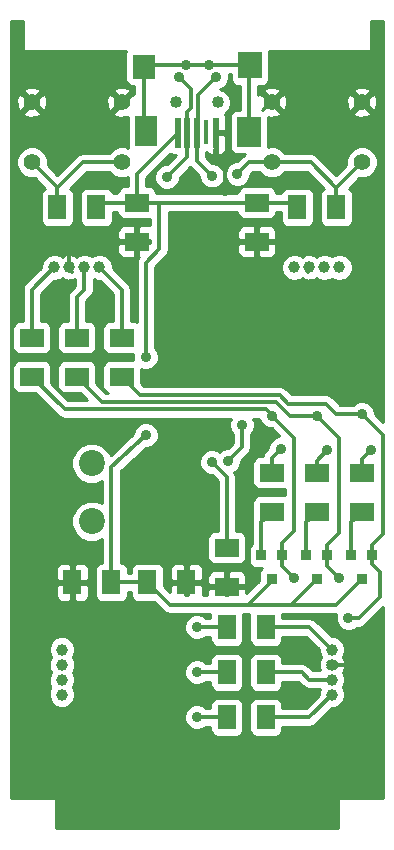
<source format=gbl>
G04 (created by PCBNEW-RS274X (2011-07-08)-stable) date Mo 25 Jul 2011 12:51:42 CEST*
G01*
G70*
G90*
%MOIN*%
G04 Gerber Fmt 3.4, Leading zero omitted, Abs format*
%FSLAX34Y34*%
G04 APERTURE LIST*
%ADD10C,0.006000*%
%ADD11R,0.080000X0.060000*%
%ADD12R,0.060000X0.080000*%
%ADD13R,0.036000X0.036000*%
%ADD14C,0.055000*%
%ADD15R,0.019600X0.100000*%
%ADD16R,0.072000X0.080000*%
%ADD17R,0.072000X0.098400*%
%ADD18R,0.078700X0.090000*%
%ADD19R,0.078700X0.098400*%
%ADD20R,0.017000X0.080000*%
%ADD21C,0.040000*%
%ADD22C,0.086600*%
%ADD23C,0.039400*%
%ADD24C,0.035000*%
%ADD25C,0.011800*%
%ADD26C,0.010000*%
G04 APERTURE END LIST*
G54D10*
G54D11*
X34500Y-42850D03*
X34500Y-44150D03*
X36000Y-42850D03*
X36000Y-44150D03*
X33000Y-42850D03*
X33000Y-44150D03*
G54D12*
X35150Y-34000D03*
X33850Y-34000D03*
X27150Y-34000D03*
X25850Y-34000D03*
X27650Y-46500D03*
X26350Y-46500D03*
X28850Y-46500D03*
X30150Y-46500D03*
G54D11*
X31500Y-45350D03*
X31500Y-46650D03*
X32500Y-33850D03*
X32500Y-35150D03*
X28500Y-33850D03*
X28500Y-35150D03*
G54D13*
X34850Y-45600D03*
X34150Y-45600D03*
X34500Y-46400D03*
X36350Y-45600D03*
X35650Y-45600D03*
X36000Y-46400D03*
X33350Y-45600D03*
X32650Y-45600D03*
X33000Y-46400D03*
G54D14*
X33000Y-30500D03*
X33000Y-32500D03*
X36000Y-30500D03*
X36000Y-32500D03*
X25000Y-30500D03*
X25000Y-32500D03*
X28000Y-30500D03*
X28000Y-32500D03*
G54D15*
X30500Y-31524D03*
X30186Y-31524D03*
X31129Y-31524D03*
G54D16*
X28729Y-29319D03*
G54D17*
X28800Y-31475D03*
G54D18*
X32271Y-29250D03*
G54D19*
X32232Y-31484D03*
G54D20*
X30814Y-31500D03*
G54D21*
X29811Y-30500D03*
X31189Y-30500D03*
G54D15*
X29871Y-31524D03*
G54D22*
X27000Y-42535D03*
X27000Y-44465D03*
G54D23*
X35000Y-48750D03*
X35000Y-49250D03*
X35000Y-49750D03*
X35000Y-50250D03*
X25750Y-36000D03*
X26250Y-36000D03*
X26750Y-36000D03*
X27250Y-36000D03*
X26000Y-48750D03*
X26000Y-49250D03*
X26000Y-49750D03*
X26000Y-50250D03*
X33750Y-36000D03*
X34250Y-36000D03*
X34750Y-36000D03*
X35250Y-36000D03*
G54D12*
X31500Y-49500D03*
X32800Y-49500D03*
X31500Y-51000D03*
X32800Y-51000D03*
X31500Y-48000D03*
X32800Y-48000D03*
G54D11*
X26500Y-39650D03*
X26500Y-38350D03*
X28000Y-39650D03*
X28000Y-38350D03*
X25000Y-39650D03*
X25000Y-38350D03*
G54D24*
X30500Y-49500D03*
X35250Y-46350D03*
X34500Y-40950D03*
X30500Y-51000D03*
X35550Y-47700D03*
X36000Y-40900D03*
X34850Y-42100D03*
X36300Y-42100D03*
X33300Y-42050D03*
X30500Y-48000D03*
X33750Y-46350D03*
X33000Y-40950D03*
X28500Y-45550D03*
X31450Y-39000D03*
X31450Y-33450D03*
X30900Y-29250D03*
X30150Y-29250D03*
X31000Y-42500D03*
X31000Y-32950D03*
X31150Y-29650D03*
X29500Y-33000D03*
X29900Y-29650D03*
X31850Y-32900D03*
X32000Y-41250D03*
X31550Y-42450D03*
X28800Y-39000D03*
X28800Y-41600D03*
G54D25*
X34500Y-40950D02*
X33600Y-40950D01*
X27350Y-40500D02*
X26500Y-39650D01*
X33150Y-40500D02*
X27350Y-40500D01*
X33600Y-40950D02*
X33150Y-40500D01*
X31500Y-49500D02*
X30500Y-49500D01*
X34850Y-45600D02*
X34850Y-45950D01*
X34850Y-45950D02*
X35250Y-46350D01*
X34850Y-45600D02*
X34850Y-45250D01*
X35250Y-41700D02*
X34500Y-40950D01*
X35250Y-44850D02*
X35250Y-41700D01*
X34850Y-45250D02*
X35250Y-44850D01*
X36000Y-40900D02*
X35150Y-40900D01*
X28612Y-40262D02*
X28000Y-39650D01*
X33262Y-40262D02*
X28612Y-40262D01*
X33550Y-40550D02*
X33262Y-40262D01*
X34100Y-40550D02*
X33550Y-40550D01*
X33700Y-40550D02*
X34100Y-40550D01*
X34800Y-40550D02*
X33700Y-40550D01*
X35150Y-40900D02*
X34800Y-40550D01*
X31500Y-51000D02*
X30500Y-51000D01*
X36350Y-45600D02*
X36350Y-45900D01*
X35900Y-47700D02*
X35550Y-47700D01*
X36600Y-47000D02*
X35900Y-47700D01*
X36600Y-46150D02*
X36600Y-47000D01*
X36350Y-45900D02*
X36600Y-46150D01*
X36350Y-45600D02*
X36350Y-45250D01*
X36700Y-41600D02*
X36000Y-40900D01*
X36700Y-44900D02*
X36700Y-41600D01*
X36350Y-45250D02*
X36700Y-44900D01*
X34500Y-42450D02*
X34500Y-42850D01*
X34850Y-42100D02*
X34500Y-42450D01*
X36000Y-42400D02*
X36000Y-42850D01*
X36300Y-42100D02*
X36000Y-42400D01*
X33000Y-42350D02*
X33000Y-42850D01*
X33300Y-42050D02*
X33000Y-42350D01*
X33000Y-40950D02*
X33000Y-40930D01*
X26088Y-40738D02*
X25000Y-39650D01*
X32808Y-40738D02*
X26088Y-40738D01*
X33000Y-40930D02*
X32808Y-40738D01*
X33350Y-45600D02*
X33350Y-45200D01*
X33350Y-45200D02*
X33750Y-44800D01*
X33750Y-44800D02*
X33750Y-41700D01*
X33750Y-41700D02*
X33000Y-40950D01*
X31500Y-48000D02*
X30500Y-48000D01*
X33350Y-45600D02*
X33350Y-45950D01*
X33350Y-45950D02*
X33750Y-46350D01*
X35000Y-49250D02*
X35550Y-49250D01*
X26250Y-36000D02*
X26250Y-35200D01*
X31129Y-31524D02*
X31129Y-32379D01*
X31450Y-32700D02*
X31450Y-33450D01*
X31129Y-32379D02*
X31450Y-32700D01*
X28729Y-29319D02*
X28729Y-31404D01*
X28729Y-31404D02*
X28800Y-31475D01*
X32271Y-29250D02*
X30900Y-29250D01*
X30900Y-29250D02*
X30150Y-29250D01*
X30150Y-29250D02*
X28798Y-29250D01*
X28798Y-29250D02*
X28729Y-29319D01*
X32232Y-31484D02*
X32232Y-29289D01*
X32232Y-29289D02*
X32271Y-29250D01*
X34150Y-45600D02*
X34150Y-44500D01*
X34150Y-44500D02*
X34500Y-44150D01*
X32650Y-45600D02*
X32650Y-44500D01*
X32650Y-44500D02*
X33000Y-44150D01*
X35650Y-45600D02*
X35650Y-44500D01*
X35650Y-44500D02*
X36000Y-44150D01*
X31500Y-43000D02*
X31000Y-42500D01*
X31500Y-45350D02*
X31500Y-43000D01*
X30500Y-31524D02*
X30500Y-32450D01*
X30500Y-32450D02*
X31000Y-32950D01*
X30538Y-31486D02*
X30500Y-31524D01*
X30538Y-30262D02*
X30538Y-31486D01*
X31150Y-29650D02*
X30538Y-30262D01*
X30186Y-31524D02*
X30186Y-32314D01*
X30186Y-32314D02*
X29500Y-33000D01*
X30186Y-30814D02*
X30186Y-31524D01*
X30300Y-30700D02*
X30186Y-30814D01*
X30300Y-30050D02*
X30300Y-30700D01*
X29900Y-29650D02*
X30300Y-30050D01*
X25850Y-33350D02*
X26700Y-32500D01*
X26700Y-32500D02*
X28000Y-32500D01*
X25850Y-34000D02*
X25850Y-33350D01*
X25850Y-33350D02*
X25800Y-33300D01*
X25800Y-33300D02*
X25000Y-32500D01*
X32250Y-32500D02*
X33000Y-32500D01*
X31850Y-32900D02*
X32250Y-32500D01*
X32000Y-42000D02*
X32000Y-41250D01*
X31550Y-42450D02*
X32000Y-42000D01*
X33000Y-32500D02*
X34300Y-32500D01*
X34300Y-32500D02*
X35150Y-33350D01*
X35150Y-34000D02*
X35150Y-33350D01*
X35150Y-33350D02*
X36000Y-32500D01*
X32800Y-51000D02*
X34250Y-51000D01*
X34250Y-51000D02*
X35000Y-50250D01*
X32800Y-49500D02*
X34000Y-49500D01*
X34250Y-49750D02*
X35000Y-49750D01*
X34000Y-49500D02*
X34250Y-49750D01*
X32800Y-48000D02*
X34250Y-48000D01*
X34250Y-48000D02*
X35000Y-48750D01*
X28000Y-38350D02*
X28000Y-36750D01*
X28000Y-36750D02*
X27250Y-36000D01*
X26500Y-38350D02*
X26500Y-37000D01*
X26750Y-36750D02*
X26750Y-36000D01*
X26500Y-37000D02*
X26750Y-36750D01*
X25000Y-38350D02*
X25000Y-36750D01*
X25000Y-36750D02*
X25750Y-36000D01*
X33000Y-46450D02*
X32200Y-47250D01*
X33000Y-46400D02*
X33000Y-46450D01*
X32200Y-47250D02*
X33700Y-47250D01*
X34500Y-46400D02*
X33650Y-47250D01*
X33700Y-47200D02*
X33700Y-47250D01*
X33650Y-47250D02*
X33700Y-47200D01*
X28850Y-46500D02*
X29600Y-47250D01*
X35150Y-47250D02*
X36000Y-46400D01*
X29600Y-47250D02*
X32200Y-47250D01*
X33700Y-47250D02*
X35150Y-47250D01*
X29250Y-35400D02*
X29250Y-33850D01*
X28800Y-35850D02*
X29250Y-35400D01*
X28800Y-35850D02*
X28800Y-35850D01*
X28800Y-39000D02*
X28800Y-35850D01*
X29250Y-33850D02*
X32500Y-33850D01*
X32500Y-33850D02*
X33700Y-33850D01*
X33700Y-33850D02*
X33850Y-34000D01*
X28500Y-33850D02*
X29250Y-33850D01*
X28500Y-33850D02*
X28500Y-32895D01*
X28500Y-32895D02*
X29871Y-31524D01*
X28500Y-33850D02*
X27300Y-33850D01*
X27300Y-33850D02*
X27150Y-34000D01*
X28850Y-46500D02*
X27650Y-46500D01*
X27650Y-46500D02*
X27650Y-42650D01*
X27650Y-42650D02*
X28800Y-41600D01*
G54D26*
X24300Y-27800D02*
X24700Y-27800D01*
X24300Y-27880D02*
X24700Y-27880D01*
X24300Y-27960D02*
X24700Y-27960D01*
X24300Y-28040D02*
X24700Y-28040D01*
X24300Y-28120D02*
X24700Y-28120D01*
X24300Y-28200D02*
X24700Y-28200D01*
X24300Y-28280D02*
X24700Y-28280D01*
X24300Y-28360D02*
X24700Y-28360D01*
X24300Y-28440D02*
X24700Y-28440D01*
X24300Y-28520D02*
X24700Y-28520D01*
X24300Y-28600D02*
X24700Y-28600D01*
X24300Y-28680D02*
X24700Y-28680D01*
X24300Y-28760D02*
X24700Y-28760D01*
X24300Y-28840D02*
X28132Y-28840D01*
X24300Y-28920D02*
X28120Y-28920D01*
X24300Y-29000D02*
X28120Y-29000D01*
X24300Y-29080D02*
X28120Y-29080D01*
X24300Y-29160D02*
X28120Y-29160D01*
X24300Y-29240D02*
X28120Y-29240D01*
X24300Y-29320D02*
X28120Y-29320D01*
X24300Y-29400D02*
X28120Y-29400D01*
X24300Y-29480D02*
X28120Y-29480D01*
X24300Y-29560D02*
X28120Y-29560D01*
X24300Y-29640D02*
X28120Y-29640D01*
X24300Y-29720D02*
X28120Y-29720D01*
X24300Y-29800D02*
X28133Y-29800D01*
X24300Y-29880D02*
X28178Y-29880D01*
X24300Y-29960D02*
X28299Y-29960D01*
X24300Y-30040D02*
X24753Y-30040D01*
X25244Y-30040D02*
X27753Y-30040D01*
X28244Y-30040D02*
X28420Y-30040D01*
X24300Y-30120D02*
X24715Y-30120D01*
X25286Y-30120D02*
X27715Y-30120D01*
X28286Y-30120D02*
X28420Y-30120D01*
X24300Y-30200D02*
X24771Y-30200D01*
X25229Y-30200D02*
X27771Y-30200D01*
X28229Y-30200D02*
X28420Y-30200D01*
X24300Y-30280D02*
X24532Y-30280D01*
X24709Y-30280D02*
X24851Y-30280D01*
X25149Y-30280D02*
X25291Y-30280D01*
X25472Y-30280D02*
X27532Y-30280D01*
X27709Y-30280D02*
X27851Y-30280D01*
X28149Y-30280D02*
X28291Y-30280D01*
X24300Y-30360D02*
X24504Y-30360D01*
X24789Y-30360D02*
X24931Y-30360D01*
X25069Y-30360D02*
X25211Y-30360D01*
X25504Y-30360D02*
X27504Y-30360D01*
X27789Y-30360D02*
X27931Y-30360D01*
X28069Y-30360D02*
X28211Y-30360D01*
X24300Y-30440D02*
X24481Y-30440D01*
X24869Y-30440D02*
X25131Y-30440D01*
X25512Y-30440D02*
X27481Y-30440D01*
X27869Y-30440D02*
X28131Y-30440D01*
X24300Y-30520D02*
X24486Y-30520D01*
X24909Y-30520D02*
X25091Y-30520D01*
X25517Y-30520D02*
X27486Y-30520D01*
X27909Y-30520D02*
X28051Y-30520D01*
X24300Y-30600D02*
X24490Y-30600D01*
X24829Y-30600D02*
X24971Y-30600D01*
X25029Y-30600D02*
X25171Y-30600D01*
X25509Y-30600D02*
X27490Y-30600D01*
X27829Y-30600D02*
X27971Y-30600D01*
X24300Y-30680D02*
X24512Y-30680D01*
X24749Y-30680D02*
X24891Y-30680D01*
X25109Y-30680D02*
X25251Y-30680D01*
X25482Y-30680D02*
X27512Y-30680D01*
X27749Y-30680D02*
X27891Y-30680D01*
X24300Y-30760D02*
X24545Y-30760D01*
X24669Y-30760D02*
X24811Y-30760D01*
X25189Y-30760D02*
X25331Y-30760D01*
X25454Y-30760D02*
X27545Y-30760D01*
X27669Y-30760D02*
X27811Y-30760D01*
X24300Y-30840D02*
X24731Y-30840D01*
X25269Y-30840D02*
X27731Y-30840D01*
X24300Y-30920D02*
X24724Y-30920D01*
X25275Y-30920D02*
X27724Y-30920D01*
X24300Y-31000D02*
X24871Y-31000D01*
X25149Y-31000D02*
X27871Y-31000D01*
X28149Y-31000D02*
X28191Y-31000D01*
X24300Y-31080D02*
X28191Y-31080D01*
X24300Y-31160D02*
X28191Y-31160D01*
X24300Y-31240D02*
X28191Y-31240D01*
X24300Y-31320D02*
X28191Y-31320D01*
X24300Y-31400D02*
X28191Y-31400D01*
X24300Y-31480D02*
X28191Y-31480D01*
X24300Y-31560D02*
X28191Y-31560D01*
X24300Y-31640D02*
X28191Y-31640D01*
X24300Y-31720D02*
X28191Y-31720D01*
X24300Y-31800D02*
X28191Y-31800D01*
X24300Y-31880D02*
X28191Y-31880D01*
X24300Y-31960D02*
X28191Y-31960D01*
X24300Y-32040D02*
X24740Y-32040D01*
X25262Y-32040D02*
X27740Y-32040D01*
X24300Y-32120D02*
X24637Y-32120D01*
X25363Y-32120D02*
X27637Y-32120D01*
X24300Y-32200D02*
X24557Y-32200D01*
X25443Y-32200D02*
X26656Y-32200D01*
X24300Y-32280D02*
X24523Y-32280D01*
X25477Y-32280D02*
X26485Y-32280D01*
X24300Y-32360D02*
X24490Y-32360D01*
X25511Y-32360D02*
X26403Y-32360D01*
X24300Y-32440D02*
X24475Y-32440D01*
X25525Y-32440D02*
X26323Y-32440D01*
X24300Y-32520D02*
X24475Y-32520D01*
X25525Y-32520D02*
X26243Y-32520D01*
X24300Y-32600D02*
X24475Y-32600D01*
X25537Y-32600D02*
X26163Y-32600D01*
X24300Y-32680D02*
X24506Y-32680D01*
X25617Y-32680D02*
X26083Y-32680D01*
X24300Y-32760D02*
X24539Y-32760D01*
X25697Y-32760D02*
X26003Y-32760D01*
X24300Y-32840D02*
X24597Y-32840D01*
X25777Y-32840D02*
X25923Y-32840D01*
X26796Y-32840D02*
X27597Y-32840D01*
X24300Y-32920D02*
X24677Y-32920D01*
X26716Y-32920D02*
X27677Y-32920D01*
X24300Y-33000D02*
X24834Y-33000D01*
X26636Y-33000D02*
X27834Y-33000D01*
X28162Y-33000D02*
X28191Y-33000D01*
X24300Y-33080D02*
X25143Y-33080D01*
X26556Y-33080D02*
X28191Y-33080D01*
X24300Y-33160D02*
X25223Y-33160D01*
X26476Y-33160D02*
X28191Y-33160D01*
X24300Y-33240D02*
X25303Y-33240D01*
X26396Y-33240D02*
X28191Y-33240D01*
X24300Y-33320D02*
X25383Y-33320D01*
X26316Y-33320D02*
X28005Y-33320D01*
X24300Y-33400D02*
X25398Y-33400D01*
X26302Y-33400D02*
X26698Y-33400D01*
X27602Y-33400D02*
X27898Y-33400D01*
X24300Y-33480D02*
X25331Y-33480D01*
X26370Y-33480D02*
X26631Y-33480D01*
X27670Y-33480D02*
X27860Y-33480D01*
X24300Y-33560D02*
X25301Y-33560D01*
X26399Y-33560D02*
X26601Y-33560D01*
X24300Y-33640D02*
X25301Y-33640D01*
X26399Y-33640D02*
X26601Y-33640D01*
X24300Y-33720D02*
X25301Y-33720D01*
X26399Y-33720D02*
X26601Y-33720D01*
X24300Y-33800D02*
X25301Y-33800D01*
X26399Y-33800D02*
X26601Y-33800D01*
X24300Y-33880D02*
X25301Y-33880D01*
X26399Y-33880D02*
X26601Y-33880D01*
X24300Y-33960D02*
X25301Y-33960D01*
X26399Y-33960D02*
X26601Y-33960D01*
X24300Y-34040D02*
X25301Y-34040D01*
X26399Y-34040D02*
X26601Y-34040D01*
X24300Y-34120D02*
X25301Y-34120D01*
X26399Y-34120D02*
X26601Y-34120D01*
X24300Y-34200D02*
X25301Y-34200D01*
X26399Y-34200D02*
X26601Y-34200D01*
X27699Y-34200D02*
X27851Y-34200D01*
X24300Y-34280D02*
X25301Y-34280D01*
X26399Y-34280D02*
X26601Y-34280D01*
X27699Y-34280D02*
X27884Y-34280D01*
X24300Y-34360D02*
X25301Y-34360D01*
X26399Y-34360D02*
X26601Y-34360D01*
X27699Y-34360D02*
X27958Y-34360D01*
X24300Y-34440D02*
X25301Y-34440D01*
X26399Y-34440D02*
X26601Y-34440D01*
X27699Y-34440D02*
X28941Y-34440D01*
X24300Y-34520D02*
X25330Y-34520D01*
X26369Y-34520D02*
X26630Y-34520D01*
X27669Y-34520D02*
X28941Y-34520D01*
X24300Y-34600D02*
X25398Y-34600D01*
X26302Y-34600D02*
X26698Y-34600D01*
X27602Y-34600D02*
X28388Y-34600D01*
X28388Y-34600D02*
X28612Y-34600D01*
X28612Y-34600D02*
X28941Y-34600D01*
X24300Y-34680D02*
X27918Y-34680D01*
X28450Y-34680D02*
X28550Y-34680D01*
X24300Y-34760D02*
X27868Y-34760D01*
X28450Y-34760D02*
X28550Y-34760D01*
X24300Y-34840D02*
X27851Y-34840D01*
X28450Y-34840D02*
X28550Y-34840D01*
X24300Y-34920D02*
X27851Y-34920D01*
X28450Y-34920D02*
X28550Y-34920D01*
X24300Y-35000D02*
X27851Y-35000D01*
X28450Y-35000D02*
X28550Y-35000D01*
X24300Y-35080D02*
X27892Y-35080D01*
X28450Y-35080D02*
X28550Y-35080D01*
X24300Y-35160D02*
X28941Y-35160D01*
X24300Y-35240D02*
X27872Y-35240D01*
X28450Y-35240D02*
X28550Y-35240D01*
X24300Y-35320D02*
X27850Y-35320D01*
X28450Y-35320D02*
X28550Y-35320D01*
X24300Y-35400D02*
X27850Y-35400D01*
X28450Y-35400D02*
X28550Y-35400D01*
X24300Y-35480D02*
X27850Y-35480D01*
X28450Y-35480D02*
X28550Y-35480D01*
X24300Y-35560D02*
X25648Y-35560D01*
X25854Y-35560D02*
X26252Y-35560D01*
X26318Y-35560D02*
X26648Y-35560D01*
X26854Y-35560D02*
X27148Y-35560D01*
X27354Y-35560D02*
X27876Y-35560D01*
X28450Y-35560D02*
X28550Y-35560D01*
X24300Y-35640D02*
X25480Y-35640D01*
X26021Y-35640D02*
X26025Y-35640D01*
X26476Y-35640D02*
X26480Y-35640D01*
X27521Y-35640D02*
X27938Y-35640D01*
X28448Y-35640D02*
X28552Y-35640D01*
X24300Y-35720D02*
X25400Y-35720D01*
X27601Y-35720D02*
X28523Y-35720D01*
X24300Y-35800D02*
X25351Y-35800D01*
X27650Y-35800D02*
X28502Y-35800D01*
X24300Y-35880D02*
X25317Y-35880D01*
X27683Y-35880D02*
X28491Y-35880D01*
X24300Y-35960D02*
X25304Y-35960D01*
X27696Y-35960D02*
X28491Y-35960D01*
X24300Y-36040D02*
X25274Y-36040D01*
X27727Y-36040D02*
X28491Y-36040D01*
X24300Y-36120D02*
X25194Y-36120D01*
X27807Y-36120D02*
X28491Y-36120D01*
X24300Y-36200D02*
X25114Y-36200D01*
X27887Y-36200D02*
X28491Y-36200D01*
X24300Y-36280D02*
X25034Y-36280D01*
X27967Y-36280D02*
X28491Y-36280D01*
X24300Y-36360D02*
X24954Y-36360D01*
X26019Y-36360D02*
X26023Y-36360D01*
X28047Y-36360D02*
X28491Y-36360D01*
X24300Y-36440D02*
X24874Y-36440D01*
X25852Y-36440D02*
X26182Y-36440D01*
X26248Y-36440D02*
X26441Y-36440D01*
X27059Y-36440D02*
X27146Y-36440D01*
X28127Y-36440D02*
X28491Y-36440D01*
X24300Y-36520D02*
X24794Y-36520D01*
X25666Y-36520D02*
X26441Y-36520D01*
X27059Y-36520D02*
X27333Y-36520D01*
X28207Y-36520D02*
X28491Y-36520D01*
X24300Y-36600D02*
X24737Y-36600D01*
X25586Y-36600D02*
X26441Y-36600D01*
X27059Y-36600D02*
X27413Y-36600D01*
X28264Y-36600D02*
X28491Y-36600D01*
X24300Y-36680D02*
X24706Y-36680D01*
X25506Y-36680D02*
X26384Y-36680D01*
X27059Y-36680D02*
X27493Y-36680D01*
X28295Y-36680D02*
X28491Y-36680D01*
X24300Y-36760D02*
X24691Y-36760D01*
X25426Y-36760D02*
X26304Y-36760D01*
X27056Y-36760D02*
X27573Y-36760D01*
X28309Y-36760D02*
X28491Y-36760D01*
X24300Y-36840D02*
X24691Y-36840D01*
X25346Y-36840D02*
X26244Y-36840D01*
X27040Y-36840D02*
X27653Y-36840D01*
X28309Y-36840D02*
X28491Y-36840D01*
X24300Y-36920D02*
X24691Y-36920D01*
X25309Y-36920D02*
X26208Y-36920D01*
X27000Y-36920D02*
X27691Y-36920D01*
X28309Y-36920D02*
X28491Y-36920D01*
X24300Y-37000D02*
X24691Y-37000D01*
X25309Y-37000D02*
X26191Y-37000D01*
X26936Y-37000D02*
X27691Y-37000D01*
X28309Y-37000D02*
X28491Y-37000D01*
X24300Y-37080D02*
X24691Y-37080D01*
X25309Y-37080D02*
X26191Y-37080D01*
X26856Y-37080D02*
X27691Y-37080D01*
X28309Y-37080D02*
X28491Y-37080D01*
X24300Y-37160D02*
X24691Y-37160D01*
X25309Y-37160D02*
X26191Y-37160D01*
X26809Y-37160D02*
X27691Y-37160D01*
X28309Y-37160D02*
X28491Y-37160D01*
X24300Y-37240D02*
X24691Y-37240D01*
X25309Y-37240D02*
X26191Y-37240D01*
X26809Y-37240D02*
X27691Y-37240D01*
X28309Y-37240D02*
X28491Y-37240D01*
X24300Y-37320D02*
X24691Y-37320D01*
X25309Y-37320D02*
X26191Y-37320D01*
X26809Y-37320D02*
X27691Y-37320D01*
X28309Y-37320D02*
X28491Y-37320D01*
X24300Y-37400D02*
X24691Y-37400D01*
X25309Y-37400D02*
X26191Y-37400D01*
X26809Y-37400D02*
X27691Y-37400D01*
X28309Y-37400D02*
X28491Y-37400D01*
X24300Y-37480D02*
X24691Y-37480D01*
X25309Y-37480D02*
X26191Y-37480D01*
X26809Y-37480D02*
X27691Y-37480D01*
X28309Y-37480D02*
X28491Y-37480D01*
X24300Y-37560D02*
X24691Y-37560D01*
X25309Y-37560D02*
X26191Y-37560D01*
X26809Y-37560D02*
X27691Y-37560D01*
X28309Y-37560D02*
X28491Y-37560D01*
X24300Y-37640D02*
X24691Y-37640D01*
X25309Y-37640D02*
X26191Y-37640D01*
X26809Y-37640D02*
X27691Y-37640D01*
X28309Y-37640D02*
X28491Y-37640D01*
X24300Y-37720D02*
X24691Y-37720D01*
X25309Y-37720D02*
X26191Y-37720D01*
X26809Y-37720D02*
X27691Y-37720D01*
X28309Y-37720D02*
X28491Y-37720D01*
X24300Y-37800D02*
X24691Y-37800D01*
X25309Y-37800D02*
X26191Y-37800D01*
X26809Y-37800D02*
X27691Y-37800D01*
X28309Y-37800D02*
X28491Y-37800D01*
X24300Y-37880D02*
X24418Y-37880D01*
X25582Y-37880D02*
X25918Y-37880D01*
X27082Y-37880D02*
X27418Y-37880D01*
X24300Y-37960D02*
X24368Y-37960D01*
X25633Y-37960D02*
X25868Y-37960D01*
X27133Y-37960D02*
X27368Y-37960D01*
X24300Y-38040D02*
X24351Y-38040D01*
X25649Y-38040D02*
X25851Y-38040D01*
X27149Y-38040D02*
X27351Y-38040D01*
X24300Y-38120D02*
X24351Y-38120D01*
X25649Y-38120D02*
X25851Y-38120D01*
X27149Y-38120D02*
X27351Y-38120D01*
X24300Y-38200D02*
X24351Y-38200D01*
X25649Y-38200D02*
X25851Y-38200D01*
X27149Y-38200D02*
X27351Y-38200D01*
X24300Y-38280D02*
X24351Y-38280D01*
X25649Y-38280D02*
X25851Y-38280D01*
X27149Y-38280D02*
X27351Y-38280D01*
X24300Y-38360D02*
X24351Y-38360D01*
X25649Y-38360D02*
X25851Y-38360D01*
X27149Y-38360D02*
X27351Y-38360D01*
X24300Y-38440D02*
X24351Y-38440D01*
X25649Y-38440D02*
X25851Y-38440D01*
X27149Y-38440D02*
X27351Y-38440D01*
X24300Y-38520D02*
X24351Y-38520D01*
X25649Y-38520D02*
X25851Y-38520D01*
X27149Y-38520D02*
X27351Y-38520D01*
X24300Y-38600D02*
X24351Y-38600D01*
X25649Y-38600D02*
X25851Y-38600D01*
X27149Y-38600D02*
X27351Y-38600D01*
X24300Y-38680D02*
X24351Y-38680D01*
X25649Y-38680D02*
X25851Y-38680D01*
X27149Y-38680D02*
X27351Y-38680D01*
X24300Y-38760D02*
X24376Y-38760D01*
X25623Y-38760D02*
X25876Y-38760D01*
X27123Y-38760D02*
X27376Y-38760D01*
X24300Y-38840D02*
X24438Y-38840D01*
X25562Y-38840D02*
X25938Y-38840D01*
X27062Y-38840D02*
X27438Y-38840D01*
X24300Y-38920D02*
X28375Y-38920D01*
X24300Y-39000D02*
X28375Y-39000D01*
X24300Y-39080D02*
X28375Y-39080D01*
X24300Y-39160D02*
X24438Y-39160D01*
X25562Y-39160D02*
X25938Y-39160D01*
X27062Y-39160D02*
X27438Y-39160D01*
X24300Y-39240D02*
X24377Y-39240D01*
X25624Y-39240D02*
X25877Y-39240D01*
X27124Y-39240D02*
X27377Y-39240D01*
X24300Y-39320D02*
X24351Y-39320D01*
X25649Y-39320D02*
X25851Y-39320D01*
X27149Y-39320D02*
X27351Y-39320D01*
X24300Y-39400D02*
X24351Y-39400D01*
X25649Y-39400D02*
X25851Y-39400D01*
X27149Y-39400D02*
X27351Y-39400D01*
X24300Y-39480D02*
X24351Y-39480D01*
X25649Y-39480D02*
X25851Y-39480D01*
X27149Y-39480D02*
X27351Y-39480D01*
X24300Y-39560D02*
X24351Y-39560D01*
X25649Y-39560D02*
X25851Y-39560D01*
X27149Y-39560D02*
X27351Y-39560D01*
X24300Y-39640D02*
X24351Y-39640D01*
X25649Y-39640D02*
X25851Y-39640D01*
X27149Y-39640D02*
X27351Y-39640D01*
X24300Y-39720D02*
X24351Y-39720D01*
X25649Y-39720D02*
X25851Y-39720D01*
X27149Y-39720D02*
X27351Y-39720D01*
X24300Y-39800D02*
X24351Y-39800D01*
X25649Y-39800D02*
X25851Y-39800D01*
X27149Y-39800D02*
X27351Y-39800D01*
X24300Y-39880D02*
X24351Y-39880D01*
X25667Y-39880D02*
X25851Y-39880D01*
X27167Y-39880D02*
X27351Y-39880D01*
X24300Y-39960D02*
X24351Y-39960D01*
X25747Y-39960D02*
X25851Y-39960D01*
X27247Y-39960D02*
X27351Y-39960D01*
X24300Y-40040D02*
X24367Y-40040D01*
X25827Y-40040D02*
X25867Y-40040D01*
X27327Y-40040D02*
X27367Y-40040D01*
X24300Y-40120D02*
X24418Y-40120D01*
X25907Y-40120D02*
X25918Y-40120D01*
X27407Y-40120D02*
X27418Y-40120D01*
X24300Y-40200D02*
X25113Y-40200D01*
X25987Y-40200D02*
X26613Y-40200D01*
X24300Y-40280D02*
X25193Y-40280D01*
X26067Y-40280D02*
X26693Y-40280D01*
X24300Y-40360D02*
X25273Y-40360D01*
X26147Y-40360D02*
X26773Y-40360D01*
X24300Y-40440D02*
X25353Y-40440D01*
X24300Y-40520D02*
X25433Y-40520D01*
X24300Y-40600D02*
X25513Y-40600D01*
X24300Y-40680D02*
X25593Y-40680D01*
X24300Y-40760D02*
X25673Y-40760D01*
X24300Y-40840D02*
X25753Y-40840D01*
X24300Y-40920D02*
X25833Y-40920D01*
X24300Y-41000D02*
X25936Y-41000D01*
X24300Y-41080D02*
X31611Y-41080D01*
X32390Y-41080D02*
X32593Y-41080D01*
X24300Y-41160D02*
X31578Y-41160D01*
X32423Y-41160D02*
X32626Y-41160D01*
X24300Y-41240D02*
X28559Y-41240D01*
X29041Y-41240D02*
X31575Y-41240D01*
X32425Y-41240D02*
X32689Y-41240D01*
X24300Y-41320D02*
X28479Y-41320D01*
X29121Y-41320D02*
X31575Y-41320D01*
X32425Y-41320D02*
X32783Y-41320D01*
X24300Y-41400D02*
X28423Y-41400D01*
X29178Y-41400D02*
X31602Y-41400D01*
X32397Y-41400D02*
X33013Y-41400D01*
X24300Y-41480D02*
X28390Y-41480D01*
X29211Y-41480D02*
X31634Y-41480D01*
X32364Y-41480D02*
X33093Y-41480D01*
X24300Y-41560D02*
X28375Y-41560D01*
X29225Y-41560D02*
X31691Y-41560D01*
X32309Y-41560D02*
X33173Y-41560D01*
X24300Y-41640D02*
X28298Y-41640D01*
X29225Y-41640D02*
X31691Y-41640D01*
X32309Y-41640D02*
X33180Y-41640D01*
X24300Y-41720D02*
X28210Y-41720D01*
X29210Y-41720D02*
X31691Y-41720D01*
X32309Y-41720D02*
X33029Y-41720D01*
X24300Y-41800D02*
X28123Y-41800D01*
X29177Y-41800D02*
X31691Y-41800D01*
X32309Y-41800D02*
X32949Y-41800D01*
X24300Y-41880D02*
X26798Y-41880D01*
X27204Y-41880D02*
X28035Y-41880D01*
X29121Y-41880D02*
X31683Y-41880D01*
X32309Y-41880D02*
X32911Y-41880D01*
X24300Y-41960D02*
X26610Y-41960D01*
X27390Y-41960D02*
X27948Y-41960D01*
X29041Y-41960D02*
X31603Y-41960D01*
X32309Y-41960D02*
X32878Y-41960D01*
X24300Y-42040D02*
X26530Y-42040D01*
X27470Y-42040D02*
X27860Y-42040D01*
X28775Y-42040D02*
X31430Y-42040D01*
X32300Y-42040D02*
X32874Y-42040D01*
X24300Y-42120D02*
X26450Y-42120D01*
X27550Y-42120D02*
X27772Y-42120D01*
X28687Y-42120D02*
X30807Y-42120D01*
X31193Y-42120D02*
X31278Y-42120D01*
X32283Y-42120D02*
X32794Y-42120D01*
X24300Y-42200D02*
X26401Y-42200D01*
X27600Y-42200D02*
X27685Y-42200D01*
X28600Y-42200D02*
X30699Y-42200D01*
X32230Y-42200D02*
X32737Y-42200D01*
X24300Y-42280D02*
X26367Y-42280D01*
X28512Y-42280D02*
X30632Y-42280D01*
X32156Y-42280D02*
X32705Y-42280D01*
X24300Y-42360D02*
X26333Y-42360D01*
X28424Y-42360D02*
X30598Y-42360D01*
X32076Y-42360D02*
X32438Y-42360D01*
X24300Y-42440D02*
X26317Y-42440D01*
X28337Y-42440D02*
X30575Y-42440D01*
X31996Y-42440D02*
X32377Y-42440D01*
X24300Y-42520D02*
X26317Y-42520D01*
X28249Y-42520D02*
X30575Y-42520D01*
X31975Y-42520D02*
X32351Y-42520D01*
X24300Y-42600D02*
X26317Y-42600D01*
X28161Y-42600D02*
X30581Y-42600D01*
X31947Y-42600D02*
X32351Y-42600D01*
X24300Y-42680D02*
X26321Y-42680D01*
X28074Y-42680D02*
X30614Y-42680D01*
X31914Y-42680D02*
X32351Y-42680D01*
X24300Y-42760D02*
X26354Y-42760D01*
X27986Y-42760D02*
X30659Y-42760D01*
X31841Y-42760D02*
X32351Y-42760D01*
X24300Y-42840D02*
X26387Y-42840D01*
X27959Y-42840D02*
X30739Y-42840D01*
X31758Y-42840D02*
X32351Y-42840D01*
X24300Y-42920D02*
X26420Y-42920D01*
X27959Y-42920D02*
X30903Y-42920D01*
X31793Y-42920D02*
X32351Y-42920D01*
X24300Y-43000D02*
X26500Y-43000D01*
X27959Y-43000D02*
X31063Y-43000D01*
X31809Y-43000D02*
X32351Y-43000D01*
X24300Y-43080D02*
X26580Y-43080D01*
X27959Y-43080D02*
X31143Y-43080D01*
X31809Y-43080D02*
X32351Y-43080D01*
X24300Y-43160D02*
X26724Y-43160D01*
X27273Y-43160D02*
X27341Y-43160D01*
X27959Y-43160D02*
X31191Y-43160D01*
X31809Y-43160D02*
X32351Y-43160D01*
X24300Y-43240D02*
X27341Y-43240D01*
X27959Y-43240D02*
X31191Y-43240D01*
X31809Y-43240D02*
X32367Y-43240D01*
X24300Y-43320D02*
X27341Y-43320D01*
X27959Y-43320D02*
X31191Y-43320D01*
X31809Y-43320D02*
X32418Y-43320D01*
X24300Y-43400D02*
X27341Y-43400D01*
X27959Y-43400D02*
X31191Y-43400D01*
X31809Y-43400D02*
X33441Y-43400D01*
X24300Y-43480D02*
X27341Y-43480D01*
X27959Y-43480D02*
X31191Y-43480D01*
X31809Y-43480D02*
X33441Y-43480D01*
X24300Y-43560D02*
X27341Y-43560D01*
X27959Y-43560D02*
X31191Y-43560D01*
X31809Y-43560D02*
X33441Y-43560D01*
X24300Y-43640D02*
X27341Y-43640D01*
X27959Y-43640D02*
X31191Y-43640D01*
X31809Y-43640D02*
X32458Y-43640D01*
X24300Y-43720D02*
X27341Y-43720D01*
X27959Y-43720D02*
X31191Y-43720D01*
X31809Y-43720D02*
X32385Y-43720D01*
X24300Y-43800D02*
X26822Y-43800D01*
X27181Y-43800D02*
X27341Y-43800D01*
X27959Y-43800D02*
X31191Y-43800D01*
X31809Y-43800D02*
X32351Y-43800D01*
X24300Y-43880D02*
X26629Y-43880D01*
X27959Y-43880D02*
X31191Y-43880D01*
X31809Y-43880D02*
X32351Y-43880D01*
X24300Y-43960D02*
X26540Y-43960D01*
X27959Y-43960D02*
X31191Y-43960D01*
X31809Y-43960D02*
X32351Y-43960D01*
X24300Y-44040D02*
X26460Y-44040D01*
X27959Y-44040D02*
X31191Y-44040D01*
X31809Y-44040D02*
X32351Y-44040D01*
X24300Y-44120D02*
X26405Y-44120D01*
X27959Y-44120D02*
X31191Y-44120D01*
X31809Y-44120D02*
X32351Y-44120D01*
X24300Y-44200D02*
X26371Y-44200D01*
X27959Y-44200D02*
X31191Y-44200D01*
X31809Y-44200D02*
X32351Y-44200D01*
X24300Y-44280D02*
X26338Y-44280D01*
X27959Y-44280D02*
X31191Y-44280D01*
X31809Y-44280D02*
X32351Y-44280D01*
X24300Y-44360D02*
X26317Y-44360D01*
X27959Y-44360D02*
X31191Y-44360D01*
X31809Y-44360D02*
X32351Y-44360D01*
X24300Y-44440D02*
X26317Y-44440D01*
X27959Y-44440D02*
X31191Y-44440D01*
X31809Y-44440D02*
X32351Y-44440D01*
X24300Y-44520D02*
X26317Y-44520D01*
X27959Y-44520D02*
X31191Y-44520D01*
X31809Y-44520D02*
X32341Y-44520D01*
X24300Y-44600D02*
X26317Y-44600D01*
X27959Y-44600D02*
X31191Y-44600D01*
X31809Y-44600D02*
X32341Y-44600D01*
X24300Y-44680D02*
X26350Y-44680D01*
X27959Y-44680D02*
X31191Y-44680D01*
X31809Y-44680D02*
X32341Y-44680D01*
X24300Y-44760D02*
X26383Y-44760D01*
X27959Y-44760D02*
X31191Y-44760D01*
X31809Y-44760D02*
X32341Y-44760D01*
X24300Y-44840D02*
X26416Y-44840D01*
X27959Y-44840D02*
X30958Y-44840D01*
X32042Y-44840D02*
X32341Y-44840D01*
X24300Y-44920D02*
X26490Y-44920D01*
X27959Y-44920D02*
X30885Y-44920D01*
X32116Y-44920D02*
X32341Y-44920D01*
X24300Y-45000D02*
X26570Y-45000D01*
X27959Y-45000D02*
X30851Y-45000D01*
X32149Y-45000D02*
X32341Y-45000D01*
X24300Y-45080D02*
X26701Y-45080D01*
X27297Y-45080D02*
X27341Y-45080D01*
X27959Y-45080D02*
X30851Y-45080D01*
X32149Y-45080D02*
X32341Y-45080D01*
X24300Y-45160D02*
X27341Y-45160D01*
X27959Y-45160D02*
X30851Y-45160D01*
X32149Y-45160D02*
X32341Y-45160D01*
X24300Y-45240D02*
X27341Y-45240D01*
X27959Y-45240D02*
X30851Y-45240D01*
X32149Y-45240D02*
X32298Y-45240D01*
X24300Y-45320D02*
X27341Y-45320D01*
X27959Y-45320D02*
X30851Y-45320D01*
X32149Y-45320D02*
X32242Y-45320D01*
X24300Y-45400D02*
X27341Y-45400D01*
X27959Y-45400D02*
X30851Y-45400D01*
X32149Y-45400D02*
X32221Y-45400D01*
X24300Y-45480D02*
X27341Y-45480D01*
X27959Y-45480D02*
X30851Y-45480D01*
X32149Y-45480D02*
X32221Y-45480D01*
X24300Y-45560D02*
X27341Y-45560D01*
X27959Y-45560D02*
X30851Y-45560D01*
X32149Y-45560D02*
X32221Y-45560D01*
X24300Y-45640D02*
X27341Y-45640D01*
X27959Y-45640D02*
X30851Y-45640D01*
X32149Y-45640D02*
X32221Y-45640D01*
X24300Y-45720D02*
X27341Y-45720D01*
X27959Y-45720D02*
X30859Y-45720D01*
X32140Y-45720D02*
X32221Y-45720D01*
X24300Y-45800D02*
X27341Y-45800D01*
X27959Y-45800D02*
X30898Y-45800D01*
X32102Y-45800D02*
X32221Y-45800D01*
X24300Y-45880D02*
X25931Y-45880D01*
X26268Y-45880D02*
X26432Y-45880D01*
X26770Y-45880D02*
X27231Y-45880D01*
X28070Y-45880D02*
X28431Y-45880D01*
X29270Y-45880D02*
X29731Y-45880D01*
X30068Y-45880D02*
X30232Y-45880D01*
X30570Y-45880D02*
X31004Y-45880D01*
X31995Y-45880D02*
X32242Y-45880D01*
X24300Y-45960D02*
X25839Y-45960D01*
X26300Y-45960D02*
X26400Y-45960D01*
X26862Y-45960D02*
X27139Y-45960D01*
X28162Y-45960D02*
X28339Y-45960D01*
X29362Y-45960D02*
X29639Y-45960D01*
X30100Y-45960D02*
X30200Y-45960D01*
X30662Y-45960D02*
X32298Y-45960D01*
X24300Y-46040D02*
X25806Y-46040D01*
X26300Y-46040D02*
X26400Y-46040D01*
X26895Y-46040D02*
X27106Y-46040D01*
X28195Y-46040D02*
X28306Y-46040D01*
X29395Y-46040D02*
X29606Y-46040D01*
X30100Y-46040D02*
X30200Y-46040D01*
X30695Y-46040D02*
X32648Y-46040D01*
X24300Y-46120D02*
X25801Y-46120D01*
X26300Y-46120D02*
X26400Y-46120D01*
X26899Y-46120D02*
X27101Y-46120D01*
X28199Y-46120D02*
X28301Y-46120D01*
X29399Y-46120D02*
X29601Y-46120D01*
X30100Y-46120D02*
X30200Y-46120D01*
X30699Y-46120D02*
X31005Y-46120D01*
X31408Y-46120D02*
X31592Y-46120D01*
X31996Y-46120D02*
X32592Y-46120D01*
X24300Y-46200D02*
X25801Y-46200D01*
X26300Y-46200D02*
X26400Y-46200D01*
X26900Y-46200D02*
X27101Y-46200D01*
X29399Y-46200D02*
X29601Y-46200D01*
X30100Y-46200D02*
X30200Y-46200D01*
X30700Y-46200D02*
X30898Y-46200D01*
X31450Y-46200D02*
X31550Y-46200D01*
X32102Y-46200D02*
X32571Y-46200D01*
X24300Y-46280D02*
X25801Y-46280D01*
X26300Y-46280D02*
X26400Y-46280D01*
X26900Y-46280D02*
X27101Y-46280D01*
X29399Y-46280D02*
X29601Y-46280D01*
X30100Y-46280D02*
X30200Y-46280D01*
X30700Y-46280D02*
X30860Y-46280D01*
X31450Y-46280D02*
X31550Y-46280D01*
X32141Y-46280D02*
X32571Y-46280D01*
X24300Y-46360D02*
X25801Y-46360D01*
X26300Y-46360D02*
X26400Y-46360D01*
X26900Y-46360D02*
X27101Y-46360D01*
X29399Y-46360D02*
X29601Y-46360D01*
X30100Y-46360D02*
X30200Y-46360D01*
X30700Y-46360D02*
X30851Y-46360D01*
X31450Y-46360D02*
X31550Y-46360D01*
X32150Y-46360D02*
X32571Y-46360D01*
X24300Y-46440D02*
X25852Y-46440D01*
X26300Y-46440D02*
X26400Y-46440D01*
X26848Y-46440D02*
X27101Y-46440D01*
X29399Y-46440D02*
X29652Y-46440D01*
X30100Y-46440D02*
X30200Y-46440D01*
X30648Y-46440D02*
X30851Y-46440D01*
X31450Y-46440D02*
X31550Y-46440D01*
X32150Y-46440D02*
X32571Y-46440D01*
X24300Y-46520D02*
X27101Y-46520D01*
X29399Y-46520D02*
X30851Y-46520D01*
X31450Y-46520D02*
X31550Y-46520D01*
X32150Y-46520D02*
X32493Y-46520D01*
X24300Y-46600D02*
X25812Y-46600D01*
X26300Y-46600D02*
X26400Y-46600D01*
X26888Y-46600D02*
X27101Y-46600D01*
X29399Y-46600D02*
X29612Y-46600D01*
X30100Y-46600D02*
X30200Y-46600D01*
X30688Y-46600D02*
X32413Y-46600D01*
X24300Y-46680D02*
X25800Y-46680D01*
X26300Y-46680D02*
X26400Y-46680D01*
X26899Y-46680D02*
X27101Y-46680D01*
X29467Y-46680D02*
X29600Y-46680D01*
X30100Y-46680D02*
X30200Y-46680D01*
X30699Y-46680D02*
X32333Y-46680D01*
X24300Y-46760D02*
X25800Y-46760D01*
X26300Y-46760D02*
X26400Y-46760D01*
X26899Y-46760D02*
X27101Y-46760D01*
X29547Y-46760D02*
X29600Y-46760D01*
X30100Y-46760D02*
X30200Y-46760D01*
X30699Y-46760D02*
X30852Y-46760D01*
X31450Y-46760D02*
X31550Y-46760D01*
X32148Y-46760D02*
X32253Y-46760D01*
X24300Y-46840D02*
X25800Y-46840D01*
X26300Y-46840D02*
X26400Y-46840D01*
X26899Y-46840D02*
X27101Y-46840D01*
X28199Y-46840D02*
X28301Y-46840D01*
X30100Y-46840D02*
X30200Y-46840D01*
X30699Y-46840D02*
X30850Y-46840D01*
X31450Y-46840D02*
X31550Y-46840D01*
X32149Y-46840D02*
X32173Y-46840D01*
X24300Y-46920D02*
X25801Y-46920D01*
X26300Y-46920D02*
X26400Y-46920D01*
X26899Y-46920D02*
X27101Y-46920D01*
X28199Y-46920D02*
X28301Y-46920D01*
X30100Y-46920D02*
X30200Y-46920D01*
X30699Y-46920D02*
X30850Y-46920D01*
X31450Y-46920D02*
X31550Y-46920D01*
X24300Y-47000D02*
X25821Y-47000D01*
X26300Y-47000D02*
X26400Y-47000D01*
X26878Y-47000D02*
X27122Y-47000D01*
X28178Y-47000D02*
X28322Y-47000D01*
X24300Y-47080D02*
X25878Y-47080D01*
X26300Y-47080D02*
X26400Y-47080D01*
X26822Y-47080D02*
X27178Y-47080D01*
X28122Y-47080D02*
X28378Y-47080D01*
X24300Y-47160D02*
X29073Y-47160D01*
X24300Y-47240D02*
X29153Y-47240D01*
X24300Y-47320D02*
X29233Y-47320D01*
X24300Y-47400D02*
X29313Y-47400D01*
X36636Y-47400D02*
X36700Y-47400D01*
X24300Y-47480D02*
X29399Y-47480D01*
X36556Y-47480D02*
X36700Y-47480D01*
X24300Y-47560D02*
X30951Y-47560D01*
X32049Y-47560D02*
X32251Y-47560D01*
X33349Y-47560D02*
X35148Y-47560D01*
X36476Y-47560D02*
X36700Y-47560D01*
X24300Y-47640D02*
X30259Y-47640D01*
X30741Y-47640D02*
X30951Y-47640D01*
X32049Y-47640D02*
X32251Y-47640D01*
X33349Y-47640D02*
X35125Y-47640D01*
X36396Y-47640D02*
X36700Y-47640D01*
X24300Y-47720D02*
X30179Y-47720D01*
X32049Y-47720D02*
X32251Y-47720D01*
X34376Y-47720D02*
X35125Y-47720D01*
X36316Y-47720D02*
X36700Y-47720D01*
X24300Y-47800D02*
X30123Y-47800D01*
X32049Y-47800D02*
X32251Y-47800D01*
X34486Y-47800D02*
X35131Y-47800D01*
X36236Y-47800D02*
X36700Y-47800D01*
X24300Y-47880D02*
X30090Y-47880D01*
X32049Y-47880D02*
X32251Y-47880D01*
X34566Y-47880D02*
X35164Y-47880D01*
X36156Y-47880D02*
X36700Y-47880D01*
X24300Y-47960D02*
X30075Y-47960D01*
X32049Y-47960D02*
X32251Y-47960D01*
X34646Y-47960D02*
X35209Y-47960D01*
X36055Y-47960D02*
X36700Y-47960D01*
X24300Y-48040D02*
X30075Y-48040D01*
X32049Y-48040D02*
X32251Y-48040D01*
X34726Y-48040D02*
X35289Y-48040D01*
X35810Y-48040D02*
X36700Y-48040D01*
X24300Y-48120D02*
X30089Y-48120D01*
X32049Y-48120D02*
X32251Y-48120D01*
X34806Y-48120D02*
X35453Y-48120D01*
X35646Y-48120D02*
X36700Y-48120D01*
X24300Y-48200D02*
X30122Y-48200D01*
X32049Y-48200D02*
X32251Y-48200D01*
X34886Y-48200D02*
X36700Y-48200D01*
X24300Y-48280D02*
X30179Y-48280D01*
X32049Y-48280D02*
X32251Y-48280D01*
X34966Y-48280D02*
X36700Y-48280D01*
X24300Y-48360D02*
X25777Y-48360D01*
X26226Y-48360D02*
X30259Y-48360D01*
X30741Y-48360D02*
X30951Y-48360D01*
X32049Y-48360D02*
X32251Y-48360D01*
X33349Y-48360D02*
X34173Y-48360D01*
X35225Y-48360D02*
X36700Y-48360D01*
X24300Y-48440D02*
X25680Y-48440D01*
X26321Y-48440D02*
X30951Y-48440D01*
X32049Y-48440D02*
X32251Y-48440D01*
X33349Y-48440D02*
X34253Y-48440D01*
X35321Y-48440D02*
X36700Y-48440D01*
X24300Y-48520D02*
X25613Y-48520D01*
X26388Y-48520D02*
X30980Y-48520D01*
X32019Y-48520D02*
X32280Y-48520D01*
X33319Y-48520D02*
X34333Y-48520D01*
X35388Y-48520D02*
X36700Y-48520D01*
X24300Y-48600D02*
X25580Y-48600D01*
X26421Y-48600D02*
X31048Y-48600D01*
X31952Y-48600D02*
X32348Y-48600D01*
X33252Y-48600D02*
X34413Y-48600D01*
X35421Y-48600D02*
X36700Y-48600D01*
X24300Y-48680D02*
X25554Y-48680D01*
X26446Y-48680D02*
X34493Y-48680D01*
X35446Y-48680D02*
X36700Y-48680D01*
X24300Y-48760D02*
X25554Y-48760D01*
X26446Y-48760D02*
X34554Y-48760D01*
X35446Y-48760D02*
X36700Y-48760D01*
X24300Y-48840D02*
X25554Y-48840D01*
X26445Y-48840D02*
X34554Y-48840D01*
X35445Y-48840D02*
X36700Y-48840D01*
X24300Y-48920D02*
X25588Y-48920D01*
X26412Y-48920D02*
X31028Y-48920D01*
X31972Y-48920D02*
X32328Y-48920D01*
X33272Y-48920D02*
X34588Y-48920D01*
X35412Y-48920D02*
X36700Y-48920D01*
X24300Y-49000D02*
X25621Y-49000D01*
X26379Y-49000D02*
X30972Y-49000D01*
X32028Y-49000D02*
X32272Y-49000D01*
X33328Y-49000D02*
X34621Y-49000D01*
X35379Y-49000D02*
X36700Y-49000D01*
X24300Y-49080D02*
X25595Y-49080D01*
X26410Y-49080D02*
X30404Y-49080D01*
X30597Y-49080D02*
X30951Y-49080D01*
X32049Y-49080D02*
X32251Y-49080D01*
X33349Y-49080D02*
X34595Y-49080D01*
X35410Y-49080D02*
X36700Y-49080D01*
X24300Y-49160D02*
X25568Y-49160D01*
X26434Y-49160D02*
X30239Y-49160D01*
X30761Y-49160D02*
X30951Y-49160D01*
X32049Y-49160D02*
X32251Y-49160D01*
X33349Y-49160D02*
X34568Y-49160D01*
X35434Y-49160D02*
X36700Y-49160D01*
X24300Y-49240D02*
X25559Y-49240D01*
X26440Y-49240D02*
X30159Y-49240D01*
X32049Y-49240D02*
X32251Y-49240D01*
X34156Y-49240D02*
X34559Y-49240D01*
X35440Y-49240D02*
X36700Y-49240D01*
X24300Y-49320D02*
X25565Y-49320D01*
X26439Y-49320D02*
X30115Y-49320D01*
X32049Y-49320D02*
X32251Y-49320D01*
X34256Y-49320D02*
X34565Y-49320D01*
X35439Y-49320D02*
X36700Y-49320D01*
X24300Y-49400D02*
X25581Y-49400D01*
X26412Y-49400D02*
X30082Y-49400D01*
X32049Y-49400D02*
X32251Y-49400D01*
X34336Y-49400D02*
X34581Y-49400D01*
X35412Y-49400D02*
X36700Y-49400D01*
X24300Y-49480D02*
X25639Y-49480D01*
X26360Y-49480D02*
X30075Y-49480D01*
X32049Y-49480D02*
X32251Y-49480D01*
X35360Y-49480D02*
X36700Y-49480D01*
X24300Y-49560D02*
X25596Y-49560D01*
X26404Y-49560D02*
X30075Y-49560D01*
X32049Y-49560D02*
X32251Y-49560D01*
X35404Y-49560D02*
X36700Y-49560D01*
X24300Y-49640D02*
X25563Y-49640D01*
X26437Y-49640D02*
X30097Y-49640D01*
X32049Y-49640D02*
X32251Y-49640D01*
X35437Y-49640D02*
X36700Y-49640D01*
X24300Y-49720D02*
X25554Y-49720D01*
X26446Y-49720D02*
X30130Y-49720D01*
X32049Y-49720D02*
X32251Y-49720D01*
X35446Y-49720D02*
X36700Y-49720D01*
X24300Y-49800D02*
X25554Y-49800D01*
X26446Y-49800D02*
X30199Y-49800D01*
X32049Y-49800D02*
X32251Y-49800D01*
X35446Y-49800D02*
X36700Y-49800D01*
X24300Y-49880D02*
X25571Y-49880D01*
X26428Y-49880D02*
X30307Y-49880D01*
X30693Y-49880D02*
X30951Y-49880D01*
X32049Y-49880D02*
X32251Y-49880D01*
X33349Y-49880D02*
X33943Y-49880D01*
X35428Y-49880D02*
X36700Y-49880D01*
X24300Y-49960D02*
X25604Y-49960D01*
X26395Y-49960D02*
X30955Y-49960D01*
X32044Y-49960D02*
X32255Y-49960D01*
X33344Y-49960D02*
X34023Y-49960D01*
X35395Y-49960D02*
X36700Y-49960D01*
X24300Y-50040D02*
X25604Y-50040D01*
X26396Y-50040D02*
X30988Y-50040D01*
X32011Y-50040D02*
X32288Y-50040D01*
X33311Y-50040D02*
X34156Y-50040D01*
X35396Y-50040D02*
X36700Y-50040D01*
X24300Y-50120D02*
X25571Y-50120D01*
X26429Y-50120D02*
X31080Y-50120D01*
X31919Y-50120D02*
X32380Y-50120D01*
X33219Y-50120D02*
X34571Y-50120D01*
X35429Y-50120D02*
X36700Y-50120D01*
X24300Y-50200D02*
X25554Y-50200D01*
X26446Y-50200D02*
X34554Y-50200D01*
X35446Y-50200D02*
X36700Y-50200D01*
X24300Y-50280D02*
X25554Y-50280D01*
X26446Y-50280D02*
X34533Y-50280D01*
X35446Y-50280D02*
X36700Y-50280D01*
X24300Y-50360D02*
X25563Y-50360D01*
X26437Y-50360D02*
X31129Y-50360D01*
X31872Y-50360D02*
X32430Y-50360D01*
X33172Y-50360D02*
X34453Y-50360D01*
X35437Y-50360D02*
X36700Y-50360D01*
X24300Y-50440D02*
X25596Y-50440D01*
X26404Y-50440D02*
X31008Y-50440D01*
X31992Y-50440D02*
X32308Y-50440D01*
X33292Y-50440D02*
X34373Y-50440D01*
X35404Y-50440D02*
X36700Y-50440D01*
X24300Y-50520D02*
X25639Y-50520D01*
X26360Y-50520D02*
X30964Y-50520D01*
X32037Y-50520D02*
X32264Y-50520D01*
X33337Y-50520D02*
X34293Y-50520D01*
X35360Y-50520D02*
X36700Y-50520D01*
X24300Y-50600D02*
X25719Y-50600D01*
X26280Y-50600D02*
X30356Y-50600D01*
X30645Y-50600D02*
X30951Y-50600D01*
X32049Y-50600D02*
X32251Y-50600D01*
X33349Y-50600D02*
X34213Y-50600D01*
X35280Y-50600D02*
X36700Y-50600D01*
X24300Y-50680D02*
X25872Y-50680D01*
X26126Y-50680D02*
X30219Y-50680D01*
X30781Y-50680D02*
X30951Y-50680D01*
X32049Y-50680D02*
X32251Y-50680D01*
X33349Y-50680D02*
X34133Y-50680D01*
X35126Y-50680D02*
X36700Y-50680D01*
X24300Y-50760D02*
X30140Y-50760D01*
X32049Y-50760D02*
X32251Y-50760D01*
X34926Y-50760D02*
X36700Y-50760D01*
X24300Y-50840D02*
X30107Y-50840D01*
X32049Y-50840D02*
X32251Y-50840D01*
X34846Y-50840D02*
X36700Y-50840D01*
X24300Y-50920D02*
X30075Y-50920D01*
X32049Y-50920D02*
X32251Y-50920D01*
X34766Y-50920D02*
X36700Y-50920D01*
X24300Y-51000D02*
X30075Y-51000D01*
X32049Y-51000D02*
X32251Y-51000D01*
X34686Y-51000D02*
X36700Y-51000D01*
X24300Y-51080D02*
X30075Y-51080D01*
X32049Y-51080D02*
X32251Y-51080D01*
X34606Y-51080D02*
X36700Y-51080D01*
X24300Y-51160D02*
X30106Y-51160D01*
X32049Y-51160D02*
X32251Y-51160D01*
X34526Y-51160D02*
X36700Y-51160D01*
X24300Y-51240D02*
X30139Y-51240D01*
X32049Y-51240D02*
X32251Y-51240D01*
X34435Y-51240D02*
X36700Y-51240D01*
X24300Y-51320D02*
X30219Y-51320D01*
X30780Y-51320D02*
X30951Y-51320D01*
X32049Y-51320D02*
X32251Y-51320D01*
X33349Y-51320D02*
X36700Y-51320D01*
X24300Y-51400D02*
X30355Y-51400D01*
X30644Y-51400D02*
X30951Y-51400D01*
X32049Y-51400D02*
X32251Y-51400D01*
X33349Y-51400D02*
X36700Y-51400D01*
X24300Y-51480D02*
X30963Y-51480D01*
X32036Y-51480D02*
X32263Y-51480D01*
X33336Y-51480D02*
X36700Y-51480D01*
X24300Y-51560D02*
X31008Y-51560D01*
X31992Y-51560D02*
X32308Y-51560D01*
X33292Y-51560D02*
X36700Y-51560D01*
X24300Y-51640D02*
X31128Y-51640D01*
X31870Y-51640D02*
X32428Y-51640D01*
X33170Y-51640D02*
X36700Y-51640D01*
X24300Y-51720D02*
X36700Y-51720D01*
X24300Y-51800D02*
X36700Y-51800D01*
X24300Y-51880D02*
X36700Y-51880D01*
X24300Y-51960D02*
X36700Y-51960D01*
X24300Y-52040D02*
X36700Y-52040D01*
X24300Y-52120D02*
X36700Y-52120D01*
X24300Y-52200D02*
X36700Y-52200D01*
X24300Y-52280D02*
X36700Y-52280D01*
X24300Y-52360D02*
X36700Y-52360D01*
X24300Y-52440D02*
X36700Y-52440D01*
X24300Y-52520D02*
X36700Y-52520D01*
X24300Y-52600D02*
X36700Y-52600D01*
X24300Y-52680D02*
X36700Y-52680D01*
X24300Y-52760D02*
X36700Y-52760D01*
X24300Y-52840D02*
X36700Y-52840D01*
X24300Y-52920D02*
X36700Y-52920D01*
X24300Y-53000D02*
X36700Y-53000D01*
X24300Y-53080D02*
X36700Y-53080D01*
X24300Y-53160D02*
X36700Y-53160D01*
X24300Y-53240D02*
X36700Y-53240D01*
X24300Y-53320D02*
X36700Y-53320D01*
X24300Y-53400D02*
X36700Y-53400D01*
X24300Y-53480D02*
X36700Y-53480D01*
X24300Y-53560D02*
X36700Y-53560D01*
X24300Y-53640D02*
X36700Y-53640D01*
X25800Y-53720D02*
X35200Y-53720D01*
X25800Y-53800D02*
X35200Y-53800D01*
X25800Y-53880D02*
X35200Y-53880D01*
X25800Y-53960D02*
X35200Y-53960D01*
X25800Y-54040D02*
X35200Y-54040D01*
X25800Y-54120D02*
X35200Y-54120D01*
X25800Y-54200D02*
X35200Y-54200D01*
X25800Y-54280D02*
X35200Y-54280D01*
X25800Y-54360D02*
X35200Y-54360D01*
X25800Y-54440D02*
X35200Y-54440D01*
X25800Y-54520D02*
X35200Y-54520D01*
X25800Y-54600D02*
X35200Y-54600D01*
X25800Y-54680D02*
X35200Y-54680D01*
X35150Y-49169D02*
X35151Y-49169D01*
X34928Y-49249D02*
X35072Y-49249D01*
X34849Y-49329D02*
X34851Y-49329D01*
X25983Y-49196D02*
X26017Y-49196D01*
X25955Y-49276D02*
X26045Y-49276D01*
X36300Y-27800D02*
X36700Y-27800D01*
X36300Y-27880D02*
X36700Y-27880D01*
X36300Y-27960D02*
X36700Y-27960D01*
X36300Y-28040D02*
X36700Y-28040D01*
X36300Y-28120D02*
X36700Y-28120D01*
X36300Y-28200D02*
X36700Y-28200D01*
X36300Y-28280D02*
X36700Y-28280D01*
X36300Y-28360D02*
X36700Y-28360D01*
X36300Y-28440D02*
X36700Y-28440D01*
X36300Y-28520D02*
X36700Y-28520D01*
X36300Y-28600D02*
X36700Y-28600D01*
X36300Y-28680D02*
X36700Y-28680D01*
X36300Y-28760D02*
X36700Y-28760D01*
X32913Y-28840D02*
X36700Y-28840D01*
X32913Y-28920D02*
X36700Y-28920D01*
X32913Y-29000D02*
X36700Y-29000D01*
X32913Y-29080D02*
X36700Y-29080D01*
X32913Y-29160D02*
X36700Y-29160D01*
X32913Y-29240D02*
X36700Y-29240D01*
X32913Y-29320D02*
X36700Y-29320D01*
X32913Y-29400D02*
X36700Y-29400D01*
X32913Y-29480D02*
X36700Y-29480D01*
X32913Y-29560D02*
X36700Y-29560D01*
X32913Y-29640D02*
X36700Y-29640D01*
X32913Y-29720D02*
X36700Y-29720D01*
X32892Y-29800D02*
X36700Y-29800D01*
X32836Y-29880D02*
X36700Y-29880D01*
X32541Y-29960D02*
X36700Y-29960D01*
X32541Y-30040D02*
X32753Y-30040D01*
X33244Y-30040D02*
X35753Y-30040D01*
X36244Y-30040D02*
X36700Y-30040D01*
X32541Y-30120D02*
X32715Y-30120D01*
X33286Y-30120D02*
X35715Y-30120D01*
X36286Y-30120D02*
X36700Y-30120D01*
X32541Y-30200D02*
X32771Y-30200D01*
X33229Y-30200D02*
X35771Y-30200D01*
X36229Y-30200D02*
X36700Y-30200D01*
X32709Y-30280D02*
X32851Y-30280D01*
X33149Y-30280D02*
X33291Y-30280D01*
X33472Y-30280D02*
X35532Y-30280D01*
X35709Y-30280D02*
X35851Y-30280D01*
X36149Y-30280D02*
X36291Y-30280D01*
X36472Y-30280D02*
X36700Y-30280D01*
X32789Y-30360D02*
X32931Y-30360D01*
X33069Y-30360D02*
X33211Y-30360D01*
X33504Y-30360D02*
X35504Y-30360D01*
X35789Y-30360D02*
X35931Y-30360D01*
X36069Y-30360D02*
X36211Y-30360D01*
X36504Y-30360D02*
X36700Y-30360D01*
X32869Y-30440D02*
X33131Y-30440D01*
X33512Y-30440D02*
X35481Y-30440D01*
X35869Y-30440D02*
X36131Y-30440D01*
X36512Y-30440D02*
X36700Y-30440D01*
X32908Y-30520D02*
X32909Y-30520D01*
X32949Y-30520D02*
X33091Y-30520D01*
X33517Y-30520D02*
X35486Y-30520D01*
X35909Y-30520D02*
X36091Y-30520D01*
X36517Y-30520D02*
X36700Y-30520D01*
X32828Y-30600D02*
X32829Y-30600D01*
X33029Y-30600D02*
X33171Y-30600D01*
X33509Y-30600D02*
X35490Y-30600D01*
X35829Y-30600D02*
X35971Y-30600D01*
X36029Y-30600D02*
X36171Y-30600D01*
X36509Y-30600D02*
X36700Y-30600D01*
X32748Y-30680D02*
X32749Y-30680D01*
X33109Y-30680D02*
X33251Y-30680D01*
X33482Y-30680D02*
X35512Y-30680D01*
X35749Y-30680D02*
X35891Y-30680D01*
X36109Y-30680D02*
X36251Y-30680D01*
X36482Y-30680D02*
X36700Y-30680D01*
X33189Y-30760D02*
X33331Y-30760D01*
X33454Y-30760D02*
X35545Y-30760D01*
X35669Y-30760D02*
X35811Y-30760D01*
X36189Y-30760D02*
X36331Y-30760D01*
X36454Y-30760D02*
X36700Y-30760D01*
X33269Y-30840D02*
X35731Y-30840D01*
X36269Y-30840D02*
X36700Y-30840D01*
X33275Y-30920D02*
X35724Y-30920D01*
X36275Y-30920D02*
X36700Y-30920D01*
X32874Y-31000D02*
X32874Y-31000D01*
X33149Y-31000D02*
X35871Y-31000D01*
X36149Y-31000D02*
X36700Y-31000D01*
X32874Y-31080D02*
X36700Y-31080D01*
X32874Y-31160D02*
X36700Y-31160D01*
X32874Y-31240D02*
X36700Y-31240D01*
X32874Y-31320D02*
X36700Y-31320D01*
X32874Y-31400D02*
X36700Y-31400D01*
X32874Y-31480D02*
X36700Y-31480D01*
X32874Y-31560D02*
X36700Y-31560D01*
X32874Y-31640D02*
X36700Y-31640D01*
X32874Y-31720D02*
X36700Y-31720D01*
X32874Y-31800D02*
X36700Y-31800D01*
X32874Y-31880D02*
X36700Y-31880D01*
X32874Y-31960D02*
X36700Y-31960D01*
X33262Y-32040D02*
X35740Y-32040D01*
X36262Y-32040D02*
X36700Y-32040D01*
X33363Y-32120D02*
X35637Y-32120D01*
X36363Y-32120D02*
X36700Y-32120D01*
X34345Y-32200D02*
X35557Y-32200D01*
X36443Y-32200D02*
X36700Y-32200D01*
X29551Y-32280D02*
X29783Y-32280D01*
X34516Y-32280D02*
X35523Y-32280D01*
X36477Y-32280D02*
X36700Y-32280D01*
X29471Y-32360D02*
X29703Y-32360D01*
X34597Y-32360D02*
X35490Y-32360D01*
X36511Y-32360D02*
X36700Y-32360D01*
X29391Y-32440D02*
X29623Y-32440D01*
X34677Y-32440D02*
X35475Y-32440D01*
X36525Y-32440D02*
X36700Y-32440D01*
X29311Y-32520D02*
X29543Y-32520D01*
X34757Y-32520D02*
X35475Y-32520D01*
X36525Y-32520D02*
X36700Y-32520D01*
X29231Y-32600D02*
X29356Y-32600D01*
X34837Y-32600D02*
X35463Y-32600D01*
X36525Y-32600D02*
X36700Y-32600D01*
X29151Y-32680D02*
X29219Y-32680D01*
X30256Y-32680D02*
X30294Y-32680D01*
X34917Y-32680D02*
X35383Y-32680D01*
X36493Y-32680D02*
X36700Y-32680D01*
X29071Y-32760D02*
X29140Y-32760D01*
X30176Y-32760D02*
X30374Y-32760D01*
X34997Y-32760D02*
X35303Y-32760D01*
X36460Y-32760D02*
X36700Y-32760D01*
X28991Y-32840D02*
X29107Y-32840D01*
X30096Y-32840D02*
X30454Y-32840D01*
X32346Y-32840D02*
X32597Y-32840D01*
X33402Y-32840D02*
X34203Y-32840D01*
X35077Y-32840D02*
X35223Y-32840D01*
X36402Y-32840D02*
X36700Y-32840D01*
X28911Y-32920D02*
X29075Y-32920D01*
X30016Y-32920D02*
X30534Y-32920D01*
X32275Y-32920D02*
X32677Y-32920D01*
X33322Y-32920D02*
X34283Y-32920D01*
X36322Y-32920D02*
X36700Y-32920D01*
X28831Y-33000D02*
X29075Y-33000D01*
X29936Y-33000D02*
X30575Y-33000D01*
X31425Y-33000D02*
X31431Y-33000D01*
X32268Y-33000D02*
X32834Y-33000D01*
X33164Y-33000D02*
X34363Y-33000D01*
X36164Y-33000D02*
X36700Y-33000D01*
X28809Y-33080D02*
X29075Y-33080D01*
X29925Y-33080D02*
X30593Y-33080D01*
X31406Y-33080D02*
X31464Y-33080D01*
X32235Y-33080D02*
X34443Y-33080D01*
X35856Y-33080D02*
X36700Y-33080D01*
X28809Y-33160D02*
X29106Y-33160D01*
X29893Y-33160D02*
X30626Y-33160D01*
X31372Y-33160D02*
X31509Y-33160D01*
X32191Y-33160D02*
X34523Y-33160D01*
X35776Y-33160D02*
X36700Y-33160D01*
X28809Y-33240D02*
X29139Y-33240D01*
X29860Y-33240D02*
X30689Y-33240D01*
X31311Y-33240D02*
X31589Y-33240D01*
X32111Y-33240D02*
X34603Y-33240D01*
X35696Y-33240D02*
X36700Y-33240D01*
X28996Y-33320D02*
X29219Y-33320D01*
X29781Y-33320D02*
X30783Y-33320D01*
X31218Y-33320D02*
X31753Y-33320D01*
X31946Y-33320D02*
X32005Y-33320D01*
X32996Y-33320D02*
X34683Y-33320D01*
X35616Y-33320D02*
X36700Y-33320D01*
X29102Y-33400D02*
X29355Y-33400D01*
X29644Y-33400D02*
X31898Y-33400D01*
X33102Y-33400D02*
X33398Y-33400D01*
X34302Y-33400D02*
X34698Y-33400D01*
X35602Y-33400D02*
X36700Y-33400D01*
X29141Y-33480D02*
X31860Y-33480D01*
X33141Y-33480D02*
X33331Y-33480D01*
X34370Y-33480D02*
X34631Y-33480D01*
X35670Y-33480D02*
X36700Y-33480D01*
X34399Y-33560D02*
X34601Y-33560D01*
X35699Y-33560D02*
X36700Y-33560D01*
X34399Y-33640D02*
X34601Y-33640D01*
X35699Y-33640D02*
X36700Y-33640D01*
X34399Y-33720D02*
X34601Y-33720D01*
X35699Y-33720D02*
X36700Y-33720D01*
X34399Y-33800D02*
X34601Y-33800D01*
X35699Y-33800D02*
X36700Y-33800D01*
X34399Y-33880D02*
X34601Y-33880D01*
X35699Y-33880D02*
X36700Y-33880D01*
X34399Y-33960D02*
X34601Y-33960D01*
X35699Y-33960D02*
X36700Y-33960D01*
X34399Y-34040D02*
X34601Y-34040D01*
X35699Y-34040D02*
X36700Y-34040D01*
X34399Y-34120D02*
X34601Y-34120D01*
X35699Y-34120D02*
X36700Y-34120D01*
X29559Y-34200D02*
X31851Y-34200D01*
X33149Y-34200D02*
X33301Y-34200D01*
X34399Y-34200D02*
X34601Y-34200D01*
X35699Y-34200D02*
X36700Y-34200D01*
X29559Y-34280D02*
X31884Y-34280D01*
X33115Y-34280D02*
X33301Y-34280D01*
X34399Y-34280D02*
X34601Y-34280D01*
X35699Y-34280D02*
X36700Y-34280D01*
X29559Y-34360D02*
X31958Y-34360D01*
X33042Y-34360D02*
X33301Y-34360D01*
X34399Y-34360D02*
X34601Y-34360D01*
X35699Y-34360D02*
X36700Y-34360D01*
X29559Y-34440D02*
X33301Y-34440D01*
X34399Y-34440D02*
X34601Y-34440D01*
X35699Y-34440D02*
X36700Y-34440D01*
X29559Y-34520D02*
X33330Y-34520D01*
X34369Y-34520D02*
X34630Y-34520D01*
X35669Y-34520D02*
X36700Y-34520D01*
X29559Y-34600D02*
X32388Y-34600D01*
X32388Y-34600D02*
X32612Y-34600D01*
X32612Y-34600D02*
X33398Y-34600D01*
X34302Y-34600D02*
X34698Y-34600D01*
X35602Y-34600D02*
X36700Y-34600D01*
X29559Y-34680D02*
X31918Y-34680D01*
X32450Y-34680D02*
X32550Y-34680D01*
X33082Y-34680D02*
X36700Y-34680D01*
X29559Y-34760D02*
X31868Y-34760D01*
X32450Y-34760D02*
X32550Y-34760D01*
X33133Y-34760D02*
X36700Y-34760D01*
X29559Y-34840D02*
X31851Y-34840D01*
X32450Y-34840D02*
X32550Y-34840D01*
X33150Y-34840D02*
X36700Y-34840D01*
X29559Y-34920D02*
X31851Y-34920D01*
X32450Y-34920D02*
X32550Y-34920D01*
X33150Y-34920D02*
X36700Y-34920D01*
X29559Y-35000D02*
X31851Y-35000D01*
X32450Y-35000D02*
X32550Y-35000D01*
X33150Y-35000D02*
X36700Y-35000D01*
X29559Y-35080D02*
X31892Y-35080D01*
X32450Y-35080D02*
X32550Y-35080D01*
X33108Y-35080D02*
X36700Y-35080D01*
X29559Y-35160D02*
X36700Y-35160D01*
X29559Y-35240D02*
X31872Y-35240D01*
X32450Y-35240D02*
X32550Y-35240D01*
X33128Y-35240D02*
X36700Y-35240D01*
X29559Y-35320D02*
X31850Y-35320D01*
X32450Y-35320D02*
X32550Y-35320D01*
X33149Y-35320D02*
X36700Y-35320D01*
X29559Y-35400D02*
X31850Y-35400D01*
X32450Y-35400D02*
X32550Y-35400D01*
X33149Y-35400D02*
X36700Y-35400D01*
X29542Y-35480D02*
X31850Y-35480D01*
X32450Y-35480D02*
X32550Y-35480D01*
X33149Y-35480D02*
X36700Y-35480D01*
X29507Y-35560D02*
X31876Y-35560D01*
X32450Y-35560D02*
X32550Y-35560D01*
X33123Y-35560D02*
X33648Y-35560D01*
X33854Y-35560D02*
X34252Y-35560D01*
X34318Y-35560D02*
X34648Y-35560D01*
X34854Y-35560D02*
X35148Y-35560D01*
X35354Y-35560D02*
X36700Y-35560D01*
X29446Y-35640D02*
X31938Y-35640D01*
X32448Y-35640D02*
X32552Y-35640D01*
X33062Y-35640D02*
X33480Y-35640D01*
X34021Y-35640D02*
X34025Y-35640D01*
X34476Y-35640D02*
X34480Y-35640D01*
X35521Y-35640D02*
X36700Y-35640D01*
X29366Y-35720D02*
X33400Y-35720D01*
X35601Y-35720D02*
X36700Y-35720D01*
X29286Y-35800D02*
X33351Y-35800D01*
X35650Y-35800D02*
X36700Y-35800D01*
X29206Y-35880D02*
X33317Y-35880D01*
X35683Y-35880D02*
X36700Y-35880D01*
X29126Y-35960D02*
X33304Y-35960D01*
X35696Y-35960D02*
X36700Y-35960D01*
X29109Y-36040D02*
X33304Y-36040D01*
X35696Y-36040D02*
X36700Y-36040D01*
X29109Y-36120D02*
X33317Y-36120D01*
X35683Y-36120D02*
X36700Y-36120D01*
X29109Y-36200D02*
X33350Y-36200D01*
X35649Y-36200D02*
X36700Y-36200D01*
X29109Y-36280D02*
X33399Y-36280D01*
X35600Y-36280D02*
X36700Y-36280D01*
X29109Y-36360D02*
X33479Y-36360D01*
X34019Y-36360D02*
X34023Y-36360D01*
X34474Y-36360D02*
X34479Y-36360D01*
X35520Y-36360D02*
X36700Y-36360D01*
X29109Y-36440D02*
X33646Y-36440D01*
X33852Y-36440D02*
X34182Y-36440D01*
X34248Y-36440D02*
X34646Y-36440D01*
X34852Y-36440D02*
X35146Y-36440D01*
X35352Y-36440D02*
X36700Y-36440D01*
X29109Y-36520D02*
X36700Y-36520D01*
X29109Y-36600D02*
X36700Y-36600D01*
X29109Y-36680D02*
X36700Y-36680D01*
X29109Y-36760D02*
X36700Y-36760D01*
X29109Y-36840D02*
X36700Y-36840D01*
X29109Y-36920D02*
X36700Y-36920D01*
X29109Y-37000D02*
X36700Y-37000D01*
X29109Y-37080D02*
X36700Y-37080D01*
X29109Y-37160D02*
X36700Y-37160D01*
X29109Y-37240D02*
X36700Y-37240D01*
X29109Y-37320D02*
X36700Y-37320D01*
X29109Y-37400D02*
X36700Y-37400D01*
X29109Y-37480D02*
X36700Y-37480D01*
X29109Y-37560D02*
X36700Y-37560D01*
X29109Y-37640D02*
X36700Y-37640D01*
X29109Y-37720D02*
X36700Y-37720D01*
X29109Y-37800D02*
X36700Y-37800D01*
X29109Y-37880D02*
X36700Y-37880D01*
X29109Y-37960D02*
X36700Y-37960D01*
X29109Y-38040D02*
X36700Y-38040D01*
X29109Y-38120D02*
X36700Y-38120D01*
X29109Y-38200D02*
X36700Y-38200D01*
X29109Y-38280D02*
X36700Y-38280D01*
X29109Y-38360D02*
X36700Y-38360D01*
X29109Y-38440D02*
X36700Y-38440D01*
X29109Y-38520D02*
X36700Y-38520D01*
X29109Y-38600D02*
X36700Y-38600D01*
X29109Y-38680D02*
X36700Y-38680D01*
X29161Y-38760D02*
X36700Y-38760D01*
X29194Y-38840D02*
X36700Y-38840D01*
X29225Y-38920D02*
X36700Y-38920D01*
X29225Y-39000D02*
X36700Y-39000D01*
X29225Y-39080D02*
X36700Y-39080D01*
X29193Y-39160D02*
X36700Y-39160D01*
X29160Y-39240D02*
X36700Y-39240D01*
X29081Y-39320D02*
X36700Y-39320D01*
X28649Y-39400D02*
X28656Y-39400D01*
X28944Y-39400D02*
X36700Y-39400D01*
X28649Y-39480D02*
X36700Y-39480D01*
X28649Y-39560D02*
X36700Y-39560D01*
X28649Y-39640D02*
X36700Y-39640D01*
X28649Y-39720D02*
X36700Y-39720D01*
X28649Y-39800D02*
X36700Y-39800D01*
X28667Y-39880D02*
X36700Y-39880D01*
X33297Y-39960D02*
X36700Y-39960D01*
X33475Y-40040D02*
X36700Y-40040D01*
X33557Y-40120D02*
X36700Y-40120D01*
X33637Y-40200D02*
X36700Y-40200D01*
X34941Y-40280D02*
X36700Y-40280D01*
X35047Y-40360D02*
X36700Y-40360D01*
X35127Y-40440D02*
X36700Y-40440D01*
X35207Y-40520D02*
X35807Y-40520D01*
X36193Y-40520D02*
X36700Y-40520D01*
X36301Y-40600D02*
X36700Y-40600D01*
X36370Y-40680D02*
X36700Y-40680D01*
X36403Y-40760D02*
X36700Y-40760D01*
X36425Y-40840D02*
X36700Y-40840D01*
X36457Y-40920D02*
X36700Y-40920D01*
X36537Y-41000D02*
X36700Y-41000D01*
X36617Y-41080D02*
X36700Y-41080D01*
X36697Y-41160D02*
X36700Y-41160D01*
X26329Y-35849D02*
X26329Y-35849D01*
X26250Y-35929D02*
X26250Y-35929D01*
X26196Y-36009D02*
X26304Y-36009D01*
X26268Y-36089D02*
X26304Y-36089D01*
X34328Y-35849D02*
X34328Y-35849D01*
X34250Y-35929D02*
X34250Y-35929D01*
X34196Y-36009D02*
X34304Y-36009D01*
X34196Y-36089D02*
X34232Y-36089D01*
X31572Y-29558D02*
X31572Y-29558D01*
X31575Y-29638D02*
X31629Y-29638D01*
X31575Y-29718D02*
X31629Y-29718D01*
X31548Y-29798D02*
X31649Y-29798D01*
X31515Y-29878D02*
X31704Y-29878D01*
X31443Y-29958D02*
X31923Y-29958D01*
X31322Y-30038D02*
X31923Y-30038D01*
X31440Y-30118D02*
X31923Y-30118D01*
X31522Y-30198D02*
X31923Y-30198D01*
X31584Y-30278D02*
X31923Y-30278D01*
X31617Y-30358D02*
X31923Y-30358D01*
X31638Y-30438D02*
X31923Y-30438D01*
X31638Y-30518D02*
X31923Y-30518D01*
X31634Y-30598D02*
X31923Y-30598D01*
X31601Y-30678D02*
X31923Y-30678D01*
X31566Y-30758D02*
X31754Y-30758D01*
X31486Y-30838D02*
X31641Y-30838D01*
X31453Y-30918D02*
X31601Y-30918D01*
X31477Y-30998D02*
X31590Y-30998D01*
X31477Y-31078D02*
X31590Y-31078D01*
X31477Y-31158D02*
X31590Y-31158D01*
X31477Y-31238D02*
X31590Y-31238D01*
X31477Y-31318D02*
X31590Y-31318D01*
X31477Y-31398D02*
X31590Y-31398D01*
X31148Y-31478D02*
X31590Y-31478D01*
X31148Y-31558D02*
X31590Y-31558D01*
X31148Y-31638D02*
X31178Y-31638D01*
X31476Y-31638D02*
X31590Y-31638D01*
X31148Y-31718D02*
X31178Y-31718D01*
X31476Y-31718D02*
X31590Y-31718D01*
X31148Y-31798D02*
X31178Y-31798D01*
X31476Y-31798D02*
X31590Y-31798D01*
X31148Y-31878D02*
X31178Y-31878D01*
X31476Y-31878D02*
X31590Y-31878D01*
X31144Y-31958D02*
X31178Y-31958D01*
X31476Y-31958D02*
X31590Y-31958D01*
X31111Y-32038D02*
X31178Y-32038D01*
X31476Y-32038D02*
X31595Y-32038D01*
X31080Y-32118D02*
X31178Y-32118D01*
X31457Y-32118D02*
X31629Y-32118D01*
X30809Y-32198D02*
X30853Y-32198D01*
X31080Y-32198D02*
X31178Y-32198D01*
X31405Y-32198D02*
X31724Y-32198D01*
X30809Y-32278D02*
X32037Y-32278D01*
X30845Y-32358D02*
X31955Y-32358D01*
X30925Y-32438D02*
X31875Y-32438D01*
X31005Y-32518D02*
X31662Y-32518D01*
X31249Y-32598D02*
X31551Y-32598D01*
X31329Y-32678D02*
X31483Y-32678D01*
X31381Y-32758D02*
X31449Y-32758D01*
X31414Y-32838D02*
X31425Y-32838D01*
X35200Y-54700D02*
X35200Y-53700D01*
X36700Y-53700D01*
X36700Y-47336D01*
X36118Y-47918D01*
X36018Y-47985D01*
X35900Y-48009D01*
X35841Y-48009D01*
X35790Y-48061D01*
X35634Y-48125D01*
X35465Y-48125D01*
X35309Y-48060D01*
X35189Y-47940D01*
X35125Y-47784D01*
X35125Y-47615D01*
X35148Y-47559D01*
X33349Y-47559D01*
X33349Y-47691D01*
X34250Y-47691D01*
X34368Y-47715D01*
X34468Y-47782D01*
X34990Y-48304D01*
X35089Y-48304D01*
X35253Y-48372D01*
X35378Y-48498D01*
X35446Y-48662D01*
X35446Y-48839D01*
X35378Y-49003D01*
X35356Y-49024D01*
X35389Y-49029D01*
X35431Y-49131D01*
X35444Y-49305D01*
X35389Y-49471D01*
X35356Y-49476D01*
X35378Y-49498D01*
X35446Y-49662D01*
X35446Y-49839D01*
X35379Y-50000D01*
X35446Y-50162D01*
X35446Y-50339D01*
X35378Y-50503D01*
X35252Y-50628D01*
X35088Y-50696D01*
X34990Y-50696D01*
X34468Y-51218D01*
X34368Y-51285D01*
X34250Y-51309D01*
X33349Y-51309D01*
X33349Y-51450D01*
X33311Y-51541D01*
X33241Y-51611D01*
X33149Y-51649D01*
X32450Y-51649D01*
X32359Y-51611D01*
X32289Y-51541D01*
X32251Y-51449D01*
X32251Y-50550D01*
X32289Y-50459D01*
X32359Y-50389D01*
X32451Y-50351D01*
X33150Y-50351D01*
X33241Y-50389D01*
X33311Y-50459D01*
X33349Y-50551D01*
X33349Y-50691D01*
X34122Y-50690D01*
X34554Y-50259D01*
X34554Y-50161D01*
X34596Y-50059D01*
X34250Y-50059D01*
X34132Y-50035D01*
X34031Y-49968D01*
X33872Y-49809D01*
X33349Y-49809D01*
X33349Y-49950D01*
X33311Y-50041D01*
X33241Y-50111D01*
X33149Y-50149D01*
X32450Y-50149D01*
X32359Y-50111D01*
X32289Y-50041D01*
X32251Y-49949D01*
X32251Y-49050D01*
X32289Y-48959D01*
X32359Y-48889D01*
X32451Y-48851D01*
X33150Y-48851D01*
X33241Y-48889D01*
X33311Y-48959D01*
X33349Y-49051D01*
X33349Y-49191D01*
X34000Y-49191D01*
X34118Y-49215D01*
X34218Y-49282D01*
X34377Y-49441D01*
X34598Y-49441D01*
X34569Y-49369D01*
X34556Y-49195D01*
X34611Y-49029D01*
X34643Y-49023D01*
X34622Y-49002D01*
X34554Y-48838D01*
X34554Y-48740D01*
X34122Y-48309D01*
X33349Y-48309D01*
X33349Y-48450D01*
X33311Y-48541D01*
X33241Y-48611D01*
X33149Y-48649D01*
X32450Y-48649D01*
X32359Y-48611D01*
X32289Y-48541D01*
X32251Y-48449D01*
X32251Y-47559D01*
X32049Y-47559D01*
X32049Y-48450D01*
X32011Y-48541D01*
X31941Y-48611D01*
X31849Y-48649D01*
X31150Y-48649D01*
X31059Y-48611D01*
X30989Y-48541D01*
X30951Y-48449D01*
X30951Y-48309D01*
X30792Y-48309D01*
X30740Y-48361D01*
X30584Y-48425D01*
X30415Y-48425D01*
X30259Y-48360D01*
X30139Y-48240D01*
X30075Y-48084D01*
X30075Y-47915D01*
X30140Y-47759D01*
X30260Y-47639D01*
X30416Y-47575D01*
X30585Y-47575D01*
X30741Y-47640D01*
X30791Y-47691D01*
X30951Y-47691D01*
X30951Y-47559D01*
X29600Y-47559D01*
X29482Y-47535D01*
X29447Y-47512D01*
X29381Y-47468D01*
X29062Y-47148D01*
X28500Y-47149D01*
X28409Y-47111D01*
X28339Y-47041D01*
X28301Y-46949D01*
X28301Y-46809D01*
X28199Y-46809D01*
X28199Y-46950D01*
X28161Y-47041D01*
X28091Y-47111D01*
X27999Y-47149D01*
X27300Y-47149D01*
X27209Y-47111D01*
X27139Y-47041D01*
X27101Y-46949D01*
X27101Y-46050D01*
X27139Y-45959D01*
X27209Y-45889D01*
X27301Y-45851D01*
X27341Y-45851D01*
X27341Y-45062D01*
X27135Y-45148D01*
X26863Y-45148D01*
X26613Y-45043D01*
X26421Y-44851D01*
X26317Y-44600D01*
X26317Y-44328D01*
X26422Y-44078D01*
X26614Y-43886D01*
X26865Y-43782D01*
X27137Y-43782D01*
X27341Y-43867D01*
X27341Y-43132D01*
X27135Y-43218D01*
X26863Y-43218D01*
X26613Y-43113D01*
X26421Y-42921D01*
X26317Y-42670D01*
X26317Y-42398D01*
X26422Y-42148D01*
X26614Y-41956D01*
X26865Y-41852D01*
X27137Y-41852D01*
X27387Y-41957D01*
X27579Y-42149D01*
X27623Y-42256D01*
X28375Y-41569D01*
X28375Y-41515D01*
X28440Y-41359D01*
X28560Y-41239D01*
X28716Y-41175D01*
X28885Y-41175D01*
X29041Y-41240D01*
X29161Y-41360D01*
X29225Y-41516D01*
X29225Y-41685D01*
X29160Y-41841D01*
X29040Y-41961D01*
X28884Y-42025D01*
X28792Y-42025D01*
X27959Y-42785D01*
X27959Y-45851D01*
X28000Y-45851D01*
X28091Y-45889D01*
X28161Y-45959D01*
X28199Y-46051D01*
X28199Y-46191D01*
X28301Y-46191D01*
X28301Y-46050D01*
X28339Y-45959D01*
X28409Y-45889D01*
X28501Y-45851D01*
X29200Y-45851D01*
X29291Y-45889D01*
X29361Y-45959D01*
X29399Y-46051D01*
X29399Y-46612D01*
X29600Y-46814D01*
X29600Y-46612D01*
X29662Y-46550D01*
X29662Y-46450D01*
X29600Y-46388D01*
X29601Y-46149D01*
X29601Y-46050D01*
X29639Y-45959D01*
X29709Y-45889D01*
X29801Y-45851D01*
X30038Y-45850D01*
X30100Y-45912D01*
X30100Y-46450D01*
X29662Y-46450D01*
X29662Y-46550D01*
X30100Y-46550D01*
X30100Y-46941D01*
X30200Y-46941D01*
X30200Y-46550D01*
X30200Y-46450D01*
X30200Y-45912D01*
X30262Y-45850D01*
X30499Y-45851D01*
X30591Y-45889D01*
X30661Y-45959D01*
X30699Y-46050D01*
X30699Y-46149D01*
X30700Y-46388D01*
X30638Y-46450D01*
X30200Y-46450D01*
X30200Y-46550D01*
X30638Y-46550D01*
X30700Y-46612D01*
X30699Y-46851D01*
X30699Y-46941D01*
X30850Y-46941D01*
X30850Y-46762D01*
X30912Y-46700D01*
X30912Y-46600D01*
X30850Y-46538D01*
X30851Y-46301D01*
X30889Y-46209D01*
X30959Y-46139D01*
X31050Y-46101D01*
X31149Y-46101D01*
X31388Y-46100D01*
X31450Y-46162D01*
X31450Y-46600D01*
X30912Y-46600D01*
X30912Y-46700D01*
X31450Y-46700D01*
X31450Y-46941D01*
X31550Y-46941D01*
X31550Y-46700D01*
X31550Y-46600D01*
X31550Y-46162D01*
X31612Y-46100D01*
X31851Y-46101D01*
X31950Y-46101D01*
X32041Y-46139D01*
X32111Y-46209D01*
X32149Y-46301D01*
X32150Y-46538D01*
X32088Y-46600D01*
X31550Y-46600D01*
X31550Y-46700D01*
X32088Y-46700D01*
X32150Y-46762D01*
X32149Y-46863D01*
X32571Y-46442D01*
X32571Y-46170D01*
X32609Y-46079D01*
X32659Y-46029D01*
X32420Y-46029D01*
X32329Y-45991D01*
X32259Y-45921D01*
X32221Y-45829D01*
X32221Y-45370D01*
X32259Y-45279D01*
X32329Y-45209D01*
X32341Y-45204D01*
X32341Y-44500D01*
X32351Y-44450D01*
X32351Y-43800D01*
X32389Y-43709D01*
X32459Y-43639D01*
X32551Y-43601D01*
X33441Y-43601D01*
X33441Y-43399D01*
X32550Y-43399D01*
X32459Y-43361D01*
X32389Y-43291D01*
X32351Y-43199D01*
X32351Y-42500D01*
X32389Y-42409D01*
X32459Y-42339D01*
X32551Y-42301D01*
X32700Y-42301D01*
X32715Y-42232D01*
X32782Y-42132D01*
X32875Y-42038D01*
X32875Y-41965D01*
X32940Y-41809D01*
X33060Y-41689D01*
X33216Y-41625D01*
X33238Y-41625D01*
X32988Y-41375D01*
X32915Y-41375D01*
X32759Y-41310D01*
X32639Y-41190D01*
X32580Y-41047D01*
X32376Y-41047D01*
X32425Y-41166D01*
X32425Y-41335D01*
X32360Y-41491D01*
X32309Y-41542D01*
X32309Y-42000D01*
X32285Y-42118D01*
X32218Y-42219D01*
X31975Y-42461D01*
X31975Y-42535D01*
X31910Y-42691D01*
X31790Y-42811D01*
X31749Y-42827D01*
X31785Y-42882D01*
X31809Y-43000D01*
X31809Y-44801D01*
X31950Y-44801D01*
X32041Y-44839D01*
X32111Y-44909D01*
X32149Y-45001D01*
X32149Y-45700D01*
X32111Y-45791D01*
X32041Y-45861D01*
X31949Y-45899D01*
X31050Y-45899D01*
X30959Y-45861D01*
X30889Y-45791D01*
X30851Y-45699D01*
X30851Y-45000D01*
X30889Y-44909D01*
X30959Y-44839D01*
X31051Y-44801D01*
X31191Y-44801D01*
X31191Y-43127D01*
X30988Y-42925D01*
X30915Y-42925D01*
X30759Y-42860D01*
X30639Y-42740D01*
X30575Y-42584D01*
X30575Y-42415D01*
X30640Y-42259D01*
X30760Y-42139D01*
X30916Y-42075D01*
X31085Y-42075D01*
X31241Y-42140D01*
X31249Y-42148D01*
X31310Y-42089D01*
X31466Y-42025D01*
X31538Y-42025D01*
X31691Y-41872D01*
X31691Y-41542D01*
X31639Y-41490D01*
X31575Y-41334D01*
X31575Y-41165D01*
X31624Y-41047D01*
X26088Y-41047D01*
X25970Y-41023D01*
X25936Y-41000D01*
X25869Y-40956D01*
X25112Y-40199D01*
X24550Y-40199D01*
X24459Y-40161D01*
X24389Y-40091D01*
X24351Y-39999D01*
X24351Y-39300D01*
X24389Y-39209D01*
X24459Y-39139D01*
X24550Y-39101D01*
X25450Y-39101D01*
X25541Y-39139D01*
X25611Y-39209D01*
X25649Y-39301D01*
X25649Y-39862D01*
X26215Y-40428D01*
X26842Y-40429D01*
X26612Y-40199D01*
X26050Y-40199D01*
X25959Y-40161D01*
X25889Y-40091D01*
X25851Y-39999D01*
X25851Y-39300D01*
X25889Y-39209D01*
X25959Y-39139D01*
X26051Y-39101D01*
X26950Y-39101D01*
X27041Y-39139D01*
X27111Y-39209D01*
X27149Y-39301D01*
X27149Y-39862D01*
X27477Y-40191D01*
X27530Y-40191D01*
X27459Y-40161D01*
X27389Y-40091D01*
X27351Y-39999D01*
X27351Y-39300D01*
X27389Y-39209D01*
X27459Y-39139D01*
X27551Y-39101D01*
X28381Y-39101D01*
X28375Y-39084D01*
X28375Y-38915D01*
X28381Y-38899D01*
X27550Y-38899D01*
X27459Y-38861D01*
X27389Y-38791D01*
X27351Y-38699D01*
X27351Y-38000D01*
X27389Y-37909D01*
X27459Y-37839D01*
X27551Y-37801D01*
X27691Y-37801D01*
X27691Y-36877D01*
X27259Y-36446D01*
X27161Y-36446D01*
X27059Y-36403D01*
X27059Y-36750D01*
X27035Y-36868D01*
X26968Y-36969D01*
X26809Y-37127D01*
X26809Y-37801D01*
X26950Y-37801D01*
X27041Y-37839D01*
X27111Y-37909D01*
X27149Y-38001D01*
X27149Y-38700D01*
X27111Y-38791D01*
X27041Y-38861D01*
X26949Y-38899D01*
X26050Y-38899D01*
X25959Y-38861D01*
X25889Y-38791D01*
X25851Y-38699D01*
X25851Y-38000D01*
X25889Y-37909D01*
X25959Y-37839D01*
X26051Y-37801D01*
X26191Y-37801D01*
X26191Y-37000D01*
X26215Y-36882D01*
X26282Y-36782D01*
X26441Y-36622D01*
X26441Y-36401D01*
X26369Y-36431D01*
X26195Y-36444D01*
X26029Y-36389D01*
X26023Y-36356D01*
X26002Y-36378D01*
X25838Y-36446D01*
X25740Y-36446D01*
X25309Y-36877D01*
X25309Y-37801D01*
X25450Y-37801D01*
X25541Y-37839D01*
X25611Y-37909D01*
X25649Y-38001D01*
X25649Y-38700D01*
X25611Y-38791D01*
X25541Y-38861D01*
X25449Y-38899D01*
X24550Y-38899D01*
X24459Y-38861D01*
X24389Y-38791D01*
X24351Y-38699D01*
X24351Y-38000D01*
X24389Y-37909D01*
X24459Y-37839D01*
X24551Y-37801D01*
X24691Y-37801D01*
X24691Y-36750D01*
X24715Y-36632D01*
X24782Y-36532D01*
X25304Y-36009D01*
X25304Y-35911D01*
X25372Y-35747D01*
X25498Y-35622D01*
X25662Y-35554D01*
X25839Y-35554D01*
X26003Y-35622D01*
X26024Y-35643D01*
X26029Y-35611D01*
X26131Y-35569D01*
X26305Y-35556D01*
X26471Y-35611D01*
X26476Y-35643D01*
X26498Y-35622D01*
X26662Y-35554D01*
X26839Y-35554D01*
X27000Y-35620D01*
X27162Y-35554D01*
X27339Y-35554D01*
X27503Y-35622D01*
X27628Y-35748D01*
X27696Y-35912D01*
X27696Y-36009D01*
X28218Y-36531D01*
X28262Y-36598D01*
X28285Y-36632D01*
X28309Y-36750D01*
X28309Y-37801D01*
X28388Y-37801D01*
X28388Y-35700D01*
X28149Y-35699D01*
X28050Y-35699D01*
X27959Y-35661D01*
X27889Y-35591D01*
X27851Y-35499D01*
X27850Y-35262D01*
X27912Y-35200D01*
X27912Y-35100D01*
X27850Y-35038D01*
X27851Y-34801D01*
X27889Y-34709D01*
X27959Y-34639D01*
X28050Y-34601D01*
X28149Y-34601D01*
X28388Y-34600D01*
X28450Y-34662D01*
X28450Y-35100D01*
X27912Y-35100D01*
X27912Y-35200D01*
X28450Y-35200D01*
X28450Y-35638D01*
X28388Y-35700D01*
X28388Y-37801D01*
X28450Y-37801D01*
X28491Y-37818D01*
X28491Y-35850D01*
X28515Y-35732D01*
X28566Y-35654D01*
X28550Y-35638D01*
X28550Y-35200D01*
X28941Y-35200D01*
X28941Y-35100D01*
X28550Y-35100D01*
X28550Y-34662D01*
X28612Y-34600D01*
X28851Y-34601D01*
X28941Y-34601D01*
X28941Y-34399D01*
X28050Y-34399D01*
X27959Y-34361D01*
X27889Y-34291D01*
X27851Y-34199D01*
X27851Y-34159D01*
X27699Y-34159D01*
X27699Y-34450D01*
X27661Y-34541D01*
X27591Y-34611D01*
X27499Y-34649D01*
X26800Y-34649D01*
X26709Y-34611D01*
X26639Y-34541D01*
X26601Y-34449D01*
X26601Y-33550D01*
X26639Y-33459D01*
X26709Y-33389D01*
X26801Y-33351D01*
X27500Y-33351D01*
X27591Y-33389D01*
X27661Y-33459D01*
X27694Y-33541D01*
X27851Y-33541D01*
X27851Y-33500D01*
X27889Y-33409D01*
X27959Y-33339D01*
X28051Y-33301D01*
X28191Y-33301D01*
X28191Y-32988D01*
X28104Y-33025D01*
X27895Y-33025D01*
X27702Y-32945D01*
X27566Y-32809D01*
X26827Y-32809D01*
X26260Y-33376D01*
X26291Y-33389D01*
X26361Y-33459D01*
X26399Y-33551D01*
X26399Y-34450D01*
X26361Y-34541D01*
X26291Y-34611D01*
X26199Y-34649D01*
X25500Y-34649D01*
X25409Y-34611D01*
X25339Y-34541D01*
X25301Y-34449D01*
X25301Y-33550D01*
X25339Y-33459D01*
X25409Y-33389D01*
X25439Y-33376D01*
X25088Y-33025D01*
X24895Y-33025D01*
X24702Y-32945D01*
X24555Y-32797D01*
X24475Y-32604D01*
X24475Y-32395D01*
X24555Y-32202D01*
X24639Y-32118D01*
X24639Y-30790D01*
X24548Y-30767D01*
X24492Y-30630D01*
X24481Y-30426D01*
X24548Y-30233D01*
X24639Y-30210D01*
X24929Y-30500D01*
X24639Y-30790D01*
X24639Y-32118D01*
X24703Y-32055D01*
X24896Y-31975D01*
X24926Y-31975D01*
X24926Y-31019D01*
X24733Y-30952D01*
X24710Y-30861D01*
X25000Y-30571D01*
X25000Y-30429D01*
X24710Y-30139D01*
X24733Y-30048D01*
X24870Y-29992D01*
X25074Y-29981D01*
X25267Y-30048D01*
X25290Y-30139D01*
X25000Y-30429D01*
X25000Y-30571D01*
X25290Y-30861D01*
X25267Y-30952D01*
X25130Y-31008D01*
X24926Y-31019D01*
X24926Y-31975D01*
X25105Y-31975D01*
X25298Y-32055D01*
X25361Y-32118D01*
X25361Y-30790D01*
X25071Y-30500D01*
X25361Y-30210D01*
X25452Y-30233D01*
X25508Y-30370D01*
X25519Y-30574D01*
X25452Y-30767D01*
X25361Y-30790D01*
X25361Y-32118D01*
X25445Y-32203D01*
X25525Y-32396D01*
X25525Y-32588D01*
X25850Y-32913D01*
X26481Y-32282D01*
X26582Y-32215D01*
X26700Y-32191D01*
X27566Y-32191D01*
X27639Y-32118D01*
X27639Y-30790D01*
X27548Y-30767D01*
X27492Y-30630D01*
X27481Y-30426D01*
X27548Y-30233D01*
X27639Y-30210D01*
X27929Y-30500D01*
X27639Y-30790D01*
X27639Y-32118D01*
X27703Y-32055D01*
X27896Y-31975D01*
X28105Y-31975D01*
X28191Y-32010D01*
X28191Y-30983D01*
X28130Y-31008D01*
X27926Y-31019D01*
X27733Y-30952D01*
X27710Y-30861D01*
X28000Y-30571D01*
X28000Y-30429D01*
X27710Y-30139D01*
X27733Y-30048D01*
X27870Y-29992D01*
X28074Y-29981D01*
X28267Y-30048D01*
X28290Y-30139D01*
X28000Y-30429D01*
X28000Y-30571D01*
X28071Y-30500D01*
X28361Y-30210D01*
X28420Y-30224D01*
X28420Y-29968D01*
X28319Y-29968D01*
X28228Y-29930D01*
X28158Y-29860D01*
X28120Y-29768D01*
X28120Y-28869D01*
X28148Y-28800D01*
X24700Y-28800D01*
X24700Y-27800D01*
X24300Y-27800D01*
X24300Y-53700D01*
X25800Y-53700D01*
X25800Y-54700D01*
X25911Y-54700D01*
X25911Y-50696D01*
X25747Y-50628D01*
X25622Y-50502D01*
X25554Y-50338D01*
X25554Y-50161D01*
X25620Y-49999D01*
X25554Y-49838D01*
X25554Y-49661D01*
X25622Y-49497D01*
X25643Y-49475D01*
X25611Y-49471D01*
X25569Y-49369D01*
X25556Y-49195D01*
X25611Y-49029D01*
X25643Y-49023D01*
X25622Y-49002D01*
X25554Y-48838D01*
X25554Y-48661D01*
X25622Y-48497D01*
X25748Y-48372D01*
X25912Y-48304D01*
X26089Y-48304D01*
X26238Y-48365D01*
X26238Y-47150D01*
X26001Y-47149D01*
X25909Y-47111D01*
X25839Y-47041D01*
X25801Y-46950D01*
X25801Y-46851D01*
X25800Y-46612D01*
X25862Y-46550D01*
X25862Y-46450D01*
X25800Y-46388D01*
X25801Y-46149D01*
X25801Y-46050D01*
X25839Y-45959D01*
X25909Y-45889D01*
X26001Y-45851D01*
X26238Y-45850D01*
X26300Y-45912D01*
X26300Y-46450D01*
X25862Y-46450D01*
X25862Y-46550D01*
X26300Y-46550D01*
X26300Y-47088D01*
X26238Y-47150D01*
X26238Y-48365D01*
X26253Y-48372D01*
X26378Y-48498D01*
X26446Y-48662D01*
X26446Y-48839D01*
X26378Y-49003D01*
X26356Y-49024D01*
X26389Y-49029D01*
X26431Y-49131D01*
X26444Y-49305D01*
X26389Y-49471D01*
X26356Y-49476D01*
X26378Y-49498D01*
X26446Y-49662D01*
X26446Y-49839D01*
X26379Y-50000D01*
X26446Y-50162D01*
X26446Y-50339D01*
X26378Y-50503D01*
X26252Y-50628D01*
X26088Y-50696D01*
X25911Y-50696D01*
X25911Y-54700D01*
X26462Y-54700D01*
X26462Y-47150D01*
X26400Y-47088D01*
X26400Y-46550D01*
X26400Y-46450D01*
X26400Y-45912D01*
X26462Y-45850D01*
X26699Y-45851D01*
X26791Y-45889D01*
X26861Y-45959D01*
X26899Y-46050D01*
X26899Y-46149D01*
X26900Y-46388D01*
X26838Y-46450D01*
X26400Y-46450D01*
X26400Y-46550D01*
X26838Y-46550D01*
X26900Y-46612D01*
X26899Y-46851D01*
X26899Y-46950D01*
X26861Y-47041D01*
X26791Y-47111D01*
X26699Y-47149D01*
X26462Y-47150D01*
X26462Y-54700D01*
X31150Y-54700D01*
X31150Y-51649D01*
X31059Y-51611D01*
X30989Y-51541D01*
X30951Y-51449D01*
X30951Y-51309D01*
X30791Y-51309D01*
X30740Y-51361D01*
X30584Y-51425D01*
X30415Y-51425D01*
X30259Y-51360D01*
X30139Y-51240D01*
X30075Y-51084D01*
X30075Y-50915D01*
X30140Y-50759D01*
X30260Y-50639D01*
X30416Y-50575D01*
X30585Y-50575D01*
X30741Y-50640D01*
X30792Y-50691D01*
X30951Y-50691D01*
X30951Y-50550D01*
X30989Y-50459D01*
X31059Y-50389D01*
X31150Y-50351D01*
X31150Y-50149D01*
X31059Y-50111D01*
X30989Y-50041D01*
X30951Y-49949D01*
X30951Y-49809D01*
X30791Y-49809D01*
X30740Y-49861D01*
X30584Y-49925D01*
X30415Y-49925D01*
X30259Y-49860D01*
X30139Y-49740D01*
X30075Y-49584D01*
X30075Y-49415D01*
X30140Y-49259D01*
X30260Y-49139D01*
X30416Y-49075D01*
X30585Y-49075D01*
X30741Y-49140D01*
X30792Y-49191D01*
X30951Y-49191D01*
X30951Y-49050D01*
X30989Y-48959D01*
X31059Y-48889D01*
X31151Y-48851D01*
X31850Y-48851D01*
X31941Y-48889D01*
X32011Y-48959D01*
X32049Y-49051D01*
X32049Y-49950D01*
X32011Y-50041D01*
X31941Y-50111D01*
X31849Y-50149D01*
X31150Y-50149D01*
X31150Y-50351D01*
X31850Y-50351D01*
X31941Y-50389D01*
X32011Y-50459D01*
X32049Y-50551D01*
X32049Y-51450D01*
X32011Y-51541D01*
X31941Y-51611D01*
X31849Y-51649D01*
X31150Y-51649D01*
X31150Y-54700D01*
X35200Y-54700D01*
X24300Y-27800D02*
X24700Y-27800D01*
X24300Y-27880D02*
X24700Y-27880D01*
X24300Y-27960D02*
X24700Y-27960D01*
X24300Y-28040D02*
X24700Y-28040D01*
X24300Y-28120D02*
X24700Y-28120D01*
X24300Y-28200D02*
X24700Y-28200D01*
X24300Y-28280D02*
X24700Y-28280D01*
X24300Y-28360D02*
X24700Y-28360D01*
X24300Y-28440D02*
X24700Y-28440D01*
X24300Y-28520D02*
X24700Y-28520D01*
X24300Y-28600D02*
X24700Y-28600D01*
X24300Y-28680D02*
X24700Y-28680D01*
X24300Y-28760D02*
X24700Y-28760D01*
X24300Y-28840D02*
X28132Y-28840D01*
X24300Y-28920D02*
X28120Y-28920D01*
X24300Y-29000D02*
X28120Y-29000D01*
X24300Y-29080D02*
X28120Y-29080D01*
X24300Y-29160D02*
X28120Y-29160D01*
X24300Y-29240D02*
X28120Y-29240D01*
X24300Y-29320D02*
X28120Y-29320D01*
X24300Y-29400D02*
X28120Y-29400D01*
X24300Y-29480D02*
X28120Y-29480D01*
X24300Y-29560D02*
X28120Y-29560D01*
X24300Y-29640D02*
X28120Y-29640D01*
X24300Y-29720D02*
X28120Y-29720D01*
X24300Y-29800D02*
X28133Y-29800D01*
X24300Y-29880D02*
X28178Y-29880D01*
X24300Y-29960D02*
X28299Y-29960D01*
X24300Y-30040D02*
X24753Y-30040D01*
X25244Y-30040D02*
X27753Y-30040D01*
X28244Y-30040D02*
X28420Y-30040D01*
X24300Y-30120D02*
X24715Y-30120D01*
X25286Y-30120D02*
X27715Y-30120D01*
X28286Y-30120D02*
X28420Y-30120D01*
X24300Y-30200D02*
X24771Y-30200D01*
X25229Y-30200D02*
X27771Y-30200D01*
X28229Y-30200D02*
X28420Y-30200D01*
X24300Y-30280D02*
X24532Y-30280D01*
X24709Y-30280D02*
X24851Y-30280D01*
X25149Y-30280D02*
X25291Y-30280D01*
X25472Y-30280D02*
X27532Y-30280D01*
X27709Y-30280D02*
X27851Y-30280D01*
X28149Y-30280D02*
X28291Y-30280D01*
X24300Y-30360D02*
X24504Y-30360D01*
X24789Y-30360D02*
X24931Y-30360D01*
X25069Y-30360D02*
X25211Y-30360D01*
X25504Y-30360D02*
X27504Y-30360D01*
X27789Y-30360D02*
X27931Y-30360D01*
X28069Y-30360D02*
X28211Y-30360D01*
X24300Y-30440D02*
X24481Y-30440D01*
X24869Y-30440D02*
X25131Y-30440D01*
X25512Y-30440D02*
X27481Y-30440D01*
X27869Y-30440D02*
X28131Y-30440D01*
X24300Y-30520D02*
X24486Y-30520D01*
X24909Y-30520D02*
X25091Y-30520D01*
X25517Y-30520D02*
X27486Y-30520D01*
X27909Y-30520D02*
X28051Y-30520D01*
X24300Y-30600D02*
X24490Y-30600D01*
X24829Y-30600D02*
X24971Y-30600D01*
X25029Y-30600D02*
X25171Y-30600D01*
X25509Y-30600D02*
X27490Y-30600D01*
X27829Y-30600D02*
X27971Y-30600D01*
X24300Y-30680D02*
X24512Y-30680D01*
X24749Y-30680D02*
X24891Y-30680D01*
X25109Y-30680D02*
X25251Y-30680D01*
X25482Y-30680D02*
X27512Y-30680D01*
X27749Y-30680D02*
X27891Y-30680D01*
X24300Y-30760D02*
X24545Y-30760D01*
X24669Y-30760D02*
X24811Y-30760D01*
X25189Y-30760D02*
X25331Y-30760D01*
X25454Y-30760D02*
X27545Y-30760D01*
X27669Y-30760D02*
X27811Y-30760D01*
X24300Y-30840D02*
X24731Y-30840D01*
X25269Y-30840D02*
X27731Y-30840D01*
X24300Y-30920D02*
X24724Y-30920D01*
X25275Y-30920D02*
X27724Y-30920D01*
X24300Y-31000D02*
X24871Y-31000D01*
X25149Y-31000D02*
X27871Y-31000D01*
X28149Y-31000D02*
X28191Y-31000D01*
X24300Y-31080D02*
X28191Y-31080D01*
X24300Y-31160D02*
X28191Y-31160D01*
X24300Y-31240D02*
X28191Y-31240D01*
X24300Y-31320D02*
X28191Y-31320D01*
X24300Y-31400D02*
X28191Y-31400D01*
X24300Y-31480D02*
X28191Y-31480D01*
X24300Y-31560D02*
X28191Y-31560D01*
X24300Y-31640D02*
X28191Y-31640D01*
X24300Y-31720D02*
X28191Y-31720D01*
X24300Y-31800D02*
X28191Y-31800D01*
X24300Y-31880D02*
X28191Y-31880D01*
X24300Y-31960D02*
X28191Y-31960D01*
X24300Y-32040D02*
X24740Y-32040D01*
X25262Y-32040D02*
X27740Y-32040D01*
X24300Y-32120D02*
X24637Y-32120D01*
X25363Y-32120D02*
X27637Y-32120D01*
X24300Y-32200D02*
X24557Y-32200D01*
X25443Y-32200D02*
X26656Y-32200D01*
X24300Y-32280D02*
X24523Y-32280D01*
X25477Y-32280D02*
X26485Y-32280D01*
X24300Y-32360D02*
X24490Y-32360D01*
X25511Y-32360D02*
X26403Y-32360D01*
X24300Y-32440D02*
X24475Y-32440D01*
X25525Y-32440D02*
X26323Y-32440D01*
X24300Y-32520D02*
X24475Y-32520D01*
X25525Y-32520D02*
X26243Y-32520D01*
X24300Y-32600D02*
X24475Y-32600D01*
X25537Y-32600D02*
X26163Y-32600D01*
X24300Y-32680D02*
X24506Y-32680D01*
X25617Y-32680D02*
X26083Y-32680D01*
X24300Y-32760D02*
X24539Y-32760D01*
X25697Y-32760D02*
X26003Y-32760D01*
X24300Y-32840D02*
X24597Y-32840D01*
X25777Y-32840D02*
X25923Y-32840D01*
X26796Y-32840D02*
X27597Y-32840D01*
X24300Y-32920D02*
X24677Y-32920D01*
X26716Y-32920D02*
X27677Y-32920D01*
X24300Y-33000D02*
X24834Y-33000D01*
X26636Y-33000D02*
X27834Y-33000D01*
X28162Y-33000D02*
X28191Y-33000D01*
X24300Y-33080D02*
X25143Y-33080D01*
X26556Y-33080D02*
X28191Y-33080D01*
X24300Y-33160D02*
X25223Y-33160D01*
X26476Y-33160D02*
X28191Y-33160D01*
X24300Y-33240D02*
X25303Y-33240D01*
X26396Y-33240D02*
X28191Y-33240D01*
X24300Y-33320D02*
X25383Y-33320D01*
X26316Y-33320D02*
X28005Y-33320D01*
X24300Y-33400D02*
X25398Y-33400D01*
X26302Y-33400D02*
X26698Y-33400D01*
X27602Y-33400D02*
X27898Y-33400D01*
X24300Y-33480D02*
X25331Y-33480D01*
X26370Y-33480D02*
X26631Y-33480D01*
X27670Y-33480D02*
X27860Y-33480D01*
X24300Y-33560D02*
X25301Y-33560D01*
X26399Y-33560D02*
X26601Y-33560D01*
X24300Y-33640D02*
X25301Y-33640D01*
X26399Y-33640D02*
X26601Y-33640D01*
X24300Y-33720D02*
X25301Y-33720D01*
X26399Y-33720D02*
X26601Y-33720D01*
X24300Y-33800D02*
X25301Y-33800D01*
X26399Y-33800D02*
X26601Y-33800D01*
X24300Y-33880D02*
X25301Y-33880D01*
X26399Y-33880D02*
X26601Y-33880D01*
X24300Y-33960D02*
X25301Y-33960D01*
X26399Y-33960D02*
X26601Y-33960D01*
X24300Y-34040D02*
X25301Y-34040D01*
X26399Y-34040D02*
X26601Y-34040D01*
X24300Y-34120D02*
X25301Y-34120D01*
X26399Y-34120D02*
X26601Y-34120D01*
X24300Y-34200D02*
X25301Y-34200D01*
X26399Y-34200D02*
X26601Y-34200D01*
X27699Y-34200D02*
X27851Y-34200D01*
X24300Y-34280D02*
X25301Y-34280D01*
X26399Y-34280D02*
X26601Y-34280D01*
X27699Y-34280D02*
X27884Y-34280D01*
X24300Y-34360D02*
X25301Y-34360D01*
X26399Y-34360D02*
X26601Y-34360D01*
X27699Y-34360D02*
X27958Y-34360D01*
X24300Y-34440D02*
X25301Y-34440D01*
X26399Y-34440D02*
X26601Y-34440D01*
X27699Y-34440D02*
X28941Y-34440D01*
X24300Y-34520D02*
X25330Y-34520D01*
X26369Y-34520D02*
X26630Y-34520D01*
X27669Y-34520D02*
X28941Y-34520D01*
X24300Y-34600D02*
X25398Y-34600D01*
X26302Y-34600D02*
X26698Y-34600D01*
X27602Y-34600D02*
X28388Y-34600D01*
X28388Y-34600D02*
X28612Y-34600D01*
X28612Y-34600D02*
X28941Y-34600D01*
X24300Y-34680D02*
X27918Y-34680D01*
X28450Y-34680D02*
X28550Y-34680D01*
X24300Y-34760D02*
X27868Y-34760D01*
X28450Y-34760D02*
X28550Y-34760D01*
X24300Y-34840D02*
X27851Y-34840D01*
X28450Y-34840D02*
X28550Y-34840D01*
X24300Y-34920D02*
X27851Y-34920D01*
X28450Y-34920D02*
X28550Y-34920D01*
X24300Y-35000D02*
X27851Y-35000D01*
X28450Y-35000D02*
X28550Y-35000D01*
X24300Y-35080D02*
X27892Y-35080D01*
X28450Y-35080D02*
X28550Y-35080D01*
X24300Y-35160D02*
X28941Y-35160D01*
X24300Y-35240D02*
X27872Y-35240D01*
X28450Y-35240D02*
X28550Y-35240D01*
X24300Y-35320D02*
X27850Y-35320D01*
X28450Y-35320D02*
X28550Y-35320D01*
X24300Y-35400D02*
X27850Y-35400D01*
X28450Y-35400D02*
X28550Y-35400D01*
X24300Y-35480D02*
X27850Y-35480D01*
X28450Y-35480D02*
X28550Y-35480D01*
X24300Y-35560D02*
X25648Y-35560D01*
X25854Y-35560D02*
X26252Y-35560D01*
X26318Y-35560D02*
X26648Y-35560D01*
X26854Y-35560D02*
X27148Y-35560D01*
X27354Y-35560D02*
X27876Y-35560D01*
X28450Y-35560D02*
X28550Y-35560D01*
X24300Y-35640D02*
X25480Y-35640D01*
X26021Y-35640D02*
X26025Y-35640D01*
X26476Y-35640D02*
X26480Y-35640D01*
X27521Y-35640D02*
X27938Y-35640D01*
X28448Y-35640D02*
X28552Y-35640D01*
X24300Y-35720D02*
X25400Y-35720D01*
X27601Y-35720D02*
X28523Y-35720D01*
X24300Y-35800D02*
X25351Y-35800D01*
X27650Y-35800D02*
X28502Y-35800D01*
X24300Y-35880D02*
X25317Y-35880D01*
X27683Y-35880D02*
X28491Y-35880D01*
X24300Y-35960D02*
X25304Y-35960D01*
X27696Y-35960D02*
X28491Y-35960D01*
X24300Y-36040D02*
X25274Y-36040D01*
X27727Y-36040D02*
X28491Y-36040D01*
X24300Y-36120D02*
X25194Y-36120D01*
X27807Y-36120D02*
X28491Y-36120D01*
X24300Y-36200D02*
X25114Y-36200D01*
X27887Y-36200D02*
X28491Y-36200D01*
X24300Y-36280D02*
X25034Y-36280D01*
X27967Y-36280D02*
X28491Y-36280D01*
X24300Y-36360D02*
X24954Y-36360D01*
X26019Y-36360D02*
X26023Y-36360D01*
X28047Y-36360D02*
X28491Y-36360D01*
X24300Y-36440D02*
X24874Y-36440D01*
X25852Y-36440D02*
X26182Y-36440D01*
X26248Y-36440D02*
X26441Y-36440D01*
X27059Y-36440D02*
X27146Y-36440D01*
X28127Y-36440D02*
X28491Y-36440D01*
X24300Y-36520D02*
X24794Y-36520D01*
X25666Y-36520D02*
X26441Y-36520D01*
X27059Y-36520D02*
X27333Y-36520D01*
X28207Y-36520D02*
X28491Y-36520D01*
X24300Y-36600D02*
X24737Y-36600D01*
X25586Y-36600D02*
X26441Y-36600D01*
X27059Y-36600D02*
X27413Y-36600D01*
X28264Y-36600D02*
X28491Y-36600D01*
X24300Y-36680D02*
X24706Y-36680D01*
X25506Y-36680D02*
X26384Y-36680D01*
X27059Y-36680D02*
X27493Y-36680D01*
X28295Y-36680D02*
X28491Y-36680D01*
X24300Y-36760D02*
X24691Y-36760D01*
X25426Y-36760D02*
X26304Y-36760D01*
X27056Y-36760D02*
X27573Y-36760D01*
X28309Y-36760D02*
X28491Y-36760D01*
X24300Y-36840D02*
X24691Y-36840D01*
X25346Y-36840D02*
X26244Y-36840D01*
X27040Y-36840D02*
X27653Y-36840D01*
X28309Y-36840D02*
X28491Y-36840D01*
X24300Y-36920D02*
X24691Y-36920D01*
X25309Y-36920D02*
X26208Y-36920D01*
X27000Y-36920D02*
X27691Y-36920D01*
X28309Y-36920D02*
X28491Y-36920D01*
X24300Y-37000D02*
X24691Y-37000D01*
X25309Y-37000D02*
X26191Y-37000D01*
X26936Y-37000D02*
X27691Y-37000D01*
X28309Y-37000D02*
X28491Y-37000D01*
X24300Y-37080D02*
X24691Y-37080D01*
X25309Y-37080D02*
X26191Y-37080D01*
X26856Y-37080D02*
X27691Y-37080D01*
X28309Y-37080D02*
X28491Y-37080D01*
X24300Y-37160D02*
X24691Y-37160D01*
X25309Y-37160D02*
X26191Y-37160D01*
X26809Y-37160D02*
X27691Y-37160D01*
X28309Y-37160D02*
X28491Y-37160D01*
X24300Y-37240D02*
X24691Y-37240D01*
X25309Y-37240D02*
X26191Y-37240D01*
X26809Y-37240D02*
X27691Y-37240D01*
X28309Y-37240D02*
X28491Y-37240D01*
X24300Y-37320D02*
X24691Y-37320D01*
X25309Y-37320D02*
X26191Y-37320D01*
X26809Y-37320D02*
X27691Y-37320D01*
X28309Y-37320D02*
X28491Y-37320D01*
X24300Y-37400D02*
X24691Y-37400D01*
X25309Y-37400D02*
X26191Y-37400D01*
X26809Y-37400D02*
X27691Y-37400D01*
X28309Y-37400D02*
X28491Y-37400D01*
X24300Y-37480D02*
X24691Y-37480D01*
X25309Y-37480D02*
X26191Y-37480D01*
X26809Y-37480D02*
X27691Y-37480D01*
X28309Y-37480D02*
X28491Y-37480D01*
X24300Y-37560D02*
X24691Y-37560D01*
X25309Y-37560D02*
X26191Y-37560D01*
X26809Y-37560D02*
X27691Y-37560D01*
X28309Y-37560D02*
X28491Y-37560D01*
X24300Y-37640D02*
X24691Y-37640D01*
X25309Y-37640D02*
X26191Y-37640D01*
X26809Y-37640D02*
X27691Y-37640D01*
X28309Y-37640D02*
X28491Y-37640D01*
X24300Y-37720D02*
X24691Y-37720D01*
X25309Y-37720D02*
X26191Y-37720D01*
X26809Y-37720D02*
X27691Y-37720D01*
X28309Y-37720D02*
X28491Y-37720D01*
X24300Y-37800D02*
X24691Y-37800D01*
X25309Y-37800D02*
X26191Y-37800D01*
X26809Y-37800D02*
X27691Y-37800D01*
X28309Y-37800D02*
X28491Y-37800D01*
X24300Y-37880D02*
X24418Y-37880D01*
X25582Y-37880D02*
X25918Y-37880D01*
X27082Y-37880D02*
X27418Y-37880D01*
X24300Y-37960D02*
X24368Y-37960D01*
X25633Y-37960D02*
X25868Y-37960D01*
X27133Y-37960D02*
X27368Y-37960D01*
X24300Y-38040D02*
X24351Y-38040D01*
X25649Y-38040D02*
X25851Y-38040D01*
X27149Y-38040D02*
X27351Y-38040D01*
X24300Y-38120D02*
X24351Y-38120D01*
X25649Y-38120D02*
X25851Y-38120D01*
X27149Y-38120D02*
X27351Y-38120D01*
X24300Y-38200D02*
X24351Y-38200D01*
X25649Y-38200D02*
X25851Y-38200D01*
X27149Y-38200D02*
X27351Y-38200D01*
X24300Y-38280D02*
X24351Y-38280D01*
X25649Y-38280D02*
X25851Y-38280D01*
X27149Y-38280D02*
X27351Y-38280D01*
X24300Y-38360D02*
X24351Y-38360D01*
X25649Y-38360D02*
X25851Y-38360D01*
X27149Y-38360D02*
X27351Y-38360D01*
X24300Y-38440D02*
X24351Y-38440D01*
X25649Y-38440D02*
X25851Y-38440D01*
X27149Y-38440D02*
X27351Y-38440D01*
X24300Y-38520D02*
X24351Y-38520D01*
X25649Y-38520D02*
X25851Y-38520D01*
X27149Y-38520D02*
X27351Y-38520D01*
X24300Y-38600D02*
X24351Y-38600D01*
X25649Y-38600D02*
X25851Y-38600D01*
X27149Y-38600D02*
X27351Y-38600D01*
X24300Y-38680D02*
X24351Y-38680D01*
X25649Y-38680D02*
X25851Y-38680D01*
X27149Y-38680D02*
X27351Y-38680D01*
X24300Y-38760D02*
X24376Y-38760D01*
X25623Y-38760D02*
X25876Y-38760D01*
X27123Y-38760D02*
X27376Y-38760D01*
X24300Y-38840D02*
X24438Y-38840D01*
X25562Y-38840D02*
X25938Y-38840D01*
X27062Y-38840D02*
X27438Y-38840D01*
X24300Y-38920D02*
X28375Y-38920D01*
X24300Y-39000D02*
X28375Y-39000D01*
X24300Y-39080D02*
X28375Y-39080D01*
X24300Y-39160D02*
X24438Y-39160D01*
X25562Y-39160D02*
X25938Y-39160D01*
X27062Y-39160D02*
X27438Y-39160D01*
X24300Y-39240D02*
X24377Y-39240D01*
X25624Y-39240D02*
X25877Y-39240D01*
X27124Y-39240D02*
X27377Y-39240D01*
X24300Y-39320D02*
X24351Y-39320D01*
X25649Y-39320D02*
X25851Y-39320D01*
X27149Y-39320D02*
X27351Y-39320D01*
X24300Y-39400D02*
X24351Y-39400D01*
X25649Y-39400D02*
X25851Y-39400D01*
X27149Y-39400D02*
X27351Y-39400D01*
X24300Y-39480D02*
X24351Y-39480D01*
X25649Y-39480D02*
X25851Y-39480D01*
X27149Y-39480D02*
X27351Y-39480D01*
X24300Y-39560D02*
X24351Y-39560D01*
X25649Y-39560D02*
X25851Y-39560D01*
X27149Y-39560D02*
X27351Y-39560D01*
X24300Y-39640D02*
X24351Y-39640D01*
X25649Y-39640D02*
X25851Y-39640D01*
X27149Y-39640D02*
X27351Y-39640D01*
X24300Y-39720D02*
X24351Y-39720D01*
X25649Y-39720D02*
X25851Y-39720D01*
X27149Y-39720D02*
X27351Y-39720D01*
X24300Y-39800D02*
X24351Y-39800D01*
X25649Y-39800D02*
X25851Y-39800D01*
X27149Y-39800D02*
X27351Y-39800D01*
X24300Y-39880D02*
X24351Y-39880D01*
X25667Y-39880D02*
X25851Y-39880D01*
X27167Y-39880D02*
X27351Y-39880D01*
X24300Y-39960D02*
X24351Y-39960D01*
X25747Y-39960D02*
X25851Y-39960D01*
X27247Y-39960D02*
X27351Y-39960D01*
X24300Y-40040D02*
X24367Y-40040D01*
X25827Y-40040D02*
X25867Y-40040D01*
X27327Y-40040D02*
X27367Y-40040D01*
X24300Y-40120D02*
X24418Y-40120D01*
X25907Y-40120D02*
X25918Y-40120D01*
X27407Y-40120D02*
X27418Y-40120D01*
X24300Y-40200D02*
X25113Y-40200D01*
X25987Y-40200D02*
X26613Y-40200D01*
X24300Y-40280D02*
X25193Y-40280D01*
X26067Y-40280D02*
X26693Y-40280D01*
X24300Y-40360D02*
X25273Y-40360D01*
X26147Y-40360D02*
X26773Y-40360D01*
X24300Y-40440D02*
X25353Y-40440D01*
X24300Y-40520D02*
X25433Y-40520D01*
X24300Y-40600D02*
X25513Y-40600D01*
X24300Y-40680D02*
X25593Y-40680D01*
X24300Y-40760D02*
X25673Y-40760D01*
X24300Y-40840D02*
X25753Y-40840D01*
X24300Y-40920D02*
X25833Y-40920D01*
X24300Y-41000D02*
X25936Y-41000D01*
X24300Y-41080D02*
X31611Y-41080D01*
X32390Y-41080D02*
X32593Y-41080D01*
X24300Y-41160D02*
X31578Y-41160D01*
X32423Y-41160D02*
X32626Y-41160D01*
X24300Y-41240D02*
X28559Y-41240D01*
X29041Y-41240D02*
X31575Y-41240D01*
X32425Y-41240D02*
X32689Y-41240D01*
X24300Y-41320D02*
X28479Y-41320D01*
X29121Y-41320D02*
X31575Y-41320D01*
X32425Y-41320D02*
X32783Y-41320D01*
X24300Y-41400D02*
X28423Y-41400D01*
X29178Y-41400D02*
X31602Y-41400D01*
X32397Y-41400D02*
X33013Y-41400D01*
X24300Y-41480D02*
X28390Y-41480D01*
X29211Y-41480D02*
X31634Y-41480D01*
X32364Y-41480D02*
X33093Y-41480D01*
X24300Y-41560D02*
X28375Y-41560D01*
X29225Y-41560D02*
X31691Y-41560D01*
X32309Y-41560D02*
X33173Y-41560D01*
X24300Y-41640D02*
X28298Y-41640D01*
X29225Y-41640D02*
X31691Y-41640D01*
X32309Y-41640D02*
X33180Y-41640D01*
X24300Y-41720D02*
X28210Y-41720D01*
X29210Y-41720D02*
X31691Y-41720D01*
X32309Y-41720D02*
X33029Y-41720D01*
X24300Y-41800D02*
X28123Y-41800D01*
X29177Y-41800D02*
X31691Y-41800D01*
X32309Y-41800D02*
X32949Y-41800D01*
X24300Y-41880D02*
X26798Y-41880D01*
X27204Y-41880D02*
X28035Y-41880D01*
X29121Y-41880D02*
X31683Y-41880D01*
X32309Y-41880D02*
X32911Y-41880D01*
X24300Y-41960D02*
X26610Y-41960D01*
X27390Y-41960D02*
X27948Y-41960D01*
X29041Y-41960D02*
X31603Y-41960D01*
X32309Y-41960D02*
X32878Y-41960D01*
X24300Y-42040D02*
X26530Y-42040D01*
X27470Y-42040D02*
X27860Y-42040D01*
X28775Y-42040D02*
X31430Y-42040D01*
X32300Y-42040D02*
X32874Y-42040D01*
X24300Y-42120D02*
X26450Y-42120D01*
X27550Y-42120D02*
X27772Y-42120D01*
X28687Y-42120D02*
X30807Y-42120D01*
X31193Y-42120D02*
X31278Y-42120D01*
X32283Y-42120D02*
X32794Y-42120D01*
X24300Y-42200D02*
X26401Y-42200D01*
X27600Y-42200D02*
X27685Y-42200D01*
X28600Y-42200D02*
X30699Y-42200D01*
X32230Y-42200D02*
X32737Y-42200D01*
X24300Y-42280D02*
X26367Y-42280D01*
X28512Y-42280D02*
X30632Y-42280D01*
X32156Y-42280D02*
X32705Y-42280D01*
X24300Y-42360D02*
X26333Y-42360D01*
X28424Y-42360D02*
X30598Y-42360D01*
X32076Y-42360D02*
X32438Y-42360D01*
X24300Y-42440D02*
X26317Y-42440D01*
X28337Y-42440D02*
X30575Y-42440D01*
X31996Y-42440D02*
X32377Y-42440D01*
X24300Y-42520D02*
X26317Y-42520D01*
X28249Y-42520D02*
X30575Y-42520D01*
X31975Y-42520D02*
X32351Y-42520D01*
X24300Y-42600D02*
X26317Y-42600D01*
X28161Y-42600D02*
X30581Y-42600D01*
X31947Y-42600D02*
X32351Y-42600D01*
X24300Y-42680D02*
X26321Y-42680D01*
X28074Y-42680D02*
X30614Y-42680D01*
X31914Y-42680D02*
X32351Y-42680D01*
X24300Y-42760D02*
X26354Y-42760D01*
X27986Y-42760D02*
X30659Y-42760D01*
X31841Y-42760D02*
X32351Y-42760D01*
X24300Y-42840D02*
X26387Y-42840D01*
X27959Y-42840D02*
X30739Y-42840D01*
X31758Y-42840D02*
X32351Y-42840D01*
X24300Y-42920D02*
X26420Y-42920D01*
X27959Y-42920D02*
X30903Y-42920D01*
X31793Y-42920D02*
X32351Y-42920D01*
X24300Y-43000D02*
X26500Y-43000D01*
X27959Y-43000D02*
X31063Y-43000D01*
X31809Y-43000D02*
X32351Y-43000D01*
X24300Y-43080D02*
X26580Y-43080D01*
X27959Y-43080D02*
X31143Y-43080D01*
X31809Y-43080D02*
X32351Y-43080D01*
X24300Y-43160D02*
X26724Y-43160D01*
X27273Y-43160D02*
X27341Y-43160D01*
X27959Y-43160D02*
X31191Y-43160D01*
X31809Y-43160D02*
X32351Y-43160D01*
X24300Y-43240D02*
X27341Y-43240D01*
X27959Y-43240D02*
X31191Y-43240D01*
X31809Y-43240D02*
X32367Y-43240D01*
X24300Y-43320D02*
X27341Y-43320D01*
X27959Y-43320D02*
X31191Y-43320D01*
X31809Y-43320D02*
X32418Y-43320D01*
X24300Y-43400D02*
X27341Y-43400D01*
X27959Y-43400D02*
X31191Y-43400D01*
X31809Y-43400D02*
X33441Y-43400D01*
X24300Y-43480D02*
X27341Y-43480D01*
X27959Y-43480D02*
X31191Y-43480D01*
X31809Y-43480D02*
X33441Y-43480D01*
X24300Y-43560D02*
X27341Y-43560D01*
X27959Y-43560D02*
X31191Y-43560D01*
X31809Y-43560D02*
X33441Y-43560D01*
X24300Y-43640D02*
X27341Y-43640D01*
X27959Y-43640D02*
X31191Y-43640D01*
X31809Y-43640D02*
X32458Y-43640D01*
X24300Y-43720D02*
X27341Y-43720D01*
X27959Y-43720D02*
X31191Y-43720D01*
X31809Y-43720D02*
X32385Y-43720D01*
X24300Y-43800D02*
X26822Y-43800D01*
X27181Y-43800D02*
X27341Y-43800D01*
X27959Y-43800D02*
X31191Y-43800D01*
X31809Y-43800D02*
X32351Y-43800D01*
X24300Y-43880D02*
X26629Y-43880D01*
X27959Y-43880D02*
X31191Y-43880D01*
X31809Y-43880D02*
X32351Y-43880D01*
X24300Y-43960D02*
X26540Y-43960D01*
X27959Y-43960D02*
X31191Y-43960D01*
X31809Y-43960D02*
X32351Y-43960D01*
X24300Y-44040D02*
X26460Y-44040D01*
X27959Y-44040D02*
X31191Y-44040D01*
X31809Y-44040D02*
X32351Y-44040D01*
X24300Y-44120D02*
X26405Y-44120D01*
X27959Y-44120D02*
X31191Y-44120D01*
X31809Y-44120D02*
X32351Y-44120D01*
X24300Y-44200D02*
X26371Y-44200D01*
X27959Y-44200D02*
X31191Y-44200D01*
X31809Y-44200D02*
X32351Y-44200D01*
X24300Y-44280D02*
X26338Y-44280D01*
X27959Y-44280D02*
X31191Y-44280D01*
X31809Y-44280D02*
X32351Y-44280D01*
X24300Y-44360D02*
X26317Y-44360D01*
X27959Y-44360D02*
X31191Y-44360D01*
X31809Y-44360D02*
X32351Y-44360D01*
X24300Y-44440D02*
X26317Y-44440D01*
X27959Y-44440D02*
X31191Y-44440D01*
X31809Y-44440D02*
X32351Y-44440D01*
X24300Y-44520D02*
X26317Y-44520D01*
X27959Y-44520D02*
X31191Y-44520D01*
X31809Y-44520D02*
X32341Y-44520D01*
X24300Y-44600D02*
X26317Y-44600D01*
X27959Y-44600D02*
X31191Y-44600D01*
X31809Y-44600D02*
X32341Y-44600D01*
X24300Y-44680D02*
X26350Y-44680D01*
X27959Y-44680D02*
X31191Y-44680D01*
X31809Y-44680D02*
X32341Y-44680D01*
X24300Y-44760D02*
X26383Y-44760D01*
X27959Y-44760D02*
X31191Y-44760D01*
X31809Y-44760D02*
X32341Y-44760D01*
X24300Y-44840D02*
X26416Y-44840D01*
X27959Y-44840D02*
X30958Y-44840D01*
X32042Y-44840D02*
X32341Y-44840D01*
X24300Y-44920D02*
X26490Y-44920D01*
X27959Y-44920D02*
X30885Y-44920D01*
X32116Y-44920D02*
X32341Y-44920D01*
X24300Y-45000D02*
X26570Y-45000D01*
X27959Y-45000D02*
X30851Y-45000D01*
X32149Y-45000D02*
X32341Y-45000D01*
X24300Y-45080D02*
X26701Y-45080D01*
X27297Y-45080D02*
X27341Y-45080D01*
X27959Y-45080D02*
X30851Y-45080D01*
X32149Y-45080D02*
X32341Y-45080D01*
X24300Y-45160D02*
X27341Y-45160D01*
X27959Y-45160D02*
X30851Y-45160D01*
X32149Y-45160D02*
X32341Y-45160D01*
X24300Y-45240D02*
X27341Y-45240D01*
X27959Y-45240D02*
X30851Y-45240D01*
X32149Y-45240D02*
X32298Y-45240D01*
X24300Y-45320D02*
X27341Y-45320D01*
X27959Y-45320D02*
X30851Y-45320D01*
X32149Y-45320D02*
X32242Y-45320D01*
X24300Y-45400D02*
X27341Y-45400D01*
X27959Y-45400D02*
X30851Y-45400D01*
X32149Y-45400D02*
X32221Y-45400D01*
X24300Y-45480D02*
X27341Y-45480D01*
X27959Y-45480D02*
X30851Y-45480D01*
X32149Y-45480D02*
X32221Y-45480D01*
X24300Y-45560D02*
X27341Y-45560D01*
X27959Y-45560D02*
X30851Y-45560D01*
X32149Y-45560D02*
X32221Y-45560D01*
X24300Y-45640D02*
X27341Y-45640D01*
X27959Y-45640D02*
X30851Y-45640D01*
X32149Y-45640D02*
X32221Y-45640D01*
X24300Y-45720D02*
X27341Y-45720D01*
X27959Y-45720D02*
X30859Y-45720D01*
X32140Y-45720D02*
X32221Y-45720D01*
X24300Y-45800D02*
X27341Y-45800D01*
X27959Y-45800D02*
X30898Y-45800D01*
X32102Y-45800D02*
X32221Y-45800D01*
X24300Y-45880D02*
X25931Y-45880D01*
X26268Y-45880D02*
X26432Y-45880D01*
X26770Y-45880D02*
X27231Y-45880D01*
X28070Y-45880D02*
X28431Y-45880D01*
X29270Y-45880D02*
X29731Y-45880D01*
X30068Y-45880D02*
X30232Y-45880D01*
X30570Y-45880D02*
X31004Y-45880D01*
X31995Y-45880D02*
X32242Y-45880D01*
X24300Y-45960D02*
X25839Y-45960D01*
X26300Y-45960D02*
X26400Y-45960D01*
X26862Y-45960D02*
X27139Y-45960D01*
X28162Y-45960D02*
X28339Y-45960D01*
X29362Y-45960D02*
X29639Y-45960D01*
X30100Y-45960D02*
X30200Y-45960D01*
X30662Y-45960D02*
X32298Y-45960D01*
X24300Y-46040D02*
X25806Y-46040D01*
X26300Y-46040D02*
X26400Y-46040D01*
X26895Y-46040D02*
X27106Y-46040D01*
X28195Y-46040D02*
X28306Y-46040D01*
X29395Y-46040D02*
X29606Y-46040D01*
X30100Y-46040D02*
X30200Y-46040D01*
X30695Y-46040D02*
X32648Y-46040D01*
X24300Y-46120D02*
X25801Y-46120D01*
X26300Y-46120D02*
X26400Y-46120D01*
X26899Y-46120D02*
X27101Y-46120D01*
X28199Y-46120D02*
X28301Y-46120D01*
X29399Y-46120D02*
X29601Y-46120D01*
X30100Y-46120D02*
X30200Y-46120D01*
X30699Y-46120D02*
X31005Y-46120D01*
X31408Y-46120D02*
X31592Y-46120D01*
X31996Y-46120D02*
X32592Y-46120D01*
X24300Y-46200D02*
X25801Y-46200D01*
X26300Y-46200D02*
X26400Y-46200D01*
X26900Y-46200D02*
X27101Y-46200D01*
X29399Y-46200D02*
X29601Y-46200D01*
X30100Y-46200D02*
X30200Y-46200D01*
X30700Y-46200D02*
X30898Y-46200D01*
X31450Y-46200D02*
X31550Y-46200D01*
X32102Y-46200D02*
X32571Y-46200D01*
X24300Y-46280D02*
X25801Y-46280D01*
X26300Y-46280D02*
X26400Y-46280D01*
X26900Y-46280D02*
X27101Y-46280D01*
X29399Y-46280D02*
X29601Y-46280D01*
X30100Y-46280D02*
X30200Y-46280D01*
X30700Y-46280D02*
X30860Y-46280D01*
X31450Y-46280D02*
X31550Y-46280D01*
X32141Y-46280D02*
X32571Y-46280D01*
X24300Y-46360D02*
X25801Y-46360D01*
X26300Y-46360D02*
X26400Y-46360D01*
X26900Y-46360D02*
X27101Y-46360D01*
X29399Y-46360D02*
X29601Y-46360D01*
X30100Y-46360D02*
X30200Y-46360D01*
X30700Y-46360D02*
X30851Y-46360D01*
X31450Y-46360D02*
X31550Y-46360D01*
X32150Y-46360D02*
X32571Y-46360D01*
X24300Y-46440D02*
X25852Y-46440D01*
X26300Y-46440D02*
X26400Y-46440D01*
X26848Y-46440D02*
X27101Y-46440D01*
X29399Y-46440D02*
X29652Y-46440D01*
X30100Y-46440D02*
X30200Y-46440D01*
X30648Y-46440D02*
X30851Y-46440D01*
X31450Y-46440D02*
X31550Y-46440D01*
X32150Y-46440D02*
X32571Y-46440D01*
X24300Y-46520D02*
X27101Y-46520D01*
X29399Y-46520D02*
X30851Y-46520D01*
X31450Y-46520D02*
X31550Y-46520D01*
X32150Y-46520D02*
X32493Y-46520D01*
X24300Y-46600D02*
X25812Y-46600D01*
X26300Y-46600D02*
X26400Y-46600D01*
X26888Y-46600D02*
X27101Y-46600D01*
X29399Y-46600D02*
X29612Y-46600D01*
X30100Y-46600D02*
X30200Y-46600D01*
X30688Y-46600D02*
X32413Y-46600D01*
X24300Y-46680D02*
X25800Y-46680D01*
X26300Y-46680D02*
X26400Y-46680D01*
X26899Y-46680D02*
X27101Y-46680D01*
X29467Y-46680D02*
X29600Y-46680D01*
X30100Y-46680D02*
X30200Y-46680D01*
X30699Y-46680D02*
X32333Y-46680D01*
X24300Y-46760D02*
X25800Y-46760D01*
X26300Y-46760D02*
X26400Y-46760D01*
X26899Y-46760D02*
X27101Y-46760D01*
X29547Y-46760D02*
X29600Y-46760D01*
X30100Y-46760D02*
X30200Y-46760D01*
X30699Y-46760D02*
X30852Y-46760D01*
X31450Y-46760D02*
X31550Y-46760D01*
X32148Y-46760D02*
X32253Y-46760D01*
X24300Y-46840D02*
X25800Y-46840D01*
X26300Y-46840D02*
X26400Y-46840D01*
X26899Y-46840D02*
X27101Y-46840D01*
X28199Y-46840D02*
X28301Y-46840D01*
X30100Y-46840D02*
X30200Y-46840D01*
X30699Y-46840D02*
X30850Y-46840D01*
X31450Y-46840D02*
X31550Y-46840D01*
X32149Y-46840D02*
X32173Y-46840D01*
X24300Y-46920D02*
X25801Y-46920D01*
X26300Y-46920D02*
X26400Y-46920D01*
X26899Y-46920D02*
X27101Y-46920D01*
X28199Y-46920D02*
X28301Y-46920D01*
X30100Y-46920D02*
X30200Y-46920D01*
X30699Y-46920D02*
X30850Y-46920D01*
X31450Y-46920D02*
X31550Y-46920D01*
X24300Y-47000D02*
X25821Y-47000D01*
X26300Y-47000D02*
X26400Y-47000D01*
X26878Y-47000D02*
X27122Y-47000D01*
X28178Y-47000D02*
X28322Y-47000D01*
X24300Y-47080D02*
X25878Y-47080D01*
X26300Y-47080D02*
X26400Y-47080D01*
X26822Y-47080D02*
X27178Y-47080D01*
X28122Y-47080D02*
X28378Y-47080D01*
X24300Y-47160D02*
X29073Y-47160D01*
X24300Y-47240D02*
X29153Y-47240D01*
X24300Y-47320D02*
X29233Y-47320D01*
X24300Y-47400D02*
X29313Y-47400D01*
X36636Y-47400D02*
X36700Y-47400D01*
X24300Y-47480D02*
X29399Y-47480D01*
X36556Y-47480D02*
X36700Y-47480D01*
X24300Y-47560D02*
X30951Y-47560D01*
X32049Y-47560D02*
X32251Y-47560D01*
X33349Y-47560D02*
X35148Y-47560D01*
X36476Y-47560D02*
X36700Y-47560D01*
X24300Y-47640D02*
X30259Y-47640D01*
X30741Y-47640D02*
X30951Y-47640D01*
X32049Y-47640D02*
X32251Y-47640D01*
X33349Y-47640D02*
X35125Y-47640D01*
X36396Y-47640D02*
X36700Y-47640D01*
X24300Y-47720D02*
X30179Y-47720D01*
X32049Y-47720D02*
X32251Y-47720D01*
X34376Y-47720D02*
X35125Y-47720D01*
X36316Y-47720D02*
X36700Y-47720D01*
X24300Y-47800D02*
X30123Y-47800D01*
X32049Y-47800D02*
X32251Y-47800D01*
X34486Y-47800D02*
X35131Y-47800D01*
X36236Y-47800D02*
X36700Y-47800D01*
X24300Y-47880D02*
X30090Y-47880D01*
X32049Y-47880D02*
X32251Y-47880D01*
X34566Y-47880D02*
X35164Y-47880D01*
X36156Y-47880D02*
X36700Y-47880D01*
X24300Y-47960D02*
X30075Y-47960D01*
X32049Y-47960D02*
X32251Y-47960D01*
X34646Y-47960D02*
X35209Y-47960D01*
X36055Y-47960D02*
X36700Y-47960D01*
X24300Y-48040D02*
X30075Y-48040D01*
X32049Y-48040D02*
X32251Y-48040D01*
X34726Y-48040D02*
X35289Y-48040D01*
X35810Y-48040D02*
X36700Y-48040D01*
X24300Y-48120D02*
X30089Y-48120D01*
X32049Y-48120D02*
X32251Y-48120D01*
X34806Y-48120D02*
X35453Y-48120D01*
X35646Y-48120D02*
X36700Y-48120D01*
X24300Y-48200D02*
X30122Y-48200D01*
X32049Y-48200D02*
X32251Y-48200D01*
X34886Y-48200D02*
X36700Y-48200D01*
X24300Y-48280D02*
X30179Y-48280D01*
X32049Y-48280D02*
X32251Y-48280D01*
X34966Y-48280D02*
X36700Y-48280D01*
X24300Y-48360D02*
X25777Y-48360D01*
X26226Y-48360D02*
X30259Y-48360D01*
X30741Y-48360D02*
X30951Y-48360D01*
X32049Y-48360D02*
X32251Y-48360D01*
X33349Y-48360D02*
X34173Y-48360D01*
X35225Y-48360D02*
X36700Y-48360D01*
X24300Y-48440D02*
X25680Y-48440D01*
X26321Y-48440D02*
X30951Y-48440D01*
X32049Y-48440D02*
X32251Y-48440D01*
X33349Y-48440D02*
X34253Y-48440D01*
X35321Y-48440D02*
X36700Y-48440D01*
X24300Y-48520D02*
X25613Y-48520D01*
X26388Y-48520D02*
X30980Y-48520D01*
X32019Y-48520D02*
X32280Y-48520D01*
X33319Y-48520D02*
X34333Y-48520D01*
X35388Y-48520D02*
X36700Y-48520D01*
X24300Y-48600D02*
X25580Y-48600D01*
X26421Y-48600D02*
X31048Y-48600D01*
X31952Y-48600D02*
X32348Y-48600D01*
X33252Y-48600D02*
X34413Y-48600D01*
X35421Y-48600D02*
X36700Y-48600D01*
X24300Y-48680D02*
X25554Y-48680D01*
X26446Y-48680D02*
X34493Y-48680D01*
X35446Y-48680D02*
X36700Y-48680D01*
X24300Y-48760D02*
X25554Y-48760D01*
X26446Y-48760D02*
X34554Y-48760D01*
X35446Y-48760D02*
X36700Y-48760D01*
X24300Y-48840D02*
X25554Y-48840D01*
X26445Y-48840D02*
X34554Y-48840D01*
X35445Y-48840D02*
X36700Y-48840D01*
X24300Y-48920D02*
X25588Y-48920D01*
X26412Y-48920D02*
X31028Y-48920D01*
X31972Y-48920D02*
X32328Y-48920D01*
X33272Y-48920D02*
X34588Y-48920D01*
X35412Y-48920D02*
X36700Y-48920D01*
X24300Y-49000D02*
X25621Y-49000D01*
X26379Y-49000D02*
X30972Y-49000D01*
X32028Y-49000D02*
X32272Y-49000D01*
X33328Y-49000D02*
X34621Y-49000D01*
X35379Y-49000D02*
X36700Y-49000D01*
X24300Y-49080D02*
X25595Y-49080D01*
X26410Y-49080D02*
X30404Y-49080D01*
X30597Y-49080D02*
X30951Y-49080D01*
X32049Y-49080D02*
X32251Y-49080D01*
X33349Y-49080D02*
X34595Y-49080D01*
X35410Y-49080D02*
X36700Y-49080D01*
X24300Y-49160D02*
X25568Y-49160D01*
X26434Y-49160D02*
X30239Y-49160D01*
X30761Y-49160D02*
X30951Y-49160D01*
X32049Y-49160D02*
X32251Y-49160D01*
X33349Y-49160D02*
X34568Y-49160D01*
X35434Y-49160D02*
X36700Y-49160D01*
X24300Y-49240D02*
X25559Y-49240D01*
X26440Y-49240D02*
X30159Y-49240D01*
X32049Y-49240D02*
X32251Y-49240D01*
X34156Y-49240D02*
X34559Y-49240D01*
X35440Y-49240D02*
X36700Y-49240D01*
X24300Y-49320D02*
X25565Y-49320D01*
X26439Y-49320D02*
X30115Y-49320D01*
X32049Y-49320D02*
X32251Y-49320D01*
X34256Y-49320D02*
X34565Y-49320D01*
X35439Y-49320D02*
X36700Y-49320D01*
X24300Y-49400D02*
X25581Y-49400D01*
X26412Y-49400D02*
X30082Y-49400D01*
X32049Y-49400D02*
X32251Y-49400D01*
X34336Y-49400D02*
X34581Y-49400D01*
X35412Y-49400D02*
X36700Y-49400D01*
X24300Y-49480D02*
X25639Y-49480D01*
X26360Y-49480D02*
X30075Y-49480D01*
X32049Y-49480D02*
X32251Y-49480D01*
X35360Y-49480D02*
X36700Y-49480D01*
X24300Y-49560D02*
X25596Y-49560D01*
X26404Y-49560D02*
X30075Y-49560D01*
X32049Y-49560D02*
X32251Y-49560D01*
X35404Y-49560D02*
X36700Y-49560D01*
X24300Y-49640D02*
X25563Y-49640D01*
X26437Y-49640D02*
X30097Y-49640D01*
X32049Y-49640D02*
X32251Y-49640D01*
X35437Y-49640D02*
X36700Y-49640D01*
X24300Y-49720D02*
X25554Y-49720D01*
X26446Y-49720D02*
X30130Y-49720D01*
X32049Y-49720D02*
X32251Y-49720D01*
X35446Y-49720D02*
X36700Y-49720D01*
X24300Y-49800D02*
X25554Y-49800D01*
X26446Y-49800D02*
X30199Y-49800D01*
X32049Y-49800D02*
X32251Y-49800D01*
X35446Y-49800D02*
X36700Y-49800D01*
X24300Y-49880D02*
X25571Y-49880D01*
X26428Y-49880D02*
X30307Y-49880D01*
X30693Y-49880D02*
X30951Y-49880D01*
X32049Y-49880D02*
X32251Y-49880D01*
X33349Y-49880D02*
X33943Y-49880D01*
X35428Y-49880D02*
X36700Y-49880D01*
X24300Y-49960D02*
X25604Y-49960D01*
X26395Y-49960D02*
X30955Y-49960D01*
X32044Y-49960D02*
X32255Y-49960D01*
X33344Y-49960D02*
X34023Y-49960D01*
X35395Y-49960D02*
X36700Y-49960D01*
X24300Y-50040D02*
X25604Y-50040D01*
X26396Y-50040D02*
X30988Y-50040D01*
X32011Y-50040D02*
X32288Y-50040D01*
X33311Y-50040D02*
X34156Y-50040D01*
X35396Y-50040D02*
X36700Y-50040D01*
X24300Y-50120D02*
X25571Y-50120D01*
X26429Y-50120D02*
X31080Y-50120D01*
X31919Y-50120D02*
X32380Y-50120D01*
X33219Y-50120D02*
X34571Y-50120D01*
X35429Y-50120D02*
X36700Y-50120D01*
X24300Y-50200D02*
X25554Y-50200D01*
X26446Y-50200D02*
X34554Y-50200D01*
X35446Y-50200D02*
X36700Y-50200D01*
X24300Y-50280D02*
X25554Y-50280D01*
X26446Y-50280D02*
X34533Y-50280D01*
X35446Y-50280D02*
X36700Y-50280D01*
X24300Y-50360D02*
X25563Y-50360D01*
X26437Y-50360D02*
X31129Y-50360D01*
X31872Y-50360D02*
X32430Y-50360D01*
X33172Y-50360D02*
X34453Y-50360D01*
X35437Y-50360D02*
X36700Y-50360D01*
X24300Y-50440D02*
X25596Y-50440D01*
X26404Y-50440D02*
X31008Y-50440D01*
X31992Y-50440D02*
X32308Y-50440D01*
X33292Y-50440D02*
X34373Y-50440D01*
X35404Y-50440D02*
X36700Y-50440D01*
X24300Y-50520D02*
X25639Y-50520D01*
X26360Y-50520D02*
X30964Y-50520D01*
X32037Y-50520D02*
X32264Y-50520D01*
X33337Y-50520D02*
X34293Y-50520D01*
X35360Y-50520D02*
X36700Y-50520D01*
X24300Y-50600D02*
X25719Y-50600D01*
X26280Y-50600D02*
X30356Y-50600D01*
X30645Y-50600D02*
X30951Y-50600D01*
X32049Y-50600D02*
X32251Y-50600D01*
X33349Y-50600D02*
X34213Y-50600D01*
X35280Y-50600D02*
X36700Y-50600D01*
X24300Y-50680D02*
X25872Y-50680D01*
X26126Y-50680D02*
X30219Y-50680D01*
X30781Y-50680D02*
X30951Y-50680D01*
X32049Y-50680D02*
X32251Y-50680D01*
X33349Y-50680D02*
X34133Y-50680D01*
X35126Y-50680D02*
X36700Y-50680D01*
X24300Y-50760D02*
X30140Y-50760D01*
X32049Y-50760D02*
X32251Y-50760D01*
X34926Y-50760D02*
X36700Y-50760D01*
X24300Y-50840D02*
X30107Y-50840D01*
X32049Y-50840D02*
X32251Y-50840D01*
X34846Y-50840D02*
X36700Y-50840D01*
X24300Y-50920D02*
X30075Y-50920D01*
X32049Y-50920D02*
X32251Y-50920D01*
X34766Y-50920D02*
X36700Y-50920D01*
X24300Y-51000D02*
X30075Y-51000D01*
X32049Y-51000D02*
X32251Y-51000D01*
X34686Y-51000D02*
X36700Y-51000D01*
X24300Y-51080D02*
X30075Y-51080D01*
X32049Y-51080D02*
X32251Y-51080D01*
X34606Y-51080D02*
X36700Y-51080D01*
X24300Y-51160D02*
X30106Y-51160D01*
X32049Y-51160D02*
X32251Y-51160D01*
X34526Y-51160D02*
X36700Y-51160D01*
X24300Y-51240D02*
X30139Y-51240D01*
X32049Y-51240D02*
X32251Y-51240D01*
X34435Y-51240D02*
X36700Y-51240D01*
X24300Y-51320D02*
X30219Y-51320D01*
X30780Y-51320D02*
X30951Y-51320D01*
X32049Y-51320D02*
X32251Y-51320D01*
X33349Y-51320D02*
X36700Y-51320D01*
X24300Y-51400D02*
X30355Y-51400D01*
X30644Y-51400D02*
X30951Y-51400D01*
X32049Y-51400D02*
X32251Y-51400D01*
X33349Y-51400D02*
X36700Y-51400D01*
X24300Y-51480D02*
X30963Y-51480D01*
X32036Y-51480D02*
X32263Y-51480D01*
X33336Y-51480D02*
X36700Y-51480D01*
X24300Y-51560D02*
X31008Y-51560D01*
X31992Y-51560D02*
X32308Y-51560D01*
X33292Y-51560D02*
X36700Y-51560D01*
X24300Y-51640D02*
X31128Y-51640D01*
X31870Y-51640D02*
X32428Y-51640D01*
X33170Y-51640D02*
X36700Y-51640D01*
X24300Y-51720D02*
X36700Y-51720D01*
X24300Y-51800D02*
X36700Y-51800D01*
X24300Y-51880D02*
X36700Y-51880D01*
X24300Y-51960D02*
X36700Y-51960D01*
X24300Y-52040D02*
X36700Y-52040D01*
X24300Y-52120D02*
X36700Y-52120D01*
X24300Y-52200D02*
X36700Y-52200D01*
X24300Y-52280D02*
X36700Y-52280D01*
X24300Y-52360D02*
X36700Y-52360D01*
X24300Y-52440D02*
X36700Y-52440D01*
X24300Y-52520D02*
X36700Y-52520D01*
X24300Y-52600D02*
X36700Y-52600D01*
X24300Y-52680D02*
X36700Y-52680D01*
X24300Y-52760D02*
X36700Y-52760D01*
X24300Y-52840D02*
X36700Y-52840D01*
X24300Y-52920D02*
X36700Y-52920D01*
X24300Y-53000D02*
X36700Y-53000D01*
X24300Y-53080D02*
X36700Y-53080D01*
X24300Y-53160D02*
X36700Y-53160D01*
X24300Y-53240D02*
X36700Y-53240D01*
X24300Y-53320D02*
X36700Y-53320D01*
X24300Y-53400D02*
X36700Y-53400D01*
X24300Y-53480D02*
X36700Y-53480D01*
X24300Y-53560D02*
X36700Y-53560D01*
X24300Y-53640D02*
X36700Y-53640D01*
X25800Y-53720D02*
X35200Y-53720D01*
X25800Y-53800D02*
X35200Y-53800D01*
X25800Y-53880D02*
X35200Y-53880D01*
X25800Y-53960D02*
X35200Y-53960D01*
X25800Y-54040D02*
X35200Y-54040D01*
X25800Y-54120D02*
X35200Y-54120D01*
X25800Y-54200D02*
X35200Y-54200D01*
X25800Y-54280D02*
X35200Y-54280D01*
X25800Y-54360D02*
X35200Y-54360D01*
X25800Y-54440D02*
X35200Y-54440D01*
X25800Y-54520D02*
X35200Y-54520D01*
X25800Y-54600D02*
X35200Y-54600D01*
X25800Y-54680D02*
X35200Y-54680D01*
X35150Y-49169D02*
X35151Y-49169D01*
X34928Y-49249D02*
X35072Y-49249D01*
X34849Y-49329D02*
X34851Y-49329D01*
X25983Y-49196D02*
X26017Y-49196D01*
X25955Y-49276D02*
X26045Y-49276D01*
X36300Y-27800D02*
X36700Y-27800D01*
X36300Y-27880D02*
X36700Y-27880D01*
X36300Y-27960D02*
X36700Y-27960D01*
X36300Y-28040D02*
X36700Y-28040D01*
X36300Y-28120D02*
X36700Y-28120D01*
X36300Y-28200D02*
X36700Y-28200D01*
X36300Y-28280D02*
X36700Y-28280D01*
X36300Y-28360D02*
X36700Y-28360D01*
X36300Y-28440D02*
X36700Y-28440D01*
X36300Y-28520D02*
X36700Y-28520D01*
X36300Y-28600D02*
X36700Y-28600D01*
X36300Y-28680D02*
X36700Y-28680D01*
X36300Y-28760D02*
X36700Y-28760D01*
X32913Y-28840D02*
X36700Y-28840D01*
X32913Y-28920D02*
X36700Y-28920D01*
X32913Y-29000D02*
X36700Y-29000D01*
X32913Y-29080D02*
X36700Y-29080D01*
X32913Y-29160D02*
X36700Y-29160D01*
X32913Y-29240D02*
X36700Y-29240D01*
X32913Y-29320D02*
X36700Y-29320D01*
X32913Y-29400D02*
X36700Y-29400D01*
X32913Y-29480D02*
X36700Y-29480D01*
X32913Y-29560D02*
X36700Y-29560D01*
X32913Y-29640D02*
X36700Y-29640D01*
X32913Y-29720D02*
X36700Y-29720D01*
X32892Y-29800D02*
X36700Y-29800D01*
X32836Y-29880D02*
X36700Y-29880D01*
X32541Y-29960D02*
X36700Y-29960D01*
X32541Y-30040D02*
X32753Y-30040D01*
X33244Y-30040D02*
X35753Y-30040D01*
X36244Y-30040D02*
X36700Y-30040D01*
X32541Y-30120D02*
X32715Y-30120D01*
X33286Y-30120D02*
X35715Y-30120D01*
X36286Y-30120D02*
X36700Y-30120D01*
X32541Y-30200D02*
X32771Y-30200D01*
X33229Y-30200D02*
X35771Y-30200D01*
X36229Y-30200D02*
X36700Y-30200D01*
X32709Y-30280D02*
X32851Y-30280D01*
X33149Y-30280D02*
X33291Y-30280D01*
X33472Y-30280D02*
X35532Y-30280D01*
X35709Y-30280D02*
X35851Y-30280D01*
X36149Y-30280D02*
X36291Y-30280D01*
X36472Y-30280D02*
X36700Y-30280D01*
X32789Y-30360D02*
X32931Y-30360D01*
X33069Y-30360D02*
X33211Y-30360D01*
X33504Y-30360D02*
X35504Y-30360D01*
X35789Y-30360D02*
X35931Y-30360D01*
X36069Y-30360D02*
X36211Y-30360D01*
X36504Y-30360D02*
X36700Y-30360D01*
X32869Y-30440D02*
X33131Y-30440D01*
X33512Y-30440D02*
X35481Y-30440D01*
X35869Y-30440D02*
X36131Y-30440D01*
X36512Y-30440D02*
X36700Y-30440D01*
X32908Y-30520D02*
X32909Y-30520D01*
X32949Y-30520D02*
X33091Y-30520D01*
X33517Y-30520D02*
X35486Y-30520D01*
X35909Y-30520D02*
X36091Y-30520D01*
X36517Y-30520D02*
X36700Y-30520D01*
X32828Y-30600D02*
X32829Y-30600D01*
X33029Y-30600D02*
X33171Y-30600D01*
X33509Y-30600D02*
X35490Y-30600D01*
X35829Y-30600D02*
X35971Y-30600D01*
X36029Y-30600D02*
X36171Y-30600D01*
X36509Y-30600D02*
X36700Y-30600D01*
X32748Y-30680D02*
X32749Y-30680D01*
X33109Y-30680D02*
X33251Y-30680D01*
X33482Y-30680D02*
X35512Y-30680D01*
X35749Y-30680D02*
X35891Y-30680D01*
X36109Y-30680D02*
X36251Y-30680D01*
X36482Y-30680D02*
X36700Y-30680D01*
X33189Y-30760D02*
X33331Y-30760D01*
X33454Y-30760D02*
X35545Y-30760D01*
X35669Y-30760D02*
X35811Y-30760D01*
X36189Y-30760D02*
X36331Y-30760D01*
X36454Y-30760D02*
X36700Y-30760D01*
X33269Y-30840D02*
X35731Y-30840D01*
X36269Y-30840D02*
X36700Y-30840D01*
X33275Y-30920D02*
X35724Y-30920D01*
X36275Y-30920D02*
X36700Y-30920D01*
X32874Y-31000D02*
X32874Y-31000D01*
X33149Y-31000D02*
X35871Y-31000D01*
X36149Y-31000D02*
X36700Y-31000D01*
X32874Y-31080D02*
X36700Y-31080D01*
X32874Y-31160D02*
X36700Y-31160D01*
X32874Y-31240D02*
X36700Y-31240D01*
X32874Y-31320D02*
X36700Y-31320D01*
X32874Y-31400D02*
X36700Y-31400D01*
X32874Y-31480D02*
X36700Y-31480D01*
X32874Y-31560D02*
X36700Y-31560D01*
X32874Y-31640D02*
X36700Y-31640D01*
X32874Y-31720D02*
X36700Y-31720D01*
X32874Y-31800D02*
X36700Y-31800D01*
X32874Y-31880D02*
X36700Y-31880D01*
X32874Y-31960D02*
X36700Y-31960D01*
X33262Y-32040D02*
X35740Y-32040D01*
X36262Y-32040D02*
X36700Y-32040D01*
X33363Y-32120D02*
X35637Y-32120D01*
X36363Y-32120D02*
X36700Y-32120D01*
X34345Y-32200D02*
X35557Y-32200D01*
X36443Y-32200D02*
X36700Y-32200D01*
X29551Y-32280D02*
X29783Y-32280D01*
X34516Y-32280D02*
X35523Y-32280D01*
X36477Y-32280D02*
X36700Y-32280D01*
X29471Y-32360D02*
X29703Y-32360D01*
X34597Y-32360D02*
X35490Y-32360D01*
X36511Y-32360D02*
X36700Y-32360D01*
X29391Y-32440D02*
X29623Y-32440D01*
X34677Y-32440D02*
X35475Y-32440D01*
X36525Y-32440D02*
X36700Y-32440D01*
X29311Y-32520D02*
X29543Y-32520D01*
X34757Y-32520D02*
X35475Y-32520D01*
X36525Y-32520D02*
X36700Y-32520D01*
X29231Y-32600D02*
X29356Y-32600D01*
X34837Y-32600D02*
X35463Y-32600D01*
X36525Y-32600D02*
X36700Y-32600D01*
X29151Y-32680D02*
X29219Y-32680D01*
X30256Y-32680D02*
X30294Y-32680D01*
X34917Y-32680D02*
X35383Y-32680D01*
X36493Y-32680D02*
X36700Y-32680D01*
X29071Y-32760D02*
X29140Y-32760D01*
X30176Y-32760D02*
X30374Y-32760D01*
X34997Y-32760D02*
X35303Y-32760D01*
X36460Y-32760D02*
X36700Y-32760D01*
X28991Y-32840D02*
X29107Y-32840D01*
X30096Y-32840D02*
X30454Y-32840D01*
X32346Y-32840D02*
X32597Y-32840D01*
X33402Y-32840D02*
X34203Y-32840D01*
X35077Y-32840D02*
X35223Y-32840D01*
X36402Y-32840D02*
X36700Y-32840D01*
X28911Y-32920D02*
X29075Y-32920D01*
X30016Y-32920D02*
X30534Y-32920D01*
X32275Y-32920D02*
X32677Y-32920D01*
X33322Y-32920D02*
X34283Y-32920D01*
X36322Y-32920D02*
X36700Y-32920D01*
X28831Y-33000D02*
X29075Y-33000D01*
X29936Y-33000D02*
X30575Y-33000D01*
X31425Y-33000D02*
X31431Y-33000D01*
X32268Y-33000D02*
X32834Y-33000D01*
X33164Y-33000D02*
X34363Y-33000D01*
X36164Y-33000D02*
X36700Y-33000D01*
X28809Y-33080D02*
X29075Y-33080D01*
X29925Y-33080D02*
X30593Y-33080D01*
X31406Y-33080D02*
X31464Y-33080D01*
X32235Y-33080D02*
X34443Y-33080D01*
X35856Y-33080D02*
X36700Y-33080D01*
X28809Y-33160D02*
X29106Y-33160D01*
X29893Y-33160D02*
X30626Y-33160D01*
X31372Y-33160D02*
X31509Y-33160D01*
X32191Y-33160D02*
X34523Y-33160D01*
X35776Y-33160D02*
X36700Y-33160D01*
X28809Y-33240D02*
X29139Y-33240D01*
X29860Y-33240D02*
X30689Y-33240D01*
X31311Y-33240D02*
X31589Y-33240D01*
X32111Y-33240D02*
X34603Y-33240D01*
X35696Y-33240D02*
X36700Y-33240D01*
X28996Y-33320D02*
X29219Y-33320D01*
X29781Y-33320D02*
X30783Y-33320D01*
X31218Y-33320D02*
X31753Y-33320D01*
X31946Y-33320D02*
X32005Y-33320D01*
X32996Y-33320D02*
X34683Y-33320D01*
X35616Y-33320D02*
X36700Y-33320D01*
X29102Y-33400D02*
X29355Y-33400D01*
X29644Y-33400D02*
X31898Y-33400D01*
X33102Y-33400D02*
X33398Y-33400D01*
X34302Y-33400D02*
X34698Y-33400D01*
X35602Y-33400D02*
X36700Y-33400D01*
X29141Y-33480D02*
X31860Y-33480D01*
X33141Y-33480D02*
X33331Y-33480D01*
X34370Y-33480D02*
X34631Y-33480D01*
X35670Y-33480D02*
X36700Y-33480D01*
X34399Y-33560D02*
X34601Y-33560D01*
X35699Y-33560D02*
X36700Y-33560D01*
X34399Y-33640D02*
X34601Y-33640D01*
X35699Y-33640D02*
X36700Y-33640D01*
X34399Y-33720D02*
X34601Y-33720D01*
X35699Y-33720D02*
X36700Y-33720D01*
X34399Y-33800D02*
X34601Y-33800D01*
X35699Y-33800D02*
X36700Y-33800D01*
X34399Y-33880D02*
X34601Y-33880D01*
X35699Y-33880D02*
X36700Y-33880D01*
X34399Y-33960D02*
X34601Y-33960D01*
X35699Y-33960D02*
X36700Y-33960D01*
X34399Y-34040D02*
X34601Y-34040D01*
X35699Y-34040D02*
X36700Y-34040D01*
X34399Y-34120D02*
X34601Y-34120D01*
X35699Y-34120D02*
X36700Y-34120D01*
X29559Y-34200D02*
X31851Y-34200D01*
X33149Y-34200D02*
X33301Y-34200D01*
X34399Y-34200D02*
X34601Y-34200D01*
X35699Y-34200D02*
X36700Y-34200D01*
X29559Y-34280D02*
X31884Y-34280D01*
X33115Y-34280D02*
X33301Y-34280D01*
X34399Y-34280D02*
X34601Y-34280D01*
X35699Y-34280D02*
X36700Y-34280D01*
X29559Y-34360D02*
X31958Y-34360D01*
X33042Y-34360D02*
X33301Y-34360D01*
X34399Y-34360D02*
X34601Y-34360D01*
X35699Y-34360D02*
X36700Y-34360D01*
X29559Y-34440D02*
X33301Y-34440D01*
X34399Y-34440D02*
X34601Y-34440D01*
X35699Y-34440D02*
X36700Y-34440D01*
X29559Y-34520D02*
X33330Y-34520D01*
X34369Y-34520D02*
X34630Y-34520D01*
X35669Y-34520D02*
X36700Y-34520D01*
X29559Y-34600D02*
X32388Y-34600D01*
X32388Y-34600D02*
X32612Y-34600D01*
X32612Y-34600D02*
X33398Y-34600D01*
X34302Y-34600D02*
X34698Y-34600D01*
X35602Y-34600D02*
X36700Y-34600D01*
X29559Y-34680D02*
X31918Y-34680D01*
X32450Y-34680D02*
X32550Y-34680D01*
X33082Y-34680D02*
X36700Y-34680D01*
X29559Y-34760D02*
X31868Y-34760D01*
X32450Y-34760D02*
X32550Y-34760D01*
X33133Y-34760D02*
X36700Y-34760D01*
X29559Y-34840D02*
X31851Y-34840D01*
X32450Y-34840D02*
X32550Y-34840D01*
X33150Y-34840D02*
X36700Y-34840D01*
X29559Y-34920D02*
X31851Y-34920D01*
X32450Y-34920D02*
X32550Y-34920D01*
X33150Y-34920D02*
X36700Y-34920D01*
X29559Y-35000D02*
X31851Y-35000D01*
X32450Y-35000D02*
X32550Y-35000D01*
X33150Y-35000D02*
X36700Y-35000D01*
X29559Y-35080D02*
X31892Y-35080D01*
X32450Y-35080D02*
X32550Y-35080D01*
X33108Y-35080D02*
X36700Y-35080D01*
X29559Y-35160D02*
X36700Y-35160D01*
X29559Y-35240D02*
X31872Y-35240D01*
X32450Y-35240D02*
X32550Y-35240D01*
X33128Y-35240D02*
X36700Y-35240D01*
X29559Y-35320D02*
X31850Y-35320D01*
X32450Y-35320D02*
X32550Y-35320D01*
X33149Y-35320D02*
X36700Y-35320D01*
X29559Y-35400D02*
X31850Y-35400D01*
X32450Y-35400D02*
X32550Y-35400D01*
X33149Y-35400D02*
X36700Y-35400D01*
X29542Y-35480D02*
X31850Y-35480D01*
X32450Y-35480D02*
X32550Y-35480D01*
X33149Y-35480D02*
X36700Y-35480D01*
X29507Y-35560D02*
X31876Y-35560D01*
X32450Y-35560D02*
X32550Y-35560D01*
X33123Y-35560D02*
X33648Y-35560D01*
X33854Y-35560D02*
X34252Y-35560D01*
X34318Y-35560D02*
X34648Y-35560D01*
X34854Y-35560D02*
X35148Y-35560D01*
X35354Y-35560D02*
X36700Y-35560D01*
X29446Y-35640D02*
X31938Y-35640D01*
X32448Y-35640D02*
X32552Y-35640D01*
X33062Y-35640D02*
X33480Y-35640D01*
X34021Y-35640D02*
X34025Y-35640D01*
X34476Y-35640D02*
X34480Y-35640D01*
X35521Y-35640D02*
X36700Y-35640D01*
X29366Y-35720D02*
X33400Y-35720D01*
X35601Y-35720D02*
X36700Y-35720D01*
X29286Y-35800D02*
X33351Y-35800D01*
X35650Y-35800D02*
X36700Y-35800D01*
X29206Y-35880D02*
X33317Y-35880D01*
X35683Y-35880D02*
X36700Y-35880D01*
X29126Y-35960D02*
X33304Y-35960D01*
X35696Y-35960D02*
X36700Y-35960D01*
X29109Y-36040D02*
X33304Y-36040D01*
X35696Y-36040D02*
X36700Y-36040D01*
X29109Y-36120D02*
X33317Y-36120D01*
X35683Y-36120D02*
X36700Y-36120D01*
X29109Y-36200D02*
X33350Y-36200D01*
X35649Y-36200D02*
X36700Y-36200D01*
X29109Y-36280D02*
X33399Y-36280D01*
X35600Y-36280D02*
X36700Y-36280D01*
X29109Y-36360D02*
X33479Y-36360D01*
X34019Y-36360D02*
X34023Y-36360D01*
X34474Y-36360D02*
X34479Y-36360D01*
X35520Y-36360D02*
X36700Y-36360D01*
X29109Y-36440D02*
X33646Y-36440D01*
X33852Y-36440D02*
X34182Y-36440D01*
X34248Y-36440D02*
X34646Y-36440D01*
X34852Y-36440D02*
X35146Y-36440D01*
X35352Y-36440D02*
X36700Y-36440D01*
X29109Y-36520D02*
X36700Y-36520D01*
X29109Y-36600D02*
X36700Y-36600D01*
X29109Y-36680D02*
X36700Y-36680D01*
X29109Y-36760D02*
X36700Y-36760D01*
X29109Y-36840D02*
X36700Y-36840D01*
X29109Y-36920D02*
X36700Y-36920D01*
X29109Y-37000D02*
X36700Y-37000D01*
X29109Y-37080D02*
X36700Y-37080D01*
X29109Y-37160D02*
X36700Y-37160D01*
X29109Y-37240D02*
X36700Y-37240D01*
X29109Y-37320D02*
X36700Y-37320D01*
X29109Y-37400D02*
X36700Y-37400D01*
X29109Y-37480D02*
X36700Y-37480D01*
X29109Y-37560D02*
X36700Y-37560D01*
X29109Y-37640D02*
X36700Y-37640D01*
X29109Y-37720D02*
X36700Y-37720D01*
X29109Y-37800D02*
X36700Y-37800D01*
X29109Y-37880D02*
X36700Y-37880D01*
X29109Y-37960D02*
X36700Y-37960D01*
X29109Y-38040D02*
X36700Y-38040D01*
X29109Y-38120D02*
X36700Y-38120D01*
X29109Y-38200D02*
X36700Y-38200D01*
X29109Y-38280D02*
X36700Y-38280D01*
X29109Y-38360D02*
X36700Y-38360D01*
X29109Y-38440D02*
X36700Y-38440D01*
X29109Y-38520D02*
X36700Y-38520D01*
X29109Y-38600D02*
X36700Y-38600D01*
X29109Y-38680D02*
X36700Y-38680D01*
X29161Y-38760D02*
X36700Y-38760D01*
X29194Y-38840D02*
X36700Y-38840D01*
X29225Y-38920D02*
X36700Y-38920D01*
X29225Y-39000D02*
X36700Y-39000D01*
X29225Y-39080D02*
X36700Y-39080D01*
X29193Y-39160D02*
X36700Y-39160D01*
X29160Y-39240D02*
X36700Y-39240D01*
X29081Y-39320D02*
X36700Y-39320D01*
X28649Y-39400D02*
X28656Y-39400D01*
X28944Y-39400D02*
X36700Y-39400D01*
X28649Y-39480D02*
X36700Y-39480D01*
X28649Y-39560D02*
X36700Y-39560D01*
X28649Y-39640D02*
X36700Y-39640D01*
X28649Y-39720D02*
X36700Y-39720D01*
X28649Y-39800D02*
X36700Y-39800D01*
X28667Y-39880D02*
X36700Y-39880D01*
X33297Y-39960D02*
X36700Y-39960D01*
X33475Y-40040D02*
X36700Y-40040D01*
X33557Y-40120D02*
X36700Y-40120D01*
X33637Y-40200D02*
X36700Y-40200D01*
X34941Y-40280D02*
X36700Y-40280D01*
X35047Y-40360D02*
X36700Y-40360D01*
X35127Y-40440D02*
X36700Y-40440D01*
X35207Y-40520D02*
X35807Y-40520D01*
X36193Y-40520D02*
X36700Y-40520D01*
X36301Y-40600D02*
X36700Y-40600D01*
X36370Y-40680D02*
X36700Y-40680D01*
X36403Y-40760D02*
X36700Y-40760D01*
X36425Y-40840D02*
X36700Y-40840D01*
X36457Y-40920D02*
X36700Y-40920D01*
X36537Y-41000D02*
X36700Y-41000D01*
X36617Y-41080D02*
X36700Y-41080D01*
X36697Y-41160D02*
X36700Y-41160D01*
X26329Y-35849D02*
X26329Y-35849D01*
X26250Y-35929D02*
X26250Y-35929D01*
X26196Y-36009D02*
X26304Y-36009D01*
X26268Y-36089D02*
X26304Y-36089D01*
X34328Y-35849D02*
X34328Y-35849D01*
X34250Y-35929D02*
X34250Y-35929D01*
X34196Y-36009D02*
X34304Y-36009D01*
X34196Y-36089D02*
X34232Y-36089D01*
X31572Y-29558D02*
X31572Y-29558D01*
X31575Y-29638D02*
X31629Y-29638D01*
X31575Y-29718D02*
X31629Y-29718D01*
X31548Y-29798D02*
X31649Y-29798D01*
X31515Y-29878D02*
X31704Y-29878D01*
X31443Y-29958D02*
X31923Y-29958D01*
X31322Y-30038D02*
X31923Y-30038D01*
X31440Y-30118D02*
X31923Y-30118D01*
X31522Y-30198D02*
X31923Y-30198D01*
X31584Y-30278D02*
X31923Y-30278D01*
X31617Y-30358D02*
X31923Y-30358D01*
X31638Y-30438D02*
X31923Y-30438D01*
X31638Y-30518D02*
X31923Y-30518D01*
X31634Y-30598D02*
X31923Y-30598D01*
X31601Y-30678D02*
X31923Y-30678D01*
X31566Y-30758D02*
X31754Y-30758D01*
X31486Y-30838D02*
X31641Y-30838D01*
X31453Y-30918D02*
X31601Y-30918D01*
X31477Y-30998D02*
X31590Y-30998D01*
X31477Y-31078D02*
X31590Y-31078D01*
X31477Y-31158D02*
X31590Y-31158D01*
X31477Y-31238D02*
X31590Y-31238D01*
X31477Y-31318D02*
X31590Y-31318D01*
X31477Y-31398D02*
X31590Y-31398D01*
X31148Y-31478D02*
X31590Y-31478D01*
X31148Y-31558D02*
X31590Y-31558D01*
X31148Y-31638D02*
X31178Y-31638D01*
X31476Y-31638D02*
X31590Y-31638D01*
X31148Y-31718D02*
X31178Y-31718D01*
X31476Y-31718D02*
X31590Y-31718D01*
X31148Y-31798D02*
X31178Y-31798D01*
X31476Y-31798D02*
X31590Y-31798D01*
X31148Y-31878D02*
X31178Y-31878D01*
X31476Y-31878D02*
X31590Y-31878D01*
X31144Y-31958D02*
X31178Y-31958D01*
X31476Y-31958D02*
X31590Y-31958D01*
X31111Y-32038D02*
X31178Y-32038D01*
X31476Y-32038D02*
X31595Y-32038D01*
X31080Y-32118D02*
X31178Y-32118D01*
X31457Y-32118D02*
X31629Y-32118D01*
X30809Y-32198D02*
X30853Y-32198D01*
X31080Y-32198D02*
X31178Y-32198D01*
X31405Y-32198D02*
X31724Y-32198D01*
X30809Y-32278D02*
X32037Y-32278D01*
X30845Y-32358D02*
X31955Y-32358D01*
X30925Y-32438D02*
X31875Y-32438D01*
X31005Y-32518D02*
X31662Y-32518D01*
X31249Y-32598D02*
X31551Y-32598D01*
X31329Y-32678D02*
X31483Y-32678D01*
X31381Y-32758D02*
X31449Y-32758D01*
X31414Y-32838D02*
X31425Y-32838D01*
X34848Y-49330D02*
X34912Y-49304D01*
X35089Y-49304D01*
X35150Y-49329D01*
X35071Y-49250D01*
X35151Y-49169D01*
X35088Y-49196D01*
X34911Y-49196D01*
X34849Y-49170D01*
X34929Y-49250D01*
X34848Y-49330D01*
X24300Y-27800D02*
X24700Y-27800D01*
X24300Y-27880D02*
X24700Y-27880D01*
X24300Y-27960D02*
X24700Y-27960D01*
X24300Y-28040D02*
X24700Y-28040D01*
X24300Y-28120D02*
X24700Y-28120D01*
X24300Y-28200D02*
X24700Y-28200D01*
X24300Y-28280D02*
X24700Y-28280D01*
X24300Y-28360D02*
X24700Y-28360D01*
X24300Y-28440D02*
X24700Y-28440D01*
X24300Y-28520D02*
X24700Y-28520D01*
X24300Y-28600D02*
X24700Y-28600D01*
X24300Y-28680D02*
X24700Y-28680D01*
X24300Y-28760D02*
X24700Y-28760D01*
X24300Y-28840D02*
X28132Y-28840D01*
X24300Y-28920D02*
X28120Y-28920D01*
X24300Y-29000D02*
X28120Y-29000D01*
X24300Y-29080D02*
X28120Y-29080D01*
X24300Y-29160D02*
X28120Y-29160D01*
X24300Y-29240D02*
X28120Y-29240D01*
X24300Y-29320D02*
X28120Y-29320D01*
X24300Y-29400D02*
X28120Y-29400D01*
X24300Y-29480D02*
X28120Y-29480D01*
X24300Y-29560D02*
X28120Y-29560D01*
X24300Y-29640D02*
X28120Y-29640D01*
X24300Y-29720D02*
X28120Y-29720D01*
X24300Y-29800D02*
X28133Y-29800D01*
X24300Y-29880D02*
X28178Y-29880D01*
X24300Y-29960D02*
X28299Y-29960D01*
X24300Y-30040D02*
X24753Y-30040D01*
X25244Y-30040D02*
X27753Y-30040D01*
X28244Y-30040D02*
X28420Y-30040D01*
X24300Y-30120D02*
X24715Y-30120D01*
X25286Y-30120D02*
X27715Y-30120D01*
X28286Y-30120D02*
X28420Y-30120D01*
X24300Y-30200D02*
X24771Y-30200D01*
X25229Y-30200D02*
X27771Y-30200D01*
X28229Y-30200D02*
X28420Y-30200D01*
X24300Y-30280D02*
X24532Y-30280D01*
X24709Y-30280D02*
X24851Y-30280D01*
X25149Y-30280D02*
X25291Y-30280D01*
X25472Y-30280D02*
X27532Y-30280D01*
X27709Y-30280D02*
X27851Y-30280D01*
X28149Y-30280D02*
X28291Y-30280D01*
X24300Y-30360D02*
X24504Y-30360D01*
X24789Y-30360D02*
X24931Y-30360D01*
X25069Y-30360D02*
X25211Y-30360D01*
X25504Y-30360D02*
X27504Y-30360D01*
X27789Y-30360D02*
X27931Y-30360D01*
X28069Y-30360D02*
X28211Y-30360D01*
X24300Y-30440D02*
X24481Y-30440D01*
X24869Y-30440D02*
X25131Y-30440D01*
X25512Y-30440D02*
X27481Y-30440D01*
X27869Y-30440D02*
X28131Y-30440D01*
X24300Y-30520D02*
X24486Y-30520D01*
X24909Y-30520D02*
X25091Y-30520D01*
X25517Y-30520D02*
X27486Y-30520D01*
X27909Y-30520D02*
X28051Y-30520D01*
X24300Y-30600D02*
X24490Y-30600D01*
X24829Y-30600D02*
X24971Y-30600D01*
X25029Y-30600D02*
X25171Y-30600D01*
X25509Y-30600D02*
X27490Y-30600D01*
X27829Y-30600D02*
X27971Y-30600D01*
X24300Y-30680D02*
X24512Y-30680D01*
X24749Y-30680D02*
X24891Y-30680D01*
X25109Y-30680D02*
X25251Y-30680D01*
X25482Y-30680D02*
X27512Y-30680D01*
X27749Y-30680D02*
X27891Y-30680D01*
X24300Y-30760D02*
X24545Y-30760D01*
X24669Y-30760D02*
X24811Y-30760D01*
X25189Y-30760D02*
X25331Y-30760D01*
X25454Y-30760D02*
X27545Y-30760D01*
X27669Y-30760D02*
X27811Y-30760D01*
X24300Y-30840D02*
X24731Y-30840D01*
X25269Y-30840D02*
X27731Y-30840D01*
X24300Y-30920D02*
X24724Y-30920D01*
X25275Y-30920D02*
X27724Y-30920D01*
X24300Y-31000D02*
X24871Y-31000D01*
X25149Y-31000D02*
X27871Y-31000D01*
X28149Y-31000D02*
X28191Y-31000D01*
X24300Y-31080D02*
X28191Y-31080D01*
X24300Y-31160D02*
X28191Y-31160D01*
X24300Y-31240D02*
X28191Y-31240D01*
X24300Y-31320D02*
X28191Y-31320D01*
X24300Y-31400D02*
X28191Y-31400D01*
X24300Y-31480D02*
X28191Y-31480D01*
X24300Y-31560D02*
X28191Y-31560D01*
X24300Y-31640D02*
X28191Y-31640D01*
X24300Y-31720D02*
X28191Y-31720D01*
X24300Y-31800D02*
X28191Y-31800D01*
X24300Y-31880D02*
X28191Y-31880D01*
X24300Y-31960D02*
X28191Y-31960D01*
X24300Y-32040D02*
X24740Y-32040D01*
X25262Y-32040D02*
X27740Y-32040D01*
X24300Y-32120D02*
X24637Y-32120D01*
X25363Y-32120D02*
X27637Y-32120D01*
X24300Y-32200D02*
X24557Y-32200D01*
X25443Y-32200D02*
X26656Y-32200D01*
X24300Y-32280D02*
X24523Y-32280D01*
X25477Y-32280D02*
X26485Y-32280D01*
X24300Y-32360D02*
X24490Y-32360D01*
X25511Y-32360D02*
X26403Y-32360D01*
X24300Y-32440D02*
X24475Y-32440D01*
X25525Y-32440D02*
X26323Y-32440D01*
X24300Y-32520D02*
X24475Y-32520D01*
X25525Y-32520D02*
X26243Y-32520D01*
X24300Y-32600D02*
X24475Y-32600D01*
X25537Y-32600D02*
X26163Y-32600D01*
X24300Y-32680D02*
X24506Y-32680D01*
X25617Y-32680D02*
X26083Y-32680D01*
X24300Y-32760D02*
X24539Y-32760D01*
X25697Y-32760D02*
X26003Y-32760D01*
X24300Y-32840D02*
X24597Y-32840D01*
X25777Y-32840D02*
X25923Y-32840D01*
X26796Y-32840D02*
X27597Y-32840D01*
X24300Y-32920D02*
X24677Y-32920D01*
X26716Y-32920D02*
X27677Y-32920D01*
X24300Y-33000D02*
X24834Y-33000D01*
X26636Y-33000D02*
X27834Y-33000D01*
X28162Y-33000D02*
X28191Y-33000D01*
X24300Y-33080D02*
X25143Y-33080D01*
X26556Y-33080D02*
X28191Y-33080D01*
X24300Y-33160D02*
X25223Y-33160D01*
X26476Y-33160D02*
X28191Y-33160D01*
X24300Y-33240D02*
X25303Y-33240D01*
X26396Y-33240D02*
X28191Y-33240D01*
X24300Y-33320D02*
X25383Y-33320D01*
X26316Y-33320D02*
X28005Y-33320D01*
X24300Y-33400D02*
X25398Y-33400D01*
X26302Y-33400D02*
X26698Y-33400D01*
X27602Y-33400D02*
X27898Y-33400D01*
X24300Y-33480D02*
X25331Y-33480D01*
X26370Y-33480D02*
X26631Y-33480D01*
X27670Y-33480D02*
X27860Y-33480D01*
X24300Y-33560D02*
X25301Y-33560D01*
X26399Y-33560D02*
X26601Y-33560D01*
X24300Y-33640D02*
X25301Y-33640D01*
X26399Y-33640D02*
X26601Y-33640D01*
X24300Y-33720D02*
X25301Y-33720D01*
X26399Y-33720D02*
X26601Y-33720D01*
X24300Y-33800D02*
X25301Y-33800D01*
X26399Y-33800D02*
X26601Y-33800D01*
X24300Y-33880D02*
X25301Y-33880D01*
X26399Y-33880D02*
X26601Y-33880D01*
X24300Y-33960D02*
X25301Y-33960D01*
X26399Y-33960D02*
X26601Y-33960D01*
X24300Y-34040D02*
X25301Y-34040D01*
X26399Y-34040D02*
X26601Y-34040D01*
X24300Y-34120D02*
X25301Y-34120D01*
X26399Y-34120D02*
X26601Y-34120D01*
X24300Y-34200D02*
X25301Y-34200D01*
X26399Y-34200D02*
X26601Y-34200D01*
X27699Y-34200D02*
X27851Y-34200D01*
X24300Y-34280D02*
X25301Y-34280D01*
X26399Y-34280D02*
X26601Y-34280D01*
X27699Y-34280D02*
X27884Y-34280D01*
X24300Y-34360D02*
X25301Y-34360D01*
X26399Y-34360D02*
X26601Y-34360D01*
X27699Y-34360D02*
X27958Y-34360D01*
X24300Y-34440D02*
X25301Y-34440D01*
X26399Y-34440D02*
X26601Y-34440D01*
X27699Y-34440D02*
X28941Y-34440D01*
X24300Y-34520D02*
X25330Y-34520D01*
X26369Y-34520D02*
X26630Y-34520D01*
X27669Y-34520D02*
X28941Y-34520D01*
X24300Y-34600D02*
X25398Y-34600D01*
X26302Y-34600D02*
X26698Y-34600D01*
X27602Y-34600D02*
X28388Y-34600D01*
X28388Y-34600D02*
X28612Y-34600D01*
X28612Y-34600D02*
X28941Y-34600D01*
X24300Y-34680D02*
X27918Y-34680D01*
X28450Y-34680D02*
X28550Y-34680D01*
X24300Y-34760D02*
X27868Y-34760D01*
X28450Y-34760D02*
X28550Y-34760D01*
X24300Y-34840D02*
X27851Y-34840D01*
X28450Y-34840D02*
X28550Y-34840D01*
X24300Y-34920D02*
X27851Y-34920D01*
X28450Y-34920D02*
X28550Y-34920D01*
X24300Y-35000D02*
X27851Y-35000D01*
X28450Y-35000D02*
X28550Y-35000D01*
X24300Y-35080D02*
X27892Y-35080D01*
X28450Y-35080D02*
X28550Y-35080D01*
X24300Y-35160D02*
X28941Y-35160D01*
X24300Y-35240D02*
X27872Y-35240D01*
X28450Y-35240D02*
X28550Y-35240D01*
X24300Y-35320D02*
X27850Y-35320D01*
X28450Y-35320D02*
X28550Y-35320D01*
X24300Y-35400D02*
X27850Y-35400D01*
X28450Y-35400D02*
X28550Y-35400D01*
X24300Y-35480D02*
X27850Y-35480D01*
X28450Y-35480D02*
X28550Y-35480D01*
X24300Y-35560D02*
X25648Y-35560D01*
X25854Y-35560D02*
X26252Y-35560D01*
X26318Y-35560D02*
X26648Y-35560D01*
X26854Y-35560D02*
X27148Y-35560D01*
X27354Y-35560D02*
X27876Y-35560D01*
X28450Y-35560D02*
X28550Y-35560D01*
X24300Y-35640D02*
X25480Y-35640D01*
X26021Y-35640D02*
X26025Y-35640D01*
X26476Y-35640D02*
X26480Y-35640D01*
X27521Y-35640D02*
X27938Y-35640D01*
X28448Y-35640D02*
X28552Y-35640D01*
X24300Y-35720D02*
X25400Y-35720D01*
X27601Y-35720D02*
X28523Y-35720D01*
X24300Y-35800D02*
X25351Y-35800D01*
X27650Y-35800D02*
X28502Y-35800D01*
X24300Y-35880D02*
X25317Y-35880D01*
X27683Y-35880D02*
X28491Y-35880D01*
X24300Y-35960D02*
X25304Y-35960D01*
X27696Y-35960D02*
X28491Y-35960D01*
X24300Y-36040D02*
X25274Y-36040D01*
X27727Y-36040D02*
X28491Y-36040D01*
X24300Y-36120D02*
X25194Y-36120D01*
X27807Y-36120D02*
X28491Y-36120D01*
X24300Y-36200D02*
X25114Y-36200D01*
X27887Y-36200D02*
X28491Y-36200D01*
X24300Y-36280D02*
X25034Y-36280D01*
X27967Y-36280D02*
X28491Y-36280D01*
X24300Y-36360D02*
X24954Y-36360D01*
X26019Y-36360D02*
X26023Y-36360D01*
X28047Y-36360D02*
X28491Y-36360D01*
X24300Y-36440D02*
X24874Y-36440D01*
X25852Y-36440D02*
X26182Y-36440D01*
X26248Y-36440D02*
X26441Y-36440D01*
X27059Y-36440D02*
X27146Y-36440D01*
X28127Y-36440D02*
X28491Y-36440D01*
X24300Y-36520D02*
X24794Y-36520D01*
X25666Y-36520D02*
X26441Y-36520D01*
X27059Y-36520D02*
X27333Y-36520D01*
X28207Y-36520D02*
X28491Y-36520D01*
X24300Y-36600D02*
X24737Y-36600D01*
X25586Y-36600D02*
X26441Y-36600D01*
X27059Y-36600D02*
X27413Y-36600D01*
X28264Y-36600D02*
X28491Y-36600D01*
X24300Y-36680D02*
X24706Y-36680D01*
X25506Y-36680D02*
X26384Y-36680D01*
X27059Y-36680D02*
X27493Y-36680D01*
X28295Y-36680D02*
X28491Y-36680D01*
X24300Y-36760D02*
X24691Y-36760D01*
X25426Y-36760D02*
X26304Y-36760D01*
X27056Y-36760D02*
X27573Y-36760D01*
X28309Y-36760D02*
X28491Y-36760D01*
X24300Y-36840D02*
X24691Y-36840D01*
X25346Y-36840D02*
X26244Y-36840D01*
X27040Y-36840D02*
X27653Y-36840D01*
X28309Y-36840D02*
X28491Y-36840D01*
X24300Y-36920D02*
X24691Y-36920D01*
X25309Y-36920D02*
X26208Y-36920D01*
X27000Y-36920D02*
X27691Y-36920D01*
X28309Y-36920D02*
X28491Y-36920D01*
X24300Y-37000D02*
X24691Y-37000D01*
X25309Y-37000D02*
X26191Y-37000D01*
X26936Y-37000D02*
X27691Y-37000D01*
X28309Y-37000D02*
X28491Y-37000D01*
X24300Y-37080D02*
X24691Y-37080D01*
X25309Y-37080D02*
X26191Y-37080D01*
X26856Y-37080D02*
X27691Y-37080D01*
X28309Y-37080D02*
X28491Y-37080D01*
X24300Y-37160D02*
X24691Y-37160D01*
X25309Y-37160D02*
X26191Y-37160D01*
X26809Y-37160D02*
X27691Y-37160D01*
X28309Y-37160D02*
X28491Y-37160D01*
X24300Y-37240D02*
X24691Y-37240D01*
X25309Y-37240D02*
X26191Y-37240D01*
X26809Y-37240D02*
X27691Y-37240D01*
X28309Y-37240D02*
X28491Y-37240D01*
X24300Y-37320D02*
X24691Y-37320D01*
X25309Y-37320D02*
X26191Y-37320D01*
X26809Y-37320D02*
X27691Y-37320D01*
X28309Y-37320D02*
X28491Y-37320D01*
X24300Y-37400D02*
X24691Y-37400D01*
X25309Y-37400D02*
X26191Y-37400D01*
X26809Y-37400D02*
X27691Y-37400D01*
X28309Y-37400D02*
X28491Y-37400D01*
X24300Y-37480D02*
X24691Y-37480D01*
X25309Y-37480D02*
X26191Y-37480D01*
X26809Y-37480D02*
X27691Y-37480D01*
X28309Y-37480D02*
X28491Y-37480D01*
X24300Y-37560D02*
X24691Y-37560D01*
X25309Y-37560D02*
X26191Y-37560D01*
X26809Y-37560D02*
X27691Y-37560D01*
X28309Y-37560D02*
X28491Y-37560D01*
X24300Y-37640D02*
X24691Y-37640D01*
X25309Y-37640D02*
X26191Y-37640D01*
X26809Y-37640D02*
X27691Y-37640D01*
X28309Y-37640D02*
X28491Y-37640D01*
X24300Y-37720D02*
X24691Y-37720D01*
X25309Y-37720D02*
X26191Y-37720D01*
X26809Y-37720D02*
X27691Y-37720D01*
X28309Y-37720D02*
X28491Y-37720D01*
X24300Y-37800D02*
X24691Y-37800D01*
X25309Y-37800D02*
X26191Y-37800D01*
X26809Y-37800D02*
X27691Y-37800D01*
X28309Y-37800D02*
X28491Y-37800D01*
X24300Y-37880D02*
X24418Y-37880D01*
X25582Y-37880D02*
X25918Y-37880D01*
X27082Y-37880D02*
X27418Y-37880D01*
X24300Y-37960D02*
X24368Y-37960D01*
X25633Y-37960D02*
X25868Y-37960D01*
X27133Y-37960D02*
X27368Y-37960D01*
X24300Y-38040D02*
X24351Y-38040D01*
X25649Y-38040D02*
X25851Y-38040D01*
X27149Y-38040D02*
X27351Y-38040D01*
X24300Y-38120D02*
X24351Y-38120D01*
X25649Y-38120D02*
X25851Y-38120D01*
X27149Y-38120D02*
X27351Y-38120D01*
X24300Y-38200D02*
X24351Y-38200D01*
X25649Y-38200D02*
X25851Y-38200D01*
X27149Y-38200D02*
X27351Y-38200D01*
X24300Y-38280D02*
X24351Y-38280D01*
X25649Y-38280D02*
X25851Y-38280D01*
X27149Y-38280D02*
X27351Y-38280D01*
X24300Y-38360D02*
X24351Y-38360D01*
X25649Y-38360D02*
X25851Y-38360D01*
X27149Y-38360D02*
X27351Y-38360D01*
X24300Y-38440D02*
X24351Y-38440D01*
X25649Y-38440D02*
X25851Y-38440D01*
X27149Y-38440D02*
X27351Y-38440D01*
X24300Y-38520D02*
X24351Y-38520D01*
X25649Y-38520D02*
X25851Y-38520D01*
X27149Y-38520D02*
X27351Y-38520D01*
X24300Y-38600D02*
X24351Y-38600D01*
X25649Y-38600D02*
X25851Y-38600D01*
X27149Y-38600D02*
X27351Y-38600D01*
X24300Y-38680D02*
X24351Y-38680D01*
X25649Y-38680D02*
X25851Y-38680D01*
X27149Y-38680D02*
X27351Y-38680D01*
X24300Y-38760D02*
X24376Y-38760D01*
X25623Y-38760D02*
X25876Y-38760D01*
X27123Y-38760D02*
X27376Y-38760D01*
X24300Y-38840D02*
X24438Y-38840D01*
X25562Y-38840D02*
X25938Y-38840D01*
X27062Y-38840D02*
X27438Y-38840D01*
X24300Y-38920D02*
X28375Y-38920D01*
X24300Y-39000D02*
X28375Y-39000D01*
X24300Y-39080D02*
X28375Y-39080D01*
X24300Y-39160D02*
X24438Y-39160D01*
X25562Y-39160D02*
X25938Y-39160D01*
X27062Y-39160D02*
X27438Y-39160D01*
X24300Y-39240D02*
X24377Y-39240D01*
X25624Y-39240D02*
X25877Y-39240D01*
X27124Y-39240D02*
X27377Y-39240D01*
X24300Y-39320D02*
X24351Y-39320D01*
X25649Y-39320D02*
X25851Y-39320D01*
X27149Y-39320D02*
X27351Y-39320D01*
X24300Y-39400D02*
X24351Y-39400D01*
X25649Y-39400D02*
X25851Y-39400D01*
X27149Y-39400D02*
X27351Y-39400D01*
X24300Y-39480D02*
X24351Y-39480D01*
X25649Y-39480D02*
X25851Y-39480D01*
X27149Y-39480D02*
X27351Y-39480D01*
X24300Y-39560D02*
X24351Y-39560D01*
X25649Y-39560D02*
X25851Y-39560D01*
X27149Y-39560D02*
X27351Y-39560D01*
X24300Y-39640D02*
X24351Y-39640D01*
X25649Y-39640D02*
X25851Y-39640D01*
X27149Y-39640D02*
X27351Y-39640D01*
X24300Y-39720D02*
X24351Y-39720D01*
X25649Y-39720D02*
X25851Y-39720D01*
X27149Y-39720D02*
X27351Y-39720D01*
X24300Y-39800D02*
X24351Y-39800D01*
X25649Y-39800D02*
X25851Y-39800D01*
X27149Y-39800D02*
X27351Y-39800D01*
X24300Y-39880D02*
X24351Y-39880D01*
X25667Y-39880D02*
X25851Y-39880D01*
X27167Y-39880D02*
X27351Y-39880D01*
X24300Y-39960D02*
X24351Y-39960D01*
X25747Y-39960D02*
X25851Y-39960D01*
X27247Y-39960D02*
X27351Y-39960D01*
X24300Y-40040D02*
X24367Y-40040D01*
X25827Y-40040D02*
X25867Y-40040D01*
X27327Y-40040D02*
X27367Y-40040D01*
X24300Y-40120D02*
X24418Y-40120D01*
X25907Y-40120D02*
X25918Y-40120D01*
X27407Y-40120D02*
X27418Y-40120D01*
X24300Y-40200D02*
X25113Y-40200D01*
X25987Y-40200D02*
X26613Y-40200D01*
X24300Y-40280D02*
X25193Y-40280D01*
X26067Y-40280D02*
X26693Y-40280D01*
X24300Y-40360D02*
X25273Y-40360D01*
X26147Y-40360D02*
X26773Y-40360D01*
X24300Y-40440D02*
X25353Y-40440D01*
X24300Y-40520D02*
X25433Y-40520D01*
X24300Y-40600D02*
X25513Y-40600D01*
X24300Y-40680D02*
X25593Y-40680D01*
X24300Y-40760D02*
X25673Y-40760D01*
X24300Y-40840D02*
X25753Y-40840D01*
X24300Y-40920D02*
X25833Y-40920D01*
X24300Y-41000D02*
X25936Y-41000D01*
X24300Y-41080D02*
X31611Y-41080D01*
X32390Y-41080D02*
X32593Y-41080D01*
X24300Y-41160D02*
X31578Y-41160D01*
X32423Y-41160D02*
X32626Y-41160D01*
X24300Y-41240D02*
X28559Y-41240D01*
X29041Y-41240D02*
X31575Y-41240D01*
X32425Y-41240D02*
X32689Y-41240D01*
X24300Y-41320D02*
X28479Y-41320D01*
X29121Y-41320D02*
X31575Y-41320D01*
X32425Y-41320D02*
X32783Y-41320D01*
X24300Y-41400D02*
X28423Y-41400D01*
X29178Y-41400D02*
X31602Y-41400D01*
X32397Y-41400D02*
X33013Y-41400D01*
X24300Y-41480D02*
X28390Y-41480D01*
X29211Y-41480D02*
X31634Y-41480D01*
X32364Y-41480D02*
X33093Y-41480D01*
X24300Y-41560D02*
X28375Y-41560D01*
X29225Y-41560D02*
X31691Y-41560D01*
X32309Y-41560D02*
X33173Y-41560D01*
X24300Y-41640D02*
X28298Y-41640D01*
X29225Y-41640D02*
X31691Y-41640D01*
X32309Y-41640D02*
X33180Y-41640D01*
X24300Y-41720D02*
X28210Y-41720D01*
X29210Y-41720D02*
X31691Y-41720D01*
X32309Y-41720D02*
X33029Y-41720D01*
X24300Y-41800D02*
X28123Y-41800D01*
X29177Y-41800D02*
X31691Y-41800D01*
X32309Y-41800D02*
X32949Y-41800D01*
X24300Y-41880D02*
X26798Y-41880D01*
X27204Y-41880D02*
X28035Y-41880D01*
X29121Y-41880D02*
X31683Y-41880D01*
X32309Y-41880D02*
X32911Y-41880D01*
X24300Y-41960D02*
X26610Y-41960D01*
X27390Y-41960D02*
X27948Y-41960D01*
X29041Y-41960D02*
X31603Y-41960D01*
X32309Y-41960D02*
X32878Y-41960D01*
X24300Y-42040D02*
X26530Y-42040D01*
X27470Y-42040D02*
X27860Y-42040D01*
X28775Y-42040D02*
X31430Y-42040D01*
X32300Y-42040D02*
X32874Y-42040D01*
X24300Y-42120D02*
X26450Y-42120D01*
X27550Y-42120D02*
X27772Y-42120D01*
X28687Y-42120D02*
X30807Y-42120D01*
X31193Y-42120D02*
X31278Y-42120D01*
X32283Y-42120D02*
X32794Y-42120D01*
X24300Y-42200D02*
X26401Y-42200D01*
X27600Y-42200D02*
X27685Y-42200D01*
X28600Y-42200D02*
X30699Y-42200D01*
X32230Y-42200D02*
X32737Y-42200D01*
X24300Y-42280D02*
X26367Y-42280D01*
X28512Y-42280D02*
X30632Y-42280D01*
X32156Y-42280D02*
X32705Y-42280D01*
X24300Y-42360D02*
X26333Y-42360D01*
X28424Y-42360D02*
X30598Y-42360D01*
X32076Y-42360D02*
X32438Y-42360D01*
X24300Y-42440D02*
X26317Y-42440D01*
X28337Y-42440D02*
X30575Y-42440D01*
X31996Y-42440D02*
X32377Y-42440D01*
X24300Y-42520D02*
X26317Y-42520D01*
X28249Y-42520D02*
X30575Y-42520D01*
X31975Y-42520D02*
X32351Y-42520D01*
X24300Y-42600D02*
X26317Y-42600D01*
X28161Y-42600D02*
X30581Y-42600D01*
X31947Y-42600D02*
X32351Y-42600D01*
X24300Y-42680D02*
X26321Y-42680D01*
X28074Y-42680D02*
X30614Y-42680D01*
X31914Y-42680D02*
X32351Y-42680D01*
X24300Y-42760D02*
X26354Y-42760D01*
X27986Y-42760D02*
X30659Y-42760D01*
X31841Y-42760D02*
X32351Y-42760D01*
X24300Y-42840D02*
X26387Y-42840D01*
X27959Y-42840D02*
X30739Y-42840D01*
X31758Y-42840D02*
X32351Y-42840D01*
X24300Y-42920D02*
X26420Y-42920D01*
X27959Y-42920D02*
X30903Y-42920D01*
X31793Y-42920D02*
X32351Y-42920D01*
X24300Y-43000D02*
X26500Y-43000D01*
X27959Y-43000D02*
X31063Y-43000D01*
X31809Y-43000D02*
X32351Y-43000D01*
X24300Y-43080D02*
X26580Y-43080D01*
X27959Y-43080D02*
X31143Y-43080D01*
X31809Y-43080D02*
X32351Y-43080D01*
X24300Y-43160D02*
X26724Y-43160D01*
X27273Y-43160D02*
X27341Y-43160D01*
X27959Y-43160D02*
X31191Y-43160D01*
X31809Y-43160D02*
X32351Y-43160D01*
X24300Y-43240D02*
X27341Y-43240D01*
X27959Y-43240D02*
X31191Y-43240D01*
X31809Y-43240D02*
X32367Y-43240D01*
X24300Y-43320D02*
X27341Y-43320D01*
X27959Y-43320D02*
X31191Y-43320D01*
X31809Y-43320D02*
X32418Y-43320D01*
X24300Y-43400D02*
X27341Y-43400D01*
X27959Y-43400D02*
X31191Y-43400D01*
X31809Y-43400D02*
X33441Y-43400D01*
X24300Y-43480D02*
X27341Y-43480D01*
X27959Y-43480D02*
X31191Y-43480D01*
X31809Y-43480D02*
X33441Y-43480D01*
X24300Y-43560D02*
X27341Y-43560D01*
X27959Y-43560D02*
X31191Y-43560D01*
X31809Y-43560D02*
X33441Y-43560D01*
X24300Y-43640D02*
X27341Y-43640D01*
X27959Y-43640D02*
X31191Y-43640D01*
X31809Y-43640D02*
X32458Y-43640D01*
X24300Y-43720D02*
X27341Y-43720D01*
X27959Y-43720D02*
X31191Y-43720D01*
X31809Y-43720D02*
X32385Y-43720D01*
X24300Y-43800D02*
X26822Y-43800D01*
X27181Y-43800D02*
X27341Y-43800D01*
X27959Y-43800D02*
X31191Y-43800D01*
X31809Y-43800D02*
X32351Y-43800D01*
X24300Y-43880D02*
X26629Y-43880D01*
X27959Y-43880D02*
X31191Y-43880D01*
X31809Y-43880D02*
X32351Y-43880D01*
X24300Y-43960D02*
X26540Y-43960D01*
X27959Y-43960D02*
X31191Y-43960D01*
X31809Y-43960D02*
X32351Y-43960D01*
X24300Y-44040D02*
X26460Y-44040D01*
X27959Y-44040D02*
X31191Y-44040D01*
X31809Y-44040D02*
X32351Y-44040D01*
X24300Y-44120D02*
X26405Y-44120D01*
X27959Y-44120D02*
X31191Y-44120D01*
X31809Y-44120D02*
X32351Y-44120D01*
X24300Y-44200D02*
X26371Y-44200D01*
X27959Y-44200D02*
X31191Y-44200D01*
X31809Y-44200D02*
X32351Y-44200D01*
X24300Y-44280D02*
X26338Y-44280D01*
X27959Y-44280D02*
X31191Y-44280D01*
X31809Y-44280D02*
X32351Y-44280D01*
X24300Y-44360D02*
X26317Y-44360D01*
X27959Y-44360D02*
X31191Y-44360D01*
X31809Y-44360D02*
X32351Y-44360D01*
X24300Y-44440D02*
X26317Y-44440D01*
X27959Y-44440D02*
X31191Y-44440D01*
X31809Y-44440D02*
X32351Y-44440D01*
X24300Y-44520D02*
X26317Y-44520D01*
X27959Y-44520D02*
X31191Y-44520D01*
X31809Y-44520D02*
X32341Y-44520D01*
X24300Y-44600D02*
X26317Y-44600D01*
X27959Y-44600D02*
X31191Y-44600D01*
X31809Y-44600D02*
X32341Y-44600D01*
X24300Y-44680D02*
X26350Y-44680D01*
X27959Y-44680D02*
X31191Y-44680D01*
X31809Y-44680D02*
X32341Y-44680D01*
X24300Y-44760D02*
X26383Y-44760D01*
X27959Y-44760D02*
X31191Y-44760D01*
X31809Y-44760D02*
X32341Y-44760D01*
X24300Y-44840D02*
X26416Y-44840D01*
X27959Y-44840D02*
X30958Y-44840D01*
X32042Y-44840D02*
X32341Y-44840D01*
X24300Y-44920D02*
X26490Y-44920D01*
X27959Y-44920D02*
X30885Y-44920D01*
X32116Y-44920D02*
X32341Y-44920D01*
X24300Y-45000D02*
X26570Y-45000D01*
X27959Y-45000D02*
X30851Y-45000D01*
X32149Y-45000D02*
X32341Y-45000D01*
X24300Y-45080D02*
X26701Y-45080D01*
X27297Y-45080D02*
X27341Y-45080D01*
X27959Y-45080D02*
X30851Y-45080D01*
X32149Y-45080D02*
X32341Y-45080D01*
X24300Y-45160D02*
X27341Y-45160D01*
X27959Y-45160D02*
X30851Y-45160D01*
X32149Y-45160D02*
X32341Y-45160D01*
X24300Y-45240D02*
X27341Y-45240D01*
X27959Y-45240D02*
X30851Y-45240D01*
X32149Y-45240D02*
X32298Y-45240D01*
X24300Y-45320D02*
X27341Y-45320D01*
X27959Y-45320D02*
X30851Y-45320D01*
X32149Y-45320D02*
X32242Y-45320D01*
X24300Y-45400D02*
X27341Y-45400D01*
X27959Y-45400D02*
X30851Y-45400D01*
X32149Y-45400D02*
X32221Y-45400D01*
X24300Y-45480D02*
X27341Y-45480D01*
X27959Y-45480D02*
X30851Y-45480D01*
X32149Y-45480D02*
X32221Y-45480D01*
X24300Y-45560D02*
X27341Y-45560D01*
X27959Y-45560D02*
X30851Y-45560D01*
X32149Y-45560D02*
X32221Y-45560D01*
X24300Y-45640D02*
X27341Y-45640D01*
X27959Y-45640D02*
X30851Y-45640D01*
X32149Y-45640D02*
X32221Y-45640D01*
X24300Y-45720D02*
X27341Y-45720D01*
X27959Y-45720D02*
X30859Y-45720D01*
X32140Y-45720D02*
X32221Y-45720D01*
X24300Y-45800D02*
X27341Y-45800D01*
X27959Y-45800D02*
X30898Y-45800D01*
X32102Y-45800D02*
X32221Y-45800D01*
X24300Y-45880D02*
X25931Y-45880D01*
X26268Y-45880D02*
X26432Y-45880D01*
X26770Y-45880D02*
X27231Y-45880D01*
X28070Y-45880D02*
X28431Y-45880D01*
X29270Y-45880D02*
X29731Y-45880D01*
X30068Y-45880D02*
X30232Y-45880D01*
X30570Y-45880D02*
X31004Y-45880D01*
X31995Y-45880D02*
X32242Y-45880D01*
X24300Y-45960D02*
X25839Y-45960D01*
X26300Y-45960D02*
X26400Y-45960D01*
X26862Y-45960D02*
X27139Y-45960D01*
X28162Y-45960D02*
X28339Y-45960D01*
X29362Y-45960D02*
X29639Y-45960D01*
X30100Y-45960D02*
X30200Y-45960D01*
X30662Y-45960D02*
X32298Y-45960D01*
X24300Y-46040D02*
X25806Y-46040D01*
X26300Y-46040D02*
X26400Y-46040D01*
X26895Y-46040D02*
X27106Y-46040D01*
X28195Y-46040D02*
X28306Y-46040D01*
X29395Y-46040D02*
X29606Y-46040D01*
X30100Y-46040D02*
X30200Y-46040D01*
X30695Y-46040D02*
X32648Y-46040D01*
X24300Y-46120D02*
X25801Y-46120D01*
X26300Y-46120D02*
X26400Y-46120D01*
X26899Y-46120D02*
X27101Y-46120D01*
X28199Y-46120D02*
X28301Y-46120D01*
X29399Y-46120D02*
X29601Y-46120D01*
X30100Y-46120D02*
X30200Y-46120D01*
X30699Y-46120D02*
X31005Y-46120D01*
X31408Y-46120D02*
X31592Y-46120D01*
X31996Y-46120D02*
X32592Y-46120D01*
X24300Y-46200D02*
X25801Y-46200D01*
X26300Y-46200D02*
X26400Y-46200D01*
X26900Y-46200D02*
X27101Y-46200D01*
X29399Y-46200D02*
X29601Y-46200D01*
X30100Y-46200D02*
X30200Y-46200D01*
X30700Y-46200D02*
X30898Y-46200D01*
X31450Y-46200D02*
X31550Y-46200D01*
X32102Y-46200D02*
X32571Y-46200D01*
X24300Y-46280D02*
X25801Y-46280D01*
X26300Y-46280D02*
X26400Y-46280D01*
X26900Y-46280D02*
X27101Y-46280D01*
X29399Y-46280D02*
X29601Y-46280D01*
X30100Y-46280D02*
X30200Y-46280D01*
X30700Y-46280D02*
X30860Y-46280D01*
X31450Y-46280D02*
X31550Y-46280D01*
X32141Y-46280D02*
X32571Y-46280D01*
X24300Y-46360D02*
X25801Y-46360D01*
X26300Y-46360D02*
X26400Y-46360D01*
X26900Y-46360D02*
X27101Y-46360D01*
X29399Y-46360D02*
X29601Y-46360D01*
X30100Y-46360D02*
X30200Y-46360D01*
X30700Y-46360D02*
X30851Y-46360D01*
X31450Y-46360D02*
X31550Y-46360D01*
X32150Y-46360D02*
X32571Y-46360D01*
X24300Y-46440D02*
X25852Y-46440D01*
X26300Y-46440D02*
X26400Y-46440D01*
X26848Y-46440D02*
X27101Y-46440D01*
X29399Y-46440D02*
X29652Y-46440D01*
X30100Y-46440D02*
X30200Y-46440D01*
X30648Y-46440D02*
X30851Y-46440D01*
X31450Y-46440D02*
X31550Y-46440D01*
X32150Y-46440D02*
X32571Y-46440D01*
X24300Y-46520D02*
X27101Y-46520D01*
X29399Y-46520D02*
X30851Y-46520D01*
X31450Y-46520D02*
X31550Y-46520D01*
X32150Y-46520D02*
X32493Y-46520D01*
X24300Y-46600D02*
X25812Y-46600D01*
X26300Y-46600D02*
X26400Y-46600D01*
X26888Y-46600D02*
X27101Y-46600D01*
X29399Y-46600D02*
X29612Y-46600D01*
X30100Y-46600D02*
X30200Y-46600D01*
X30688Y-46600D02*
X32413Y-46600D01*
X24300Y-46680D02*
X25800Y-46680D01*
X26300Y-46680D02*
X26400Y-46680D01*
X26899Y-46680D02*
X27101Y-46680D01*
X29467Y-46680D02*
X29600Y-46680D01*
X30100Y-46680D02*
X30200Y-46680D01*
X30699Y-46680D02*
X32333Y-46680D01*
X24300Y-46760D02*
X25800Y-46760D01*
X26300Y-46760D02*
X26400Y-46760D01*
X26899Y-46760D02*
X27101Y-46760D01*
X29547Y-46760D02*
X29600Y-46760D01*
X30100Y-46760D02*
X30200Y-46760D01*
X30699Y-46760D02*
X30852Y-46760D01*
X31450Y-46760D02*
X31550Y-46760D01*
X32148Y-46760D02*
X32253Y-46760D01*
X24300Y-46840D02*
X25800Y-46840D01*
X26300Y-46840D02*
X26400Y-46840D01*
X26899Y-46840D02*
X27101Y-46840D01*
X28199Y-46840D02*
X28301Y-46840D01*
X30100Y-46840D02*
X30200Y-46840D01*
X30699Y-46840D02*
X30850Y-46840D01*
X31450Y-46840D02*
X31550Y-46840D01*
X32149Y-46840D02*
X32173Y-46840D01*
X24300Y-46920D02*
X25801Y-46920D01*
X26300Y-46920D02*
X26400Y-46920D01*
X26899Y-46920D02*
X27101Y-46920D01*
X28199Y-46920D02*
X28301Y-46920D01*
X30100Y-46920D02*
X30200Y-46920D01*
X30699Y-46920D02*
X30850Y-46920D01*
X31450Y-46920D02*
X31550Y-46920D01*
X24300Y-47000D02*
X25821Y-47000D01*
X26300Y-47000D02*
X26400Y-47000D01*
X26878Y-47000D02*
X27122Y-47000D01*
X28178Y-47000D02*
X28322Y-47000D01*
X24300Y-47080D02*
X25878Y-47080D01*
X26300Y-47080D02*
X26400Y-47080D01*
X26822Y-47080D02*
X27178Y-47080D01*
X28122Y-47080D02*
X28378Y-47080D01*
X24300Y-47160D02*
X29073Y-47160D01*
X24300Y-47240D02*
X29153Y-47240D01*
X24300Y-47320D02*
X29233Y-47320D01*
X24300Y-47400D02*
X29313Y-47400D01*
X36636Y-47400D02*
X36700Y-47400D01*
X24300Y-47480D02*
X29399Y-47480D01*
X36556Y-47480D02*
X36700Y-47480D01*
X24300Y-47560D02*
X30951Y-47560D01*
X32049Y-47560D02*
X32251Y-47560D01*
X33349Y-47560D02*
X35148Y-47560D01*
X36476Y-47560D02*
X36700Y-47560D01*
X24300Y-47640D02*
X30259Y-47640D01*
X30741Y-47640D02*
X30951Y-47640D01*
X32049Y-47640D02*
X32251Y-47640D01*
X33349Y-47640D02*
X35125Y-47640D01*
X36396Y-47640D02*
X36700Y-47640D01*
X24300Y-47720D02*
X30179Y-47720D01*
X32049Y-47720D02*
X32251Y-47720D01*
X34376Y-47720D02*
X35125Y-47720D01*
X36316Y-47720D02*
X36700Y-47720D01*
X24300Y-47800D02*
X30123Y-47800D01*
X32049Y-47800D02*
X32251Y-47800D01*
X34486Y-47800D02*
X35131Y-47800D01*
X36236Y-47800D02*
X36700Y-47800D01*
X24300Y-47880D02*
X30090Y-47880D01*
X32049Y-47880D02*
X32251Y-47880D01*
X34566Y-47880D02*
X35164Y-47880D01*
X36156Y-47880D02*
X36700Y-47880D01*
X24300Y-47960D02*
X30075Y-47960D01*
X32049Y-47960D02*
X32251Y-47960D01*
X34646Y-47960D02*
X35209Y-47960D01*
X36055Y-47960D02*
X36700Y-47960D01*
X24300Y-48040D02*
X30075Y-48040D01*
X32049Y-48040D02*
X32251Y-48040D01*
X34726Y-48040D02*
X35289Y-48040D01*
X35810Y-48040D02*
X36700Y-48040D01*
X24300Y-48120D02*
X30089Y-48120D01*
X32049Y-48120D02*
X32251Y-48120D01*
X34806Y-48120D02*
X35453Y-48120D01*
X35646Y-48120D02*
X36700Y-48120D01*
X24300Y-48200D02*
X30122Y-48200D01*
X32049Y-48200D02*
X32251Y-48200D01*
X34886Y-48200D02*
X36700Y-48200D01*
X24300Y-48280D02*
X30179Y-48280D01*
X32049Y-48280D02*
X32251Y-48280D01*
X34966Y-48280D02*
X36700Y-48280D01*
X24300Y-48360D02*
X25777Y-48360D01*
X26226Y-48360D02*
X30259Y-48360D01*
X30741Y-48360D02*
X30951Y-48360D01*
X32049Y-48360D02*
X32251Y-48360D01*
X33349Y-48360D02*
X34173Y-48360D01*
X35225Y-48360D02*
X36700Y-48360D01*
X24300Y-48440D02*
X25680Y-48440D01*
X26321Y-48440D02*
X30951Y-48440D01*
X32049Y-48440D02*
X32251Y-48440D01*
X33349Y-48440D02*
X34253Y-48440D01*
X35321Y-48440D02*
X36700Y-48440D01*
X24300Y-48520D02*
X25613Y-48520D01*
X26388Y-48520D02*
X30980Y-48520D01*
X32019Y-48520D02*
X32280Y-48520D01*
X33319Y-48520D02*
X34333Y-48520D01*
X35388Y-48520D02*
X36700Y-48520D01*
X24300Y-48600D02*
X25580Y-48600D01*
X26421Y-48600D02*
X31048Y-48600D01*
X31952Y-48600D02*
X32348Y-48600D01*
X33252Y-48600D02*
X34413Y-48600D01*
X35421Y-48600D02*
X36700Y-48600D01*
X24300Y-48680D02*
X25554Y-48680D01*
X26446Y-48680D02*
X34493Y-48680D01*
X35446Y-48680D02*
X36700Y-48680D01*
X24300Y-48760D02*
X25554Y-48760D01*
X26446Y-48760D02*
X34554Y-48760D01*
X35446Y-48760D02*
X36700Y-48760D01*
X24300Y-48840D02*
X25554Y-48840D01*
X26445Y-48840D02*
X34554Y-48840D01*
X35445Y-48840D02*
X36700Y-48840D01*
X24300Y-48920D02*
X25588Y-48920D01*
X26412Y-48920D02*
X31028Y-48920D01*
X31972Y-48920D02*
X32328Y-48920D01*
X33272Y-48920D02*
X34588Y-48920D01*
X35412Y-48920D02*
X36700Y-48920D01*
X24300Y-49000D02*
X25621Y-49000D01*
X26379Y-49000D02*
X30972Y-49000D01*
X32028Y-49000D02*
X32272Y-49000D01*
X33328Y-49000D02*
X34621Y-49000D01*
X35379Y-49000D02*
X36700Y-49000D01*
X24300Y-49080D02*
X25595Y-49080D01*
X26410Y-49080D02*
X30404Y-49080D01*
X30597Y-49080D02*
X30951Y-49080D01*
X32049Y-49080D02*
X32251Y-49080D01*
X33349Y-49080D02*
X34595Y-49080D01*
X35410Y-49080D02*
X36700Y-49080D01*
X24300Y-49160D02*
X25568Y-49160D01*
X26434Y-49160D02*
X30239Y-49160D01*
X30761Y-49160D02*
X30951Y-49160D01*
X32049Y-49160D02*
X32251Y-49160D01*
X33349Y-49160D02*
X34568Y-49160D01*
X35434Y-49160D02*
X36700Y-49160D01*
X24300Y-49240D02*
X25559Y-49240D01*
X26440Y-49240D02*
X30159Y-49240D01*
X32049Y-49240D02*
X32251Y-49240D01*
X34156Y-49240D02*
X34559Y-49240D01*
X35440Y-49240D02*
X36700Y-49240D01*
X24300Y-49320D02*
X25565Y-49320D01*
X26439Y-49320D02*
X30115Y-49320D01*
X32049Y-49320D02*
X32251Y-49320D01*
X34256Y-49320D02*
X34565Y-49320D01*
X35439Y-49320D02*
X36700Y-49320D01*
X24300Y-49400D02*
X25581Y-49400D01*
X26412Y-49400D02*
X30082Y-49400D01*
X32049Y-49400D02*
X32251Y-49400D01*
X34336Y-49400D02*
X34581Y-49400D01*
X35412Y-49400D02*
X36700Y-49400D01*
X24300Y-49480D02*
X25639Y-49480D01*
X26360Y-49480D02*
X30075Y-49480D01*
X32049Y-49480D02*
X32251Y-49480D01*
X35360Y-49480D02*
X36700Y-49480D01*
X24300Y-49560D02*
X25596Y-49560D01*
X26404Y-49560D02*
X30075Y-49560D01*
X32049Y-49560D02*
X32251Y-49560D01*
X35404Y-49560D02*
X36700Y-49560D01*
X24300Y-49640D02*
X25563Y-49640D01*
X26437Y-49640D02*
X30097Y-49640D01*
X32049Y-49640D02*
X32251Y-49640D01*
X35437Y-49640D02*
X36700Y-49640D01*
X24300Y-49720D02*
X25554Y-49720D01*
X26446Y-49720D02*
X30130Y-49720D01*
X32049Y-49720D02*
X32251Y-49720D01*
X35446Y-49720D02*
X36700Y-49720D01*
X24300Y-49800D02*
X25554Y-49800D01*
X26446Y-49800D02*
X30199Y-49800D01*
X32049Y-49800D02*
X32251Y-49800D01*
X35446Y-49800D02*
X36700Y-49800D01*
X24300Y-49880D02*
X25571Y-49880D01*
X26428Y-49880D02*
X30307Y-49880D01*
X30693Y-49880D02*
X30951Y-49880D01*
X32049Y-49880D02*
X32251Y-49880D01*
X33349Y-49880D02*
X33943Y-49880D01*
X35428Y-49880D02*
X36700Y-49880D01*
X24300Y-49960D02*
X25604Y-49960D01*
X26395Y-49960D02*
X30955Y-49960D01*
X32044Y-49960D02*
X32255Y-49960D01*
X33344Y-49960D02*
X34023Y-49960D01*
X35395Y-49960D02*
X36700Y-49960D01*
X24300Y-50040D02*
X25604Y-50040D01*
X26396Y-50040D02*
X30988Y-50040D01*
X32011Y-50040D02*
X32288Y-50040D01*
X33311Y-50040D02*
X34156Y-50040D01*
X35396Y-50040D02*
X36700Y-50040D01*
X24300Y-50120D02*
X25571Y-50120D01*
X26429Y-50120D02*
X31080Y-50120D01*
X31919Y-50120D02*
X32380Y-50120D01*
X33219Y-50120D02*
X34571Y-50120D01*
X35429Y-50120D02*
X36700Y-50120D01*
X24300Y-50200D02*
X25554Y-50200D01*
X26446Y-50200D02*
X34554Y-50200D01*
X35446Y-50200D02*
X36700Y-50200D01*
X24300Y-50280D02*
X25554Y-50280D01*
X26446Y-50280D02*
X34533Y-50280D01*
X35446Y-50280D02*
X36700Y-50280D01*
X24300Y-50360D02*
X25563Y-50360D01*
X26437Y-50360D02*
X31129Y-50360D01*
X31872Y-50360D02*
X32430Y-50360D01*
X33172Y-50360D02*
X34453Y-50360D01*
X35437Y-50360D02*
X36700Y-50360D01*
X24300Y-50440D02*
X25596Y-50440D01*
X26404Y-50440D02*
X31008Y-50440D01*
X31992Y-50440D02*
X32308Y-50440D01*
X33292Y-50440D02*
X34373Y-50440D01*
X35404Y-50440D02*
X36700Y-50440D01*
X24300Y-50520D02*
X25639Y-50520D01*
X26360Y-50520D02*
X30964Y-50520D01*
X32037Y-50520D02*
X32264Y-50520D01*
X33337Y-50520D02*
X34293Y-50520D01*
X35360Y-50520D02*
X36700Y-50520D01*
X24300Y-50600D02*
X25719Y-50600D01*
X26280Y-50600D02*
X30356Y-50600D01*
X30645Y-50600D02*
X30951Y-50600D01*
X32049Y-50600D02*
X32251Y-50600D01*
X33349Y-50600D02*
X34213Y-50600D01*
X35280Y-50600D02*
X36700Y-50600D01*
X24300Y-50680D02*
X25872Y-50680D01*
X26126Y-50680D02*
X30219Y-50680D01*
X30781Y-50680D02*
X30951Y-50680D01*
X32049Y-50680D02*
X32251Y-50680D01*
X33349Y-50680D02*
X34133Y-50680D01*
X35126Y-50680D02*
X36700Y-50680D01*
X24300Y-50760D02*
X30140Y-50760D01*
X32049Y-50760D02*
X32251Y-50760D01*
X34926Y-50760D02*
X36700Y-50760D01*
X24300Y-50840D02*
X30107Y-50840D01*
X32049Y-50840D02*
X32251Y-50840D01*
X34846Y-50840D02*
X36700Y-50840D01*
X24300Y-50920D02*
X30075Y-50920D01*
X32049Y-50920D02*
X32251Y-50920D01*
X34766Y-50920D02*
X36700Y-50920D01*
X24300Y-51000D02*
X30075Y-51000D01*
X32049Y-51000D02*
X32251Y-51000D01*
X34686Y-51000D02*
X36700Y-51000D01*
X24300Y-51080D02*
X30075Y-51080D01*
X32049Y-51080D02*
X32251Y-51080D01*
X34606Y-51080D02*
X36700Y-51080D01*
X24300Y-51160D02*
X30106Y-51160D01*
X32049Y-51160D02*
X32251Y-51160D01*
X34526Y-51160D02*
X36700Y-51160D01*
X24300Y-51240D02*
X30139Y-51240D01*
X32049Y-51240D02*
X32251Y-51240D01*
X34435Y-51240D02*
X36700Y-51240D01*
X24300Y-51320D02*
X30219Y-51320D01*
X30780Y-51320D02*
X30951Y-51320D01*
X32049Y-51320D02*
X32251Y-51320D01*
X33349Y-51320D02*
X36700Y-51320D01*
X24300Y-51400D02*
X30355Y-51400D01*
X30644Y-51400D02*
X30951Y-51400D01*
X32049Y-51400D02*
X32251Y-51400D01*
X33349Y-51400D02*
X36700Y-51400D01*
X24300Y-51480D02*
X30963Y-51480D01*
X32036Y-51480D02*
X32263Y-51480D01*
X33336Y-51480D02*
X36700Y-51480D01*
X24300Y-51560D02*
X31008Y-51560D01*
X31992Y-51560D02*
X32308Y-51560D01*
X33292Y-51560D02*
X36700Y-51560D01*
X24300Y-51640D02*
X31128Y-51640D01*
X31870Y-51640D02*
X32428Y-51640D01*
X33170Y-51640D02*
X36700Y-51640D01*
X24300Y-51720D02*
X36700Y-51720D01*
X24300Y-51800D02*
X36700Y-51800D01*
X24300Y-51880D02*
X36700Y-51880D01*
X24300Y-51960D02*
X36700Y-51960D01*
X24300Y-52040D02*
X36700Y-52040D01*
X24300Y-52120D02*
X36700Y-52120D01*
X24300Y-52200D02*
X36700Y-52200D01*
X24300Y-52280D02*
X36700Y-52280D01*
X24300Y-52360D02*
X36700Y-52360D01*
X24300Y-52440D02*
X36700Y-52440D01*
X24300Y-52520D02*
X36700Y-52520D01*
X24300Y-52600D02*
X36700Y-52600D01*
X24300Y-52680D02*
X36700Y-52680D01*
X24300Y-52760D02*
X36700Y-52760D01*
X24300Y-52840D02*
X36700Y-52840D01*
X24300Y-52920D02*
X36700Y-52920D01*
X24300Y-53000D02*
X36700Y-53000D01*
X24300Y-53080D02*
X36700Y-53080D01*
X24300Y-53160D02*
X36700Y-53160D01*
X24300Y-53240D02*
X36700Y-53240D01*
X24300Y-53320D02*
X36700Y-53320D01*
X24300Y-53400D02*
X36700Y-53400D01*
X24300Y-53480D02*
X36700Y-53480D01*
X24300Y-53560D02*
X36700Y-53560D01*
X24300Y-53640D02*
X36700Y-53640D01*
X25800Y-53720D02*
X35200Y-53720D01*
X25800Y-53800D02*
X35200Y-53800D01*
X25800Y-53880D02*
X35200Y-53880D01*
X25800Y-53960D02*
X35200Y-53960D01*
X25800Y-54040D02*
X35200Y-54040D01*
X25800Y-54120D02*
X35200Y-54120D01*
X25800Y-54200D02*
X35200Y-54200D01*
X25800Y-54280D02*
X35200Y-54280D01*
X25800Y-54360D02*
X35200Y-54360D01*
X25800Y-54440D02*
X35200Y-54440D01*
X25800Y-54520D02*
X35200Y-54520D01*
X25800Y-54600D02*
X35200Y-54600D01*
X25800Y-54680D02*
X35200Y-54680D01*
X35150Y-49169D02*
X35151Y-49169D01*
X34928Y-49249D02*
X35072Y-49249D01*
X34849Y-49329D02*
X34851Y-49329D01*
X25983Y-49196D02*
X26017Y-49196D01*
X25955Y-49276D02*
X26045Y-49276D01*
X36300Y-27800D02*
X36700Y-27800D01*
X36300Y-27880D02*
X36700Y-27880D01*
X36300Y-27960D02*
X36700Y-27960D01*
X36300Y-28040D02*
X36700Y-28040D01*
X36300Y-28120D02*
X36700Y-28120D01*
X36300Y-28200D02*
X36700Y-28200D01*
X36300Y-28280D02*
X36700Y-28280D01*
X36300Y-28360D02*
X36700Y-28360D01*
X36300Y-28440D02*
X36700Y-28440D01*
X36300Y-28520D02*
X36700Y-28520D01*
X36300Y-28600D02*
X36700Y-28600D01*
X36300Y-28680D02*
X36700Y-28680D01*
X36300Y-28760D02*
X36700Y-28760D01*
X32913Y-28840D02*
X36700Y-28840D01*
X32913Y-28920D02*
X36700Y-28920D01*
X32913Y-29000D02*
X36700Y-29000D01*
X32913Y-29080D02*
X36700Y-29080D01*
X32913Y-29160D02*
X36700Y-29160D01*
X32913Y-29240D02*
X36700Y-29240D01*
X32913Y-29320D02*
X36700Y-29320D01*
X32913Y-29400D02*
X36700Y-29400D01*
X32913Y-29480D02*
X36700Y-29480D01*
X32913Y-29560D02*
X36700Y-29560D01*
X32913Y-29640D02*
X36700Y-29640D01*
X32913Y-29720D02*
X36700Y-29720D01*
X32892Y-29800D02*
X36700Y-29800D01*
X32836Y-29880D02*
X36700Y-29880D01*
X32541Y-29960D02*
X36700Y-29960D01*
X32541Y-30040D02*
X32753Y-30040D01*
X33244Y-30040D02*
X35753Y-30040D01*
X36244Y-30040D02*
X36700Y-30040D01*
X32541Y-30120D02*
X32715Y-30120D01*
X33286Y-30120D02*
X35715Y-30120D01*
X36286Y-30120D02*
X36700Y-30120D01*
X32541Y-30200D02*
X32771Y-30200D01*
X33229Y-30200D02*
X35771Y-30200D01*
X36229Y-30200D02*
X36700Y-30200D01*
X32709Y-30280D02*
X32851Y-30280D01*
X33149Y-30280D02*
X33291Y-30280D01*
X33472Y-30280D02*
X35532Y-30280D01*
X35709Y-30280D02*
X35851Y-30280D01*
X36149Y-30280D02*
X36291Y-30280D01*
X36472Y-30280D02*
X36700Y-30280D01*
X32789Y-30360D02*
X32931Y-30360D01*
X33069Y-30360D02*
X33211Y-30360D01*
X33504Y-30360D02*
X35504Y-30360D01*
X35789Y-30360D02*
X35931Y-30360D01*
X36069Y-30360D02*
X36211Y-30360D01*
X36504Y-30360D02*
X36700Y-30360D01*
X32869Y-30440D02*
X33131Y-30440D01*
X33512Y-30440D02*
X35481Y-30440D01*
X35869Y-30440D02*
X36131Y-30440D01*
X36512Y-30440D02*
X36700Y-30440D01*
X32908Y-30520D02*
X32909Y-30520D01*
X32949Y-30520D02*
X33091Y-30520D01*
X33517Y-30520D02*
X35486Y-30520D01*
X35909Y-30520D02*
X36091Y-30520D01*
X36517Y-30520D02*
X36700Y-30520D01*
X32828Y-30600D02*
X32829Y-30600D01*
X33029Y-30600D02*
X33171Y-30600D01*
X33509Y-30600D02*
X35490Y-30600D01*
X35829Y-30600D02*
X35971Y-30600D01*
X36029Y-30600D02*
X36171Y-30600D01*
X36509Y-30600D02*
X36700Y-30600D01*
X32748Y-30680D02*
X32749Y-30680D01*
X33109Y-30680D02*
X33251Y-30680D01*
X33482Y-30680D02*
X35512Y-30680D01*
X35749Y-30680D02*
X35891Y-30680D01*
X36109Y-30680D02*
X36251Y-30680D01*
X36482Y-30680D02*
X36700Y-30680D01*
X33189Y-30760D02*
X33331Y-30760D01*
X33454Y-30760D02*
X35545Y-30760D01*
X35669Y-30760D02*
X35811Y-30760D01*
X36189Y-30760D02*
X36331Y-30760D01*
X36454Y-30760D02*
X36700Y-30760D01*
X33269Y-30840D02*
X35731Y-30840D01*
X36269Y-30840D02*
X36700Y-30840D01*
X33275Y-30920D02*
X35724Y-30920D01*
X36275Y-30920D02*
X36700Y-30920D01*
X32874Y-31000D02*
X32874Y-31000D01*
X33149Y-31000D02*
X35871Y-31000D01*
X36149Y-31000D02*
X36700Y-31000D01*
X32874Y-31080D02*
X36700Y-31080D01*
X32874Y-31160D02*
X36700Y-31160D01*
X32874Y-31240D02*
X36700Y-31240D01*
X32874Y-31320D02*
X36700Y-31320D01*
X32874Y-31400D02*
X36700Y-31400D01*
X32874Y-31480D02*
X36700Y-31480D01*
X32874Y-31560D02*
X36700Y-31560D01*
X32874Y-31640D02*
X36700Y-31640D01*
X32874Y-31720D02*
X36700Y-31720D01*
X32874Y-31800D02*
X36700Y-31800D01*
X32874Y-31880D02*
X36700Y-31880D01*
X32874Y-31960D02*
X36700Y-31960D01*
X33262Y-32040D02*
X35740Y-32040D01*
X36262Y-32040D02*
X36700Y-32040D01*
X33363Y-32120D02*
X35637Y-32120D01*
X36363Y-32120D02*
X36700Y-32120D01*
X34345Y-32200D02*
X35557Y-32200D01*
X36443Y-32200D02*
X36700Y-32200D01*
X29551Y-32280D02*
X29783Y-32280D01*
X34516Y-32280D02*
X35523Y-32280D01*
X36477Y-32280D02*
X36700Y-32280D01*
X29471Y-32360D02*
X29703Y-32360D01*
X34597Y-32360D02*
X35490Y-32360D01*
X36511Y-32360D02*
X36700Y-32360D01*
X29391Y-32440D02*
X29623Y-32440D01*
X34677Y-32440D02*
X35475Y-32440D01*
X36525Y-32440D02*
X36700Y-32440D01*
X29311Y-32520D02*
X29543Y-32520D01*
X34757Y-32520D02*
X35475Y-32520D01*
X36525Y-32520D02*
X36700Y-32520D01*
X29231Y-32600D02*
X29356Y-32600D01*
X34837Y-32600D02*
X35463Y-32600D01*
X36525Y-32600D02*
X36700Y-32600D01*
X29151Y-32680D02*
X29219Y-32680D01*
X30256Y-32680D02*
X30294Y-32680D01*
X34917Y-32680D02*
X35383Y-32680D01*
X36493Y-32680D02*
X36700Y-32680D01*
X29071Y-32760D02*
X29140Y-32760D01*
X30176Y-32760D02*
X30374Y-32760D01*
X34997Y-32760D02*
X35303Y-32760D01*
X36460Y-32760D02*
X36700Y-32760D01*
X28991Y-32840D02*
X29107Y-32840D01*
X30096Y-32840D02*
X30454Y-32840D01*
X32346Y-32840D02*
X32597Y-32840D01*
X33402Y-32840D02*
X34203Y-32840D01*
X35077Y-32840D02*
X35223Y-32840D01*
X36402Y-32840D02*
X36700Y-32840D01*
X28911Y-32920D02*
X29075Y-32920D01*
X30016Y-32920D02*
X30534Y-32920D01*
X32275Y-32920D02*
X32677Y-32920D01*
X33322Y-32920D02*
X34283Y-32920D01*
X36322Y-32920D02*
X36700Y-32920D01*
X28831Y-33000D02*
X29075Y-33000D01*
X29936Y-33000D02*
X30575Y-33000D01*
X31425Y-33000D02*
X31431Y-33000D01*
X32268Y-33000D02*
X32834Y-33000D01*
X33164Y-33000D02*
X34363Y-33000D01*
X36164Y-33000D02*
X36700Y-33000D01*
X28809Y-33080D02*
X29075Y-33080D01*
X29925Y-33080D02*
X30593Y-33080D01*
X31406Y-33080D02*
X31464Y-33080D01*
X32235Y-33080D02*
X34443Y-33080D01*
X35856Y-33080D02*
X36700Y-33080D01*
X28809Y-33160D02*
X29106Y-33160D01*
X29893Y-33160D02*
X30626Y-33160D01*
X31372Y-33160D02*
X31509Y-33160D01*
X32191Y-33160D02*
X34523Y-33160D01*
X35776Y-33160D02*
X36700Y-33160D01*
X28809Y-33240D02*
X29139Y-33240D01*
X29860Y-33240D02*
X30689Y-33240D01*
X31311Y-33240D02*
X31589Y-33240D01*
X32111Y-33240D02*
X34603Y-33240D01*
X35696Y-33240D02*
X36700Y-33240D01*
X28996Y-33320D02*
X29219Y-33320D01*
X29781Y-33320D02*
X30783Y-33320D01*
X31218Y-33320D02*
X31753Y-33320D01*
X31946Y-33320D02*
X32005Y-33320D01*
X32996Y-33320D02*
X34683Y-33320D01*
X35616Y-33320D02*
X36700Y-33320D01*
X29102Y-33400D02*
X29355Y-33400D01*
X29644Y-33400D02*
X31898Y-33400D01*
X33102Y-33400D02*
X33398Y-33400D01*
X34302Y-33400D02*
X34698Y-33400D01*
X35602Y-33400D02*
X36700Y-33400D01*
X29141Y-33480D02*
X31860Y-33480D01*
X33141Y-33480D02*
X33331Y-33480D01*
X34370Y-33480D02*
X34631Y-33480D01*
X35670Y-33480D02*
X36700Y-33480D01*
X34399Y-33560D02*
X34601Y-33560D01*
X35699Y-33560D02*
X36700Y-33560D01*
X34399Y-33640D02*
X34601Y-33640D01*
X35699Y-33640D02*
X36700Y-33640D01*
X34399Y-33720D02*
X34601Y-33720D01*
X35699Y-33720D02*
X36700Y-33720D01*
X34399Y-33800D02*
X34601Y-33800D01*
X35699Y-33800D02*
X36700Y-33800D01*
X34399Y-33880D02*
X34601Y-33880D01*
X35699Y-33880D02*
X36700Y-33880D01*
X34399Y-33960D02*
X34601Y-33960D01*
X35699Y-33960D02*
X36700Y-33960D01*
X34399Y-34040D02*
X34601Y-34040D01*
X35699Y-34040D02*
X36700Y-34040D01*
X34399Y-34120D02*
X34601Y-34120D01*
X35699Y-34120D02*
X36700Y-34120D01*
X29559Y-34200D02*
X31851Y-34200D01*
X33149Y-34200D02*
X33301Y-34200D01*
X34399Y-34200D02*
X34601Y-34200D01*
X35699Y-34200D02*
X36700Y-34200D01*
X29559Y-34280D02*
X31884Y-34280D01*
X33115Y-34280D02*
X33301Y-34280D01*
X34399Y-34280D02*
X34601Y-34280D01*
X35699Y-34280D02*
X36700Y-34280D01*
X29559Y-34360D02*
X31958Y-34360D01*
X33042Y-34360D02*
X33301Y-34360D01*
X34399Y-34360D02*
X34601Y-34360D01*
X35699Y-34360D02*
X36700Y-34360D01*
X29559Y-34440D02*
X33301Y-34440D01*
X34399Y-34440D02*
X34601Y-34440D01*
X35699Y-34440D02*
X36700Y-34440D01*
X29559Y-34520D02*
X33330Y-34520D01*
X34369Y-34520D02*
X34630Y-34520D01*
X35669Y-34520D02*
X36700Y-34520D01*
X29559Y-34600D02*
X32388Y-34600D01*
X32388Y-34600D02*
X32612Y-34600D01*
X32612Y-34600D02*
X33398Y-34600D01*
X34302Y-34600D02*
X34698Y-34600D01*
X35602Y-34600D02*
X36700Y-34600D01*
X29559Y-34680D02*
X31918Y-34680D01*
X32450Y-34680D02*
X32550Y-34680D01*
X33082Y-34680D02*
X36700Y-34680D01*
X29559Y-34760D02*
X31868Y-34760D01*
X32450Y-34760D02*
X32550Y-34760D01*
X33133Y-34760D02*
X36700Y-34760D01*
X29559Y-34840D02*
X31851Y-34840D01*
X32450Y-34840D02*
X32550Y-34840D01*
X33150Y-34840D02*
X36700Y-34840D01*
X29559Y-34920D02*
X31851Y-34920D01*
X32450Y-34920D02*
X32550Y-34920D01*
X33150Y-34920D02*
X36700Y-34920D01*
X29559Y-35000D02*
X31851Y-35000D01*
X32450Y-35000D02*
X32550Y-35000D01*
X33150Y-35000D02*
X36700Y-35000D01*
X29559Y-35080D02*
X31892Y-35080D01*
X32450Y-35080D02*
X32550Y-35080D01*
X33108Y-35080D02*
X36700Y-35080D01*
X29559Y-35160D02*
X36700Y-35160D01*
X29559Y-35240D02*
X31872Y-35240D01*
X32450Y-35240D02*
X32550Y-35240D01*
X33128Y-35240D02*
X36700Y-35240D01*
X29559Y-35320D02*
X31850Y-35320D01*
X32450Y-35320D02*
X32550Y-35320D01*
X33149Y-35320D02*
X36700Y-35320D01*
X29559Y-35400D02*
X31850Y-35400D01*
X32450Y-35400D02*
X32550Y-35400D01*
X33149Y-35400D02*
X36700Y-35400D01*
X29542Y-35480D02*
X31850Y-35480D01*
X32450Y-35480D02*
X32550Y-35480D01*
X33149Y-35480D02*
X36700Y-35480D01*
X29507Y-35560D02*
X31876Y-35560D01*
X32450Y-35560D02*
X32550Y-35560D01*
X33123Y-35560D02*
X33648Y-35560D01*
X33854Y-35560D02*
X34252Y-35560D01*
X34318Y-35560D02*
X34648Y-35560D01*
X34854Y-35560D02*
X35148Y-35560D01*
X35354Y-35560D02*
X36700Y-35560D01*
X29446Y-35640D02*
X31938Y-35640D01*
X32448Y-35640D02*
X32552Y-35640D01*
X33062Y-35640D02*
X33480Y-35640D01*
X34021Y-35640D02*
X34025Y-35640D01*
X34476Y-35640D02*
X34480Y-35640D01*
X35521Y-35640D02*
X36700Y-35640D01*
X29366Y-35720D02*
X33400Y-35720D01*
X35601Y-35720D02*
X36700Y-35720D01*
X29286Y-35800D02*
X33351Y-35800D01*
X35650Y-35800D02*
X36700Y-35800D01*
X29206Y-35880D02*
X33317Y-35880D01*
X35683Y-35880D02*
X36700Y-35880D01*
X29126Y-35960D02*
X33304Y-35960D01*
X35696Y-35960D02*
X36700Y-35960D01*
X29109Y-36040D02*
X33304Y-36040D01*
X35696Y-36040D02*
X36700Y-36040D01*
X29109Y-36120D02*
X33317Y-36120D01*
X35683Y-36120D02*
X36700Y-36120D01*
X29109Y-36200D02*
X33350Y-36200D01*
X35649Y-36200D02*
X36700Y-36200D01*
X29109Y-36280D02*
X33399Y-36280D01*
X35600Y-36280D02*
X36700Y-36280D01*
X29109Y-36360D02*
X33479Y-36360D01*
X34019Y-36360D02*
X34023Y-36360D01*
X34474Y-36360D02*
X34479Y-36360D01*
X35520Y-36360D02*
X36700Y-36360D01*
X29109Y-36440D02*
X33646Y-36440D01*
X33852Y-36440D02*
X34182Y-36440D01*
X34248Y-36440D02*
X34646Y-36440D01*
X34852Y-36440D02*
X35146Y-36440D01*
X35352Y-36440D02*
X36700Y-36440D01*
X29109Y-36520D02*
X36700Y-36520D01*
X29109Y-36600D02*
X36700Y-36600D01*
X29109Y-36680D02*
X36700Y-36680D01*
X29109Y-36760D02*
X36700Y-36760D01*
X29109Y-36840D02*
X36700Y-36840D01*
X29109Y-36920D02*
X36700Y-36920D01*
X29109Y-37000D02*
X36700Y-37000D01*
X29109Y-37080D02*
X36700Y-37080D01*
X29109Y-37160D02*
X36700Y-37160D01*
X29109Y-37240D02*
X36700Y-37240D01*
X29109Y-37320D02*
X36700Y-37320D01*
X29109Y-37400D02*
X36700Y-37400D01*
X29109Y-37480D02*
X36700Y-37480D01*
X29109Y-37560D02*
X36700Y-37560D01*
X29109Y-37640D02*
X36700Y-37640D01*
X29109Y-37720D02*
X36700Y-37720D01*
X29109Y-37800D02*
X36700Y-37800D01*
X29109Y-37880D02*
X36700Y-37880D01*
X29109Y-37960D02*
X36700Y-37960D01*
X29109Y-38040D02*
X36700Y-38040D01*
X29109Y-38120D02*
X36700Y-38120D01*
X29109Y-38200D02*
X36700Y-38200D01*
X29109Y-38280D02*
X36700Y-38280D01*
X29109Y-38360D02*
X36700Y-38360D01*
X29109Y-38440D02*
X36700Y-38440D01*
X29109Y-38520D02*
X36700Y-38520D01*
X29109Y-38600D02*
X36700Y-38600D01*
X29109Y-38680D02*
X36700Y-38680D01*
X29161Y-38760D02*
X36700Y-38760D01*
X29194Y-38840D02*
X36700Y-38840D01*
X29225Y-38920D02*
X36700Y-38920D01*
X29225Y-39000D02*
X36700Y-39000D01*
X29225Y-39080D02*
X36700Y-39080D01*
X29193Y-39160D02*
X36700Y-39160D01*
X29160Y-39240D02*
X36700Y-39240D01*
X29081Y-39320D02*
X36700Y-39320D01*
X28649Y-39400D02*
X28656Y-39400D01*
X28944Y-39400D02*
X36700Y-39400D01*
X28649Y-39480D02*
X36700Y-39480D01*
X28649Y-39560D02*
X36700Y-39560D01*
X28649Y-39640D02*
X36700Y-39640D01*
X28649Y-39720D02*
X36700Y-39720D01*
X28649Y-39800D02*
X36700Y-39800D01*
X28667Y-39880D02*
X36700Y-39880D01*
X33297Y-39960D02*
X36700Y-39960D01*
X33475Y-40040D02*
X36700Y-40040D01*
X33557Y-40120D02*
X36700Y-40120D01*
X33637Y-40200D02*
X36700Y-40200D01*
X34941Y-40280D02*
X36700Y-40280D01*
X35047Y-40360D02*
X36700Y-40360D01*
X35127Y-40440D02*
X36700Y-40440D01*
X35207Y-40520D02*
X35807Y-40520D01*
X36193Y-40520D02*
X36700Y-40520D01*
X36301Y-40600D02*
X36700Y-40600D01*
X36370Y-40680D02*
X36700Y-40680D01*
X36403Y-40760D02*
X36700Y-40760D01*
X36425Y-40840D02*
X36700Y-40840D01*
X36457Y-40920D02*
X36700Y-40920D01*
X36537Y-41000D02*
X36700Y-41000D01*
X36617Y-41080D02*
X36700Y-41080D01*
X36697Y-41160D02*
X36700Y-41160D01*
X26329Y-35849D02*
X26329Y-35849D01*
X26250Y-35929D02*
X26250Y-35929D01*
X26196Y-36009D02*
X26304Y-36009D01*
X26268Y-36089D02*
X26304Y-36089D01*
X34328Y-35849D02*
X34328Y-35849D01*
X34250Y-35929D02*
X34250Y-35929D01*
X34196Y-36009D02*
X34304Y-36009D01*
X34196Y-36089D02*
X34232Y-36089D01*
X31572Y-29558D02*
X31572Y-29558D01*
X31575Y-29638D02*
X31629Y-29638D01*
X31575Y-29718D02*
X31629Y-29718D01*
X31548Y-29798D02*
X31649Y-29798D01*
X31515Y-29878D02*
X31704Y-29878D01*
X31443Y-29958D02*
X31923Y-29958D01*
X31322Y-30038D02*
X31923Y-30038D01*
X31440Y-30118D02*
X31923Y-30118D01*
X31522Y-30198D02*
X31923Y-30198D01*
X31584Y-30278D02*
X31923Y-30278D01*
X31617Y-30358D02*
X31923Y-30358D01*
X31638Y-30438D02*
X31923Y-30438D01*
X31638Y-30518D02*
X31923Y-30518D01*
X31634Y-30598D02*
X31923Y-30598D01*
X31601Y-30678D02*
X31923Y-30678D01*
X31566Y-30758D02*
X31754Y-30758D01*
X31486Y-30838D02*
X31641Y-30838D01*
X31453Y-30918D02*
X31601Y-30918D01*
X31477Y-30998D02*
X31590Y-30998D01*
X31477Y-31078D02*
X31590Y-31078D01*
X31477Y-31158D02*
X31590Y-31158D01*
X31477Y-31238D02*
X31590Y-31238D01*
X31477Y-31318D02*
X31590Y-31318D01*
X31477Y-31398D02*
X31590Y-31398D01*
X31148Y-31478D02*
X31590Y-31478D01*
X31148Y-31558D02*
X31590Y-31558D01*
X31148Y-31638D02*
X31178Y-31638D01*
X31476Y-31638D02*
X31590Y-31638D01*
X31148Y-31718D02*
X31178Y-31718D01*
X31476Y-31718D02*
X31590Y-31718D01*
X31148Y-31798D02*
X31178Y-31798D01*
X31476Y-31798D02*
X31590Y-31798D01*
X31148Y-31878D02*
X31178Y-31878D01*
X31476Y-31878D02*
X31590Y-31878D01*
X31144Y-31958D02*
X31178Y-31958D01*
X31476Y-31958D02*
X31590Y-31958D01*
X31111Y-32038D02*
X31178Y-32038D01*
X31476Y-32038D02*
X31595Y-32038D01*
X31080Y-32118D02*
X31178Y-32118D01*
X31457Y-32118D02*
X31629Y-32118D01*
X30809Y-32198D02*
X30853Y-32198D01*
X31080Y-32198D02*
X31178Y-32198D01*
X31405Y-32198D02*
X31724Y-32198D01*
X30809Y-32278D02*
X32037Y-32278D01*
X30845Y-32358D02*
X31955Y-32358D01*
X30925Y-32438D02*
X31875Y-32438D01*
X31005Y-32518D02*
X31662Y-32518D01*
X31249Y-32598D02*
X31551Y-32598D01*
X31329Y-32678D02*
X31483Y-32678D01*
X31381Y-32758D02*
X31449Y-32758D01*
X31414Y-32838D02*
X31425Y-32838D01*
X26017Y-49304D02*
X26071Y-49250D01*
X26017Y-49196D01*
X25983Y-49196D01*
X25929Y-49250D01*
X25982Y-49304D01*
X26017Y-49304D01*
X24300Y-27800D02*
X24700Y-27800D01*
X24300Y-27880D02*
X24700Y-27880D01*
X24300Y-27960D02*
X24700Y-27960D01*
X24300Y-28040D02*
X24700Y-28040D01*
X24300Y-28120D02*
X24700Y-28120D01*
X24300Y-28200D02*
X24700Y-28200D01*
X24300Y-28280D02*
X24700Y-28280D01*
X24300Y-28360D02*
X24700Y-28360D01*
X24300Y-28440D02*
X24700Y-28440D01*
X24300Y-28520D02*
X24700Y-28520D01*
X24300Y-28600D02*
X24700Y-28600D01*
X24300Y-28680D02*
X24700Y-28680D01*
X24300Y-28760D02*
X24700Y-28760D01*
X24300Y-28840D02*
X28132Y-28840D01*
X24300Y-28920D02*
X28120Y-28920D01*
X24300Y-29000D02*
X28120Y-29000D01*
X24300Y-29080D02*
X28120Y-29080D01*
X24300Y-29160D02*
X28120Y-29160D01*
X24300Y-29240D02*
X28120Y-29240D01*
X24300Y-29320D02*
X28120Y-29320D01*
X24300Y-29400D02*
X28120Y-29400D01*
X24300Y-29480D02*
X28120Y-29480D01*
X24300Y-29560D02*
X28120Y-29560D01*
X24300Y-29640D02*
X28120Y-29640D01*
X24300Y-29720D02*
X28120Y-29720D01*
X24300Y-29800D02*
X28133Y-29800D01*
X24300Y-29880D02*
X28178Y-29880D01*
X24300Y-29960D02*
X28299Y-29960D01*
X24300Y-30040D02*
X24753Y-30040D01*
X25244Y-30040D02*
X27753Y-30040D01*
X28244Y-30040D02*
X28420Y-30040D01*
X24300Y-30120D02*
X24715Y-30120D01*
X25286Y-30120D02*
X27715Y-30120D01*
X28286Y-30120D02*
X28420Y-30120D01*
X24300Y-30200D02*
X24771Y-30200D01*
X25229Y-30200D02*
X27771Y-30200D01*
X28229Y-30200D02*
X28420Y-30200D01*
X24300Y-30280D02*
X24532Y-30280D01*
X24709Y-30280D02*
X24851Y-30280D01*
X25149Y-30280D02*
X25291Y-30280D01*
X25472Y-30280D02*
X27532Y-30280D01*
X27709Y-30280D02*
X27851Y-30280D01*
X28149Y-30280D02*
X28291Y-30280D01*
X24300Y-30360D02*
X24504Y-30360D01*
X24789Y-30360D02*
X24931Y-30360D01*
X25069Y-30360D02*
X25211Y-30360D01*
X25504Y-30360D02*
X27504Y-30360D01*
X27789Y-30360D02*
X27931Y-30360D01*
X28069Y-30360D02*
X28211Y-30360D01*
X24300Y-30440D02*
X24481Y-30440D01*
X24869Y-30440D02*
X25131Y-30440D01*
X25512Y-30440D02*
X27481Y-30440D01*
X27869Y-30440D02*
X28131Y-30440D01*
X24300Y-30520D02*
X24486Y-30520D01*
X24909Y-30520D02*
X25091Y-30520D01*
X25517Y-30520D02*
X27486Y-30520D01*
X27909Y-30520D02*
X28051Y-30520D01*
X24300Y-30600D02*
X24490Y-30600D01*
X24829Y-30600D02*
X24971Y-30600D01*
X25029Y-30600D02*
X25171Y-30600D01*
X25509Y-30600D02*
X27490Y-30600D01*
X27829Y-30600D02*
X27971Y-30600D01*
X24300Y-30680D02*
X24512Y-30680D01*
X24749Y-30680D02*
X24891Y-30680D01*
X25109Y-30680D02*
X25251Y-30680D01*
X25482Y-30680D02*
X27512Y-30680D01*
X27749Y-30680D02*
X27891Y-30680D01*
X24300Y-30760D02*
X24545Y-30760D01*
X24669Y-30760D02*
X24811Y-30760D01*
X25189Y-30760D02*
X25331Y-30760D01*
X25454Y-30760D02*
X27545Y-30760D01*
X27669Y-30760D02*
X27811Y-30760D01*
X24300Y-30840D02*
X24731Y-30840D01*
X25269Y-30840D02*
X27731Y-30840D01*
X24300Y-30920D02*
X24724Y-30920D01*
X25275Y-30920D02*
X27724Y-30920D01*
X24300Y-31000D02*
X24871Y-31000D01*
X25149Y-31000D02*
X27871Y-31000D01*
X28149Y-31000D02*
X28191Y-31000D01*
X24300Y-31080D02*
X28191Y-31080D01*
X24300Y-31160D02*
X28191Y-31160D01*
X24300Y-31240D02*
X28191Y-31240D01*
X24300Y-31320D02*
X28191Y-31320D01*
X24300Y-31400D02*
X28191Y-31400D01*
X24300Y-31480D02*
X28191Y-31480D01*
X24300Y-31560D02*
X28191Y-31560D01*
X24300Y-31640D02*
X28191Y-31640D01*
X24300Y-31720D02*
X28191Y-31720D01*
X24300Y-31800D02*
X28191Y-31800D01*
X24300Y-31880D02*
X28191Y-31880D01*
X24300Y-31960D02*
X28191Y-31960D01*
X24300Y-32040D02*
X24740Y-32040D01*
X25262Y-32040D02*
X27740Y-32040D01*
X24300Y-32120D02*
X24637Y-32120D01*
X25363Y-32120D02*
X27637Y-32120D01*
X24300Y-32200D02*
X24557Y-32200D01*
X25443Y-32200D02*
X26656Y-32200D01*
X24300Y-32280D02*
X24523Y-32280D01*
X25477Y-32280D02*
X26485Y-32280D01*
X24300Y-32360D02*
X24490Y-32360D01*
X25511Y-32360D02*
X26403Y-32360D01*
X24300Y-32440D02*
X24475Y-32440D01*
X25525Y-32440D02*
X26323Y-32440D01*
X24300Y-32520D02*
X24475Y-32520D01*
X25525Y-32520D02*
X26243Y-32520D01*
X24300Y-32600D02*
X24475Y-32600D01*
X25537Y-32600D02*
X26163Y-32600D01*
X24300Y-32680D02*
X24506Y-32680D01*
X25617Y-32680D02*
X26083Y-32680D01*
X24300Y-32760D02*
X24539Y-32760D01*
X25697Y-32760D02*
X26003Y-32760D01*
X24300Y-32840D02*
X24597Y-32840D01*
X25777Y-32840D02*
X25923Y-32840D01*
X26796Y-32840D02*
X27597Y-32840D01*
X24300Y-32920D02*
X24677Y-32920D01*
X26716Y-32920D02*
X27677Y-32920D01*
X24300Y-33000D02*
X24834Y-33000D01*
X26636Y-33000D02*
X27834Y-33000D01*
X28162Y-33000D02*
X28191Y-33000D01*
X24300Y-33080D02*
X25143Y-33080D01*
X26556Y-33080D02*
X28191Y-33080D01*
X24300Y-33160D02*
X25223Y-33160D01*
X26476Y-33160D02*
X28191Y-33160D01*
X24300Y-33240D02*
X25303Y-33240D01*
X26396Y-33240D02*
X28191Y-33240D01*
X24300Y-33320D02*
X25383Y-33320D01*
X26316Y-33320D02*
X28005Y-33320D01*
X24300Y-33400D02*
X25398Y-33400D01*
X26302Y-33400D02*
X26698Y-33400D01*
X27602Y-33400D02*
X27898Y-33400D01*
X24300Y-33480D02*
X25331Y-33480D01*
X26370Y-33480D02*
X26631Y-33480D01*
X27670Y-33480D02*
X27860Y-33480D01*
X24300Y-33560D02*
X25301Y-33560D01*
X26399Y-33560D02*
X26601Y-33560D01*
X24300Y-33640D02*
X25301Y-33640D01*
X26399Y-33640D02*
X26601Y-33640D01*
X24300Y-33720D02*
X25301Y-33720D01*
X26399Y-33720D02*
X26601Y-33720D01*
X24300Y-33800D02*
X25301Y-33800D01*
X26399Y-33800D02*
X26601Y-33800D01*
X24300Y-33880D02*
X25301Y-33880D01*
X26399Y-33880D02*
X26601Y-33880D01*
X24300Y-33960D02*
X25301Y-33960D01*
X26399Y-33960D02*
X26601Y-33960D01*
X24300Y-34040D02*
X25301Y-34040D01*
X26399Y-34040D02*
X26601Y-34040D01*
X24300Y-34120D02*
X25301Y-34120D01*
X26399Y-34120D02*
X26601Y-34120D01*
X24300Y-34200D02*
X25301Y-34200D01*
X26399Y-34200D02*
X26601Y-34200D01*
X27699Y-34200D02*
X27851Y-34200D01*
X24300Y-34280D02*
X25301Y-34280D01*
X26399Y-34280D02*
X26601Y-34280D01*
X27699Y-34280D02*
X27884Y-34280D01*
X24300Y-34360D02*
X25301Y-34360D01*
X26399Y-34360D02*
X26601Y-34360D01*
X27699Y-34360D02*
X27958Y-34360D01*
X24300Y-34440D02*
X25301Y-34440D01*
X26399Y-34440D02*
X26601Y-34440D01*
X27699Y-34440D02*
X28941Y-34440D01*
X24300Y-34520D02*
X25330Y-34520D01*
X26369Y-34520D02*
X26630Y-34520D01*
X27669Y-34520D02*
X28941Y-34520D01*
X24300Y-34600D02*
X25398Y-34600D01*
X26302Y-34600D02*
X26698Y-34600D01*
X27602Y-34600D02*
X28388Y-34600D01*
X28388Y-34600D02*
X28612Y-34600D01*
X28612Y-34600D02*
X28941Y-34600D01*
X24300Y-34680D02*
X27918Y-34680D01*
X28450Y-34680D02*
X28550Y-34680D01*
X24300Y-34760D02*
X27868Y-34760D01*
X28450Y-34760D02*
X28550Y-34760D01*
X24300Y-34840D02*
X27851Y-34840D01*
X28450Y-34840D02*
X28550Y-34840D01*
X24300Y-34920D02*
X27851Y-34920D01*
X28450Y-34920D02*
X28550Y-34920D01*
X24300Y-35000D02*
X27851Y-35000D01*
X28450Y-35000D02*
X28550Y-35000D01*
X24300Y-35080D02*
X27892Y-35080D01*
X28450Y-35080D02*
X28550Y-35080D01*
X24300Y-35160D02*
X28941Y-35160D01*
X24300Y-35240D02*
X27872Y-35240D01*
X28450Y-35240D02*
X28550Y-35240D01*
X24300Y-35320D02*
X27850Y-35320D01*
X28450Y-35320D02*
X28550Y-35320D01*
X24300Y-35400D02*
X27850Y-35400D01*
X28450Y-35400D02*
X28550Y-35400D01*
X24300Y-35480D02*
X27850Y-35480D01*
X28450Y-35480D02*
X28550Y-35480D01*
X24300Y-35560D02*
X25648Y-35560D01*
X25854Y-35560D02*
X26252Y-35560D01*
X26318Y-35560D02*
X26648Y-35560D01*
X26854Y-35560D02*
X27148Y-35560D01*
X27354Y-35560D02*
X27876Y-35560D01*
X28450Y-35560D02*
X28550Y-35560D01*
X24300Y-35640D02*
X25480Y-35640D01*
X26021Y-35640D02*
X26025Y-35640D01*
X26476Y-35640D02*
X26480Y-35640D01*
X27521Y-35640D02*
X27938Y-35640D01*
X28448Y-35640D02*
X28552Y-35640D01*
X24300Y-35720D02*
X25400Y-35720D01*
X27601Y-35720D02*
X28523Y-35720D01*
X24300Y-35800D02*
X25351Y-35800D01*
X27650Y-35800D02*
X28502Y-35800D01*
X24300Y-35880D02*
X25317Y-35880D01*
X27683Y-35880D02*
X28491Y-35880D01*
X24300Y-35960D02*
X25304Y-35960D01*
X27696Y-35960D02*
X28491Y-35960D01*
X24300Y-36040D02*
X25274Y-36040D01*
X27727Y-36040D02*
X28491Y-36040D01*
X24300Y-36120D02*
X25194Y-36120D01*
X27807Y-36120D02*
X28491Y-36120D01*
X24300Y-36200D02*
X25114Y-36200D01*
X27887Y-36200D02*
X28491Y-36200D01*
X24300Y-36280D02*
X25034Y-36280D01*
X27967Y-36280D02*
X28491Y-36280D01*
X24300Y-36360D02*
X24954Y-36360D01*
X26019Y-36360D02*
X26023Y-36360D01*
X28047Y-36360D02*
X28491Y-36360D01*
X24300Y-36440D02*
X24874Y-36440D01*
X25852Y-36440D02*
X26182Y-36440D01*
X26248Y-36440D02*
X26441Y-36440D01*
X27059Y-36440D02*
X27146Y-36440D01*
X28127Y-36440D02*
X28491Y-36440D01*
X24300Y-36520D02*
X24794Y-36520D01*
X25666Y-36520D02*
X26441Y-36520D01*
X27059Y-36520D02*
X27333Y-36520D01*
X28207Y-36520D02*
X28491Y-36520D01*
X24300Y-36600D02*
X24737Y-36600D01*
X25586Y-36600D02*
X26441Y-36600D01*
X27059Y-36600D02*
X27413Y-36600D01*
X28264Y-36600D02*
X28491Y-36600D01*
X24300Y-36680D02*
X24706Y-36680D01*
X25506Y-36680D02*
X26384Y-36680D01*
X27059Y-36680D02*
X27493Y-36680D01*
X28295Y-36680D02*
X28491Y-36680D01*
X24300Y-36760D02*
X24691Y-36760D01*
X25426Y-36760D02*
X26304Y-36760D01*
X27056Y-36760D02*
X27573Y-36760D01*
X28309Y-36760D02*
X28491Y-36760D01*
X24300Y-36840D02*
X24691Y-36840D01*
X25346Y-36840D02*
X26244Y-36840D01*
X27040Y-36840D02*
X27653Y-36840D01*
X28309Y-36840D02*
X28491Y-36840D01*
X24300Y-36920D02*
X24691Y-36920D01*
X25309Y-36920D02*
X26208Y-36920D01*
X27000Y-36920D02*
X27691Y-36920D01*
X28309Y-36920D02*
X28491Y-36920D01*
X24300Y-37000D02*
X24691Y-37000D01*
X25309Y-37000D02*
X26191Y-37000D01*
X26936Y-37000D02*
X27691Y-37000D01*
X28309Y-37000D02*
X28491Y-37000D01*
X24300Y-37080D02*
X24691Y-37080D01*
X25309Y-37080D02*
X26191Y-37080D01*
X26856Y-37080D02*
X27691Y-37080D01*
X28309Y-37080D02*
X28491Y-37080D01*
X24300Y-37160D02*
X24691Y-37160D01*
X25309Y-37160D02*
X26191Y-37160D01*
X26809Y-37160D02*
X27691Y-37160D01*
X28309Y-37160D02*
X28491Y-37160D01*
X24300Y-37240D02*
X24691Y-37240D01*
X25309Y-37240D02*
X26191Y-37240D01*
X26809Y-37240D02*
X27691Y-37240D01*
X28309Y-37240D02*
X28491Y-37240D01*
X24300Y-37320D02*
X24691Y-37320D01*
X25309Y-37320D02*
X26191Y-37320D01*
X26809Y-37320D02*
X27691Y-37320D01*
X28309Y-37320D02*
X28491Y-37320D01*
X24300Y-37400D02*
X24691Y-37400D01*
X25309Y-37400D02*
X26191Y-37400D01*
X26809Y-37400D02*
X27691Y-37400D01*
X28309Y-37400D02*
X28491Y-37400D01*
X24300Y-37480D02*
X24691Y-37480D01*
X25309Y-37480D02*
X26191Y-37480D01*
X26809Y-37480D02*
X27691Y-37480D01*
X28309Y-37480D02*
X28491Y-37480D01*
X24300Y-37560D02*
X24691Y-37560D01*
X25309Y-37560D02*
X26191Y-37560D01*
X26809Y-37560D02*
X27691Y-37560D01*
X28309Y-37560D02*
X28491Y-37560D01*
X24300Y-37640D02*
X24691Y-37640D01*
X25309Y-37640D02*
X26191Y-37640D01*
X26809Y-37640D02*
X27691Y-37640D01*
X28309Y-37640D02*
X28491Y-37640D01*
X24300Y-37720D02*
X24691Y-37720D01*
X25309Y-37720D02*
X26191Y-37720D01*
X26809Y-37720D02*
X27691Y-37720D01*
X28309Y-37720D02*
X28491Y-37720D01*
X24300Y-37800D02*
X24691Y-37800D01*
X25309Y-37800D02*
X26191Y-37800D01*
X26809Y-37800D02*
X27691Y-37800D01*
X28309Y-37800D02*
X28491Y-37800D01*
X24300Y-37880D02*
X24418Y-37880D01*
X25582Y-37880D02*
X25918Y-37880D01*
X27082Y-37880D02*
X27418Y-37880D01*
X24300Y-37960D02*
X24368Y-37960D01*
X25633Y-37960D02*
X25868Y-37960D01*
X27133Y-37960D02*
X27368Y-37960D01*
X24300Y-38040D02*
X24351Y-38040D01*
X25649Y-38040D02*
X25851Y-38040D01*
X27149Y-38040D02*
X27351Y-38040D01*
X24300Y-38120D02*
X24351Y-38120D01*
X25649Y-38120D02*
X25851Y-38120D01*
X27149Y-38120D02*
X27351Y-38120D01*
X24300Y-38200D02*
X24351Y-38200D01*
X25649Y-38200D02*
X25851Y-38200D01*
X27149Y-38200D02*
X27351Y-38200D01*
X24300Y-38280D02*
X24351Y-38280D01*
X25649Y-38280D02*
X25851Y-38280D01*
X27149Y-38280D02*
X27351Y-38280D01*
X24300Y-38360D02*
X24351Y-38360D01*
X25649Y-38360D02*
X25851Y-38360D01*
X27149Y-38360D02*
X27351Y-38360D01*
X24300Y-38440D02*
X24351Y-38440D01*
X25649Y-38440D02*
X25851Y-38440D01*
X27149Y-38440D02*
X27351Y-38440D01*
X24300Y-38520D02*
X24351Y-38520D01*
X25649Y-38520D02*
X25851Y-38520D01*
X27149Y-38520D02*
X27351Y-38520D01*
X24300Y-38600D02*
X24351Y-38600D01*
X25649Y-38600D02*
X25851Y-38600D01*
X27149Y-38600D02*
X27351Y-38600D01*
X24300Y-38680D02*
X24351Y-38680D01*
X25649Y-38680D02*
X25851Y-38680D01*
X27149Y-38680D02*
X27351Y-38680D01*
X24300Y-38760D02*
X24376Y-38760D01*
X25623Y-38760D02*
X25876Y-38760D01*
X27123Y-38760D02*
X27376Y-38760D01*
X24300Y-38840D02*
X24438Y-38840D01*
X25562Y-38840D02*
X25938Y-38840D01*
X27062Y-38840D02*
X27438Y-38840D01*
X24300Y-38920D02*
X28375Y-38920D01*
X24300Y-39000D02*
X28375Y-39000D01*
X24300Y-39080D02*
X28375Y-39080D01*
X24300Y-39160D02*
X24438Y-39160D01*
X25562Y-39160D02*
X25938Y-39160D01*
X27062Y-39160D02*
X27438Y-39160D01*
X24300Y-39240D02*
X24377Y-39240D01*
X25624Y-39240D02*
X25877Y-39240D01*
X27124Y-39240D02*
X27377Y-39240D01*
X24300Y-39320D02*
X24351Y-39320D01*
X25649Y-39320D02*
X25851Y-39320D01*
X27149Y-39320D02*
X27351Y-39320D01*
X24300Y-39400D02*
X24351Y-39400D01*
X25649Y-39400D02*
X25851Y-39400D01*
X27149Y-39400D02*
X27351Y-39400D01*
X24300Y-39480D02*
X24351Y-39480D01*
X25649Y-39480D02*
X25851Y-39480D01*
X27149Y-39480D02*
X27351Y-39480D01*
X24300Y-39560D02*
X24351Y-39560D01*
X25649Y-39560D02*
X25851Y-39560D01*
X27149Y-39560D02*
X27351Y-39560D01*
X24300Y-39640D02*
X24351Y-39640D01*
X25649Y-39640D02*
X25851Y-39640D01*
X27149Y-39640D02*
X27351Y-39640D01*
X24300Y-39720D02*
X24351Y-39720D01*
X25649Y-39720D02*
X25851Y-39720D01*
X27149Y-39720D02*
X27351Y-39720D01*
X24300Y-39800D02*
X24351Y-39800D01*
X25649Y-39800D02*
X25851Y-39800D01*
X27149Y-39800D02*
X27351Y-39800D01*
X24300Y-39880D02*
X24351Y-39880D01*
X25667Y-39880D02*
X25851Y-39880D01*
X27167Y-39880D02*
X27351Y-39880D01*
X24300Y-39960D02*
X24351Y-39960D01*
X25747Y-39960D02*
X25851Y-39960D01*
X27247Y-39960D02*
X27351Y-39960D01*
X24300Y-40040D02*
X24367Y-40040D01*
X25827Y-40040D02*
X25867Y-40040D01*
X27327Y-40040D02*
X27367Y-40040D01*
X24300Y-40120D02*
X24418Y-40120D01*
X25907Y-40120D02*
X25918Y-40120D01*
X27407Y-40120D02*
X27418Y-40120D01*
X24300Y-40200D02*
X25113Y-40200D01*
X25987Y-40200D02*
X26613Y-40200D01*
X24300Y-40280D02*
X25193Y-40280D01*
X26067Y-40280D02*
X26693Y-40280D01*
X24300Y-40360D02*
X25273Y-40360D01*
X26147Y-40360D02*
X26773Y-40360D01*
X24300Y-40440D02*
X25353Y-40440D01*
X24300Y-40520D02*
X25433Y-40520D01*
X24300Y-40600D02*
X25513Y-40600D01*
X24300Y-40680D02*
X25593Y-40680D01*
X24300Y-40760D02*
X25673Y-40760D01*
X24300Y-40840D02*
X25753Y-40840D01*
X24300Y-40920D02*
X25833Y-40920D01*
X24300Y-41000D02*
X25936Y-41000D01*
X24300Y-41080D02*
X31611Y-41080D01*
X32390Y-41080D02*
X32593Y-41080D01*
X24300Y-41160D02*
X31578Y-41160D01*
X32423Y-41160D02*
X32626Y-41160D01*
X24300Y-41240D02*
X28559Y-41240D01*
X29041Y-41240D02*
X31575Y-41240D01*
X32425Y-41240D02*
X32689Y-41240D01*
X24300Y-41320D02*
X28479Y-41320D01*
X29121Y-41320D02*
X31575Y-41320D01*
X32425Y-41320D02*
X32783Y-41320D01*
X24300Y-41400D02*
X28423Y-41400D01*
X29178Y-41400D02*
X31602Y-41400D01*
X32397Y-41400D02*
X33013Y-41400D01*
X24300Y-41480D02*
X28390Y-41480D01*
X29211Y-41480D02*
X31634Y-41480D01*
X32364Y-41480D02*
X33093Y-41480D01*
X24300Y-41560D02*
X28375Y-41560D01*
X29225Y-41560D02*
X31691Y-41560D01*
X32309Y-41560D02*
X33173Y-41560D01*
X24300Y-41640D02*
X28298Y-41640D01*
X29225Y-41640D02*
X31691Y-41640D01*
X32309Y-41640D02*
X33180Y-41640D01*
X24300Y-41720D02*
X28210Y-41720D01*
X29210Y-41720D02*
X31691Y-41720D01*
X32309Y-41720D02*
X33029Y-41720D01*
X24300Y-41800D02*
X28123Y-41800D01*
X29177Y-41800D02*
X31691Y-41800D01*
X32309Y-41800D02*
X32949Y-41800D01*
X24300Y-41880D02*
X26798Y-41880D01*
X27204Y-41880D02*
X28035Y-41880D01*
X29121Y-41880D02*
X31683Y-41880D01*
X32309Y-41880D02*
X32911Y-41880D01*
X24300Y-41960D02*
X26610Y-41960D01*
X27390Y-41960D02*
X27948Y-41960D01*
X29041Y-41960D02*
X31603Y-41960D01*
X32309Y-41960D02*
X32878Y-41960D01*
X24300Y-42040D02*
X26530Y-42040D01*
X27470Y-42040D02*
X27860Y-42040D01*
X28775Y-42040D02*
X31430Y-42040D01*
X32300Y-42040D02*
X32874Y-42040D01*
X24300Y-42120D02*
X26450Y-42120D01*
X27550Y-42120D02*
X27772Y-42120D01*
X28687Y-42120D02*
X30807Y-42120D01*
X31193Y-42120D02*
X31278Y-42120D01*
X32283Y-42120D02*
X32794Y-42120D01*
X24300Y-42200D02*
X26401Y-42200D01*
X27600Y-42200D02*
X27685Y-42200D01*
X28600Y-42200D02*
X30699Y-42200D01*
X32230Y-42200D02*
X32737Y-42200D01*
X24300Y-42280D02*
X26367Y-42280D01*
X28512Y-42280D02*
X30632Y-42280D01*
X32156Y-42280D02*
X32705Y-42280D01*
X24300Y-42360D02*
X26333Y-42360D01*
X28424Y-42360D02*
X30598Y-42360D01*
X32076Y-42360D02*
X32438Y-42360D01*
X24300Y-42440D02*
X26317Y-42440D01*
X28337Y-42440D02*
X30575Y-42440D01*
X31996Y-42440D02*
X32377Y-42440D01*
X24300Y-42520D02*
X26317Y-42520D01*
X28249Y-42520D02*
X30575Y-42520D01*
X31975Y-42520D02*
X32351Y-42520D01*
X24300Y-42600D02*
X26317Y-42600D01*
X28161Y-42600D02*
X30581Y-42600D01*
X31947Y-42600D02*
X32351Y-42600D01*
X24300Y-42680D02*
X26321Y-42680D01*
X28074Y-42680D02*
X30614Y-42680D01*
X31914Y-42680D02*
X32351Y-42680D01*
X24300Y-42760D02*
X26354Y-42760D01*
X27986Y-42760D02*
X30659Y-42760D01*
X31841Y-42760D02*
X32351Y-42760D01*
X24300Y-42840D02*
X26387Y-42840D01*
X27959Y-42840D02*
X30739Y-42840D01*
X31758Y-42840D02*
X32351Y-42840D01*
X24300Y-42920D02*
X26420Y-42920D01*
X27959Y-42920D02*
X30903Y-42920D01*
X31793Y-42920D02*
X32351Y-42920D01*
X24300Y-43000D02*
X26500Y-43000D01*
X27959Y-43000D02*
X31063Y-43000D01*
X31809Y-43000D02*
X32351Y-43000D01*
X24300Y-43080D02*
X26580Y-43080D01*
X27959Y-43080D02*
X31143Y-43080D01*
X31809Y-43080D02*
X32351Y-43080D01*
X24300Y-43160D02*
X26724Y-43160D01*
X27273Y-43160D02*
X27341Y-43160D01*
X27959Y-43160D02*
X31191Y-43160D01*
X31809Y-43160D02*
X32351Y-43160D01*
X24300Y-43240D02*
X27341Y-43240D01*
X27959Y-43240D02*
X31191Y-43240D01*
X31809Y-43240D02*
X32367Y-43240D01*
X24300Y-43320D02*
X27341Y-43320D01*
X27959Y-43320D02*
X31191Y-43320D01*
X31809Y-43320D02*
X32418Y-43320D01*
X24300Y-43400D02*
X27341Y-43400D01*
X27959Y-43400D02*
X31191Y-43400D01*
X31809Y-43400D02*
X33441Y-43400D01*
X24300Y-43480D02*
X27341Y-43480D01*
X27959Y-43480D02*
X31191Y-43480D01*
X31809Y-43480D02*
X33441Y-43480D01*
X24300Y-43560D02*
X27341Y-43560D01*
X27959Y-43560D02*
X31191Y-43560D01*
X31809Y-43560D02*
X33441Y-43560D01*
X24300Y-43640D02*
X27341Y-43640D01*
X27959Y-43640D02*
X31191Y-43640D01*
X31809Y-43640D02*
X32458Y-43640D01*
X24300Y-43720D02*
X27341Y-43720D01*
X27959Y-43720D02*
X31191Y-43720D01*
X31809Y-43720D02*
X32385Y-43720D01*
X24300Y-43800D02*
X26822Y-43800D01*
X27181Y-43800D02*
X27341Y-43800D01*
X27959Y-43800D02*
X31191Y-43800D01*
X31809Y-43800D02*
X32351Y-43800D01*
X24300Y-43880D02*
X26629Y-43880D01*
X27959Y-43880D02*
X31191Y-43880D01*
X31809Y-43880D02*
X32351Y-43880D01*
X24300Y-43960D02*
X26540Y-43960D01*
X27959Y-43960D02*
X31191Y-43960D01*
X31809Y-43960D02*
X32351Y-43960D01*
X24300Y-44040D02*
X26460Y-44040D01*
X27959Y-44040D02*
X31191Y-44040D01*
X31809Y-44040D02*
X32351Y-44040D01*
X24300Y-44120D02*
X26405Y-44120D01*
X27959Y-44120D02*
X31191Y-44120D01*
X31809Y-44120D02*
X32351Y-44120D01*
X24300Y-44200D02*
X26371Y-44200D01*
X27959Y-44200D02*
X31191Y-44200D01*
X31809Y-44200D02*
X32351Y-44200D01*
X24300Y-44280D02*
X26338Y-44280D01*
X27959Y-44280D02*
X31191Y-44280D01*
X31809Y-44280D02*
X32351Y-44280D01*
X24300Y-44360D02*
X26317Y-44360D01*
X27959Y-44360D02*
X31191Y-44360D01*
X31809Y-44360D02*
X32351Y-44360D01*
X24300Y-44440D02*
X26317Y-44440D01*
X27959Y-44440D02*
X31191Y-44440D01*
X31809Y-44440D02*
X32351Y-44440D01*
X24300Y-44520D02*
X26317Y-44520D01*
X27959Y-44520D02*
X31191Y-44520D01*
X31809Y-44520D02*
X32341Y-44520D01*
X24300Y-44600D02*
X26317Y-44600D01*
X27959Y-44600D02*
X31191Y-44600D01*
X31809Y-44600D02*
X32341Y-44600D01*
X24300Y-44680D02*
X26350Y-44680D01*
X27959Y-44680D02*
X31191Y-44680D01*
X31809Y-44680D02*
X32341Y-44680D01*
X24300Y-44760D02*
X26383Y-44760D01*
X27959Y-44760D02*
X31191Y-44760D01*
X31809Y-44760D02*
X32341Y-44760D01*
X24300Y-44840D02*
X26416Y-44840D01*
X27959Y-44840D02*
X30958Y-44840D01*
X32042Y-44840D02*
X32341Y-44840D01*
X24300Y-44920D02*
X26490Y-44920D01*
X27959Y-44920D02*
X30885Y-44920D01*
X32116Y-44920D02*
X32341Y-44920D01*
X24300Y-45000D02*
X26570Y-45000D01*
X27959Y-45000D02*
X30851Y-45000D01*
X32149Y-45000D02*
X32341Y-45000D01*
X24300Y-45080D02*
X26701Y-45080D01*
X27297Y-45080D02*
X27341Y-45080D01*
X27959Y-45080D02*
X30851Y-45080D01*
X32149Y-45080D02*
X32341Y-45080D01*
X24300Y-45160D02*
X27341Y-45160D01*
X27959Y-45160D02*
X30851Y-45160D01*
X32149Y-45160D02*
X32341Y-45160D01*
X24300Y-45240D02*
X27341Y-45240D01*
X27959Y-45240D02*
X30851Y-45240D01*
X32149Y-45240D02*
X32298Y-45240D01*
X24300Y-45320D02*
X27341Y-45320D01*
X27959Y-45320D02*
X30851Y-45320D01*
X32149Y-45320D02*
X32242Y-45320D01*
X24300Y-45400D02*
X27341Y-45400D01*
X27959Y-45400D02*
X30851Y-45400D01*
X32149Y-45400D02*
X32221Y-45400D01*
X24300Y-45480D02*
X27341Y-45480D01*
X27959Y-45480D02*
X30851Y-45480D01*
X32149Y-45480D02*
X32221Y-45480D01*
X24300Y-45560D02*
X27341Y-45560D01*
X27959Y-45560D02*
X30851Y-45560D01*
X32149Y-45560D02*
X32221Y-45560D01*
X24300Y-45640D02*
X27341Y-45640D01*
X27959Y-45640D02*
X30851Y-45640D01*
X32149Y-45640D02*
X32221Y-45640D01*
X24300Y-45720D02*
X27341Y-45720D01*
X27959Y-45720D02*
X30859Y-45720D01*
X32140Y-45720D02*
X32221Y-45720D01*
X24300Y-45800D02*
X27341Y-45800D01*
X27959Y-45800D02*
X30898Y-45800D01*
X32102Y-45800D02*
X32221Y-45800D01*
X24300Y-45880D02*
X25931Y-45880D01*
X26268Y-45880D02*
X26432Y-45880D01*
X26770Y-45880D02*
X27231Y-45880D01*
X28070Y-45880D02*
X28431Y-45880D01*
X29270Y-45880D02*
X29731Y-45880D01*
X30068Y-45880D02*
X30232Y-45880D01*
X30570Y-45880D02*
X31004Y-45880D01*
X31995Y-45880D02*
X32242Y-45880D01*
X24300Y-45960D02*
X25839Y-45960D01*
X26300Y-45960D02*
X26400Y-45960D01*
X26862Y-45960D02*
X27139Y-45960D01*
X28162Y-45960D02*
X28339Y-45960D01*
X29362Y-45960D02*
X29639Y-45960D01*
X30100Y-45960D02*
X30200Y-45960D01*
X30662Y-45960D02*
X32298Y-45960D01*
X24300Y-46040D02*
X25806Y-46040D01*
X26300Y-46040D02*
X26400Y-46040D01*
X26895Y-46040D02*
X27106Y-46040D01*
X28195Y-46040D02*
X28306Y-46040D01*
X29395Y-46040D02*
X29606Y-46040D01*
X30100Y-46040D02*
X30200Y-46040D01*
X30695Y-46040D02*
X32648Y-46040D01*
X24300Y-46120D02*
X25801Y-46120D01*
X26300Y-46120D02*
X26400Y-46120D01*
X26899Y-46120D02*
X27101Y-46120D01*
X28199Y-46120D02*
X28301Y-46120D01*
X29399Y-46120D02*
X29601Y-46120D01*
X30100Y-46120D02*
X30200Y-46120D01*
X30699Y-46120D02*
X31005Y-46120D01*
X31408Y-46120D02*
X31592Y-46120D01*
X31996Y-46120D02*
X32592Y-46120D01*
X24300Y-46200D02*
X25801Y-46200D01*
X26300Y-46200D02*
X26400Y-46200D01*
X26900Y-46200D02*
X27101Y-46200D01*
X29399Y-46200D02*
X29601Y-46200D01*
X30100Y-46200D02*
X30200Y-46200D01*
X30700Y-46200D02*
X30898Y-46200D01*
X31450Y-46200D02*
X31550Y-46200D01*
X32102Y-46200D02*
X32571Y-46200D01*
X24300Y-46280D02*
X25801Y-46280D01*
X26300Y-46280D02*
X26400Y-46280D01*
X26900Y-46280D02*
X27101Y-46280D01*
X29399Y-46280D02*
X29601Y-46280D01*
X30100Y-46280D02*
X30200Y-46280D01*
X30700Y-46280D02*
X30860Y-46280D01*
X31450Y-46280D02*
X31550Y-46280D01*
X32141Y-46280D02*
X32571Y-46280D01*
X24300Y-46360D02*
X25801Y-46360D01*
X26300Y-46360D02*
X26400Y-46360D01*
X26900Y-46360D02*
X27101Y-46360D01*
X29399Y-46360D02*
X29601Y-46360D01*
X30100Y-46360D02*
X30200Y-46360D01*
X30700Y-46360D02*
X30851Y-46360D01*
X31450Y-46360D02*
X31550Y-46360D01*
X32150Y-46360D02*
X32571Y-46360D01*
X24300Y-46440D02*
X25852Y-46440D01*
X26300Y-46440D02*
X26400Y-46440D01*
X26848Y-46440D02*
X27101Y-46440D01*
X29399Y-46440D02*
X29652Y-46440D01*
X30100Y-46440D02*
X30200Y-46440D01*
X30648Y-46440D02*
X30851Y-46440D01*
X31450Y-46440D02*
X31550Y-46440D01*
X32150Y-46440D02*
X32571Y-46440D01*
X24300Y-46520D02*
X27101Y-46520D01*
X29399Y-46520D02*
X30851Y-46520D01*
X31450Y-46520D02*
X31550Y-46520D01*
X32150Y-46520D02*
X32493Y-46520D01*
X24300Y-46600D02*
X25812Y-46600D01*
X26300Y-46600D02*
X26400Y-46600D01*
X26888Y-46600D02*
X27101Y-46600D01*
X29399Y-46600D02*
X29612Y-46600D01*
X30100Y-46600D02*
X30200Y-46600D01*
X30688Y-46600D02*
X32413Y-46600D01*
X24300Y-46680D02*
X25800Y-46680D01*
X26300Y-46680D02*
X26400Y-46680D01*
X26899Y-46680D02*
X27101Y-46680D01*
X29467Y-46680D02*
X29600Y-46680D01*
X30100Y-46680D02*
X30200Y-46680D01*
X30699Y-46680D02*
X32333Y-46680D01*
X24300Y-46760D02*
X25800Y-46760D01*
X26300Y-46760D02*
X26400Y-46760D01*
X26899Y-46760D02*
X27101Y-46760D01*
X29547Y-46760D02*
X29600Y-46760D01*
X30100Y-46760D02*
X30200Y-46760D01*
X30699Y-46760D02*
X30852Y-46760D01*
X31450Y-46760D02*
X31550Y-46760D01*
X32148Y-46760D02*
X32253Y-46760D01*
X24300Y-46840D02*
X25800Y-46840D01*
X26300Y-46840D02*
X26400Y-46840D01*
X26899Y-46840D02*
X27101Y-46840D01*
X28199Y-46840D02*
X28301Y-46840D01*
X30100Y-46840D02*
X30200Y-46840D01*
X30699Y-46840D02*
X30850Y-46840D01*
X31450Y-46840D02*
X31550Y-46840D01*
X32149Y-46840D02*
X32173Y-46840D01*
X24300Y-46920D02*
X25801Y-46920D01*
X26300Y-46920D02*
X26400Y-46920D01*
X26899Y-46920D02*
X27101Y-46920D01*
X28199Y-46920D02*
X28301Y-46920D01*
X30100Y-46920D02*
X30200Y-46920D01*
X30699Y-46920D02*
X30850Y-46920D01*
X31450Y-46920D02*
X31550Y-46920D01*
X24300Y-47000D02*
X25821Y-47000D01*
X26300Y-47000D02*
X26400Y-47000D01*
X26878Y-47000D02*
X27122Y-47000D01*
X28178Y-47000D02*
X28322Y-47000D01*
X24300Y-47080D02*
X25878Y-47080D01*
X26300Y-47080D02*
X26400Y-47080D01*
X26822Y-47080D02*
X27178Y-47080D01*
X28122Y-47080D02*
X28378Y-47080D01*
X24300Y-47160D02*
X29073Y-47160D01*
X24300Y-47240D02*
X29153Y-47240D01*
X24300Y-47320D02*
X29233Y-47320D01*
X24300Y-47400D02*
X29313Y-47400D01*
X36636Y-47400D02*
X36700Y-47400D01*
X24300Y-47480D02*
X29399Y-47480D01*
X36556Y-47480D02*
X36700Y-47480D01*
X24300Y-47560D02*
X30951Y-47560D01*
X32049Y-47560D02*
X32251Y-47560D01*
X33349Y-47560D02*
X35148Y-47560D01*
X36476Y-47560D02*
X36700Y-47560D01*
X24300Y-47640D02*
X30259Y-47640D01*
X30741Y-47640D02*
X30951Y-47640D01*
X32049Y-47640D02*
X32251Y-47640D01*
X33349Y-47640D02*
X35125Y-47640D01*
X36396Y-47640D02*
X36700Y-47640D01*
X24300Y-47720D02*
X30179Y-47720D01*
X32049Y-47720D02*
X32251Y-47720D01*
X34376Y-47720D02*
X35125Y-47720D01*
X36316Y-47720D02*
X36700Y-47720D01*
X24300Y-47800D02*
X30123Y-47800D01*
X32049Y-47800D02*
X32251Y-47800D01*
X34486Y-47800D02*
X35131Y-47800D01*
X36236Y-47800D02*
X36700Y-47800D01*
X24300Y-47880D02*
X30090Y-47880D01*
X32049Y-47880D02*
X32251Y-47880D01*
X34566Y-47880D02*
X35164Y-47880D01*
X36156Y-47880D02*
X36700Y-47880D01*
X24300Y-47960D02*
X30075Y-47960D01*
X32049Y-47960D02*
X32251Y-47960D01*
X34646Y-47960D02*
X35209Y-47960D01*
X36055Y-47960D02*
X36700Y-47960D01*
X24300Y-48040D02*
X30075Y-48040D01*
X32049Y-48040D02*
X32251Y-48040D01*
X34726Y-48040D02*
X35289Y-48040D01*
X35810Y-48040D02*
X36700Y-48040D01*
X24300Y-48120D02*
X30089Y-48120D01*
X32049Y-48120D02*
X32251Y-48120D01*
X34806Y-48120D02*
X35453Y-48120D01*
X35646Y-48120D02*
X36700Y-48120D01*
X24300Y-48200D02*
X30122Y-48200D01*
X32049Y-48200D02*
X32251Y-48200D01*
X34886Y-48200D02*
X36700Y-48200D01*
X24300Y-48280D02*
X30179Y-48280D01*
X32049Y-48280D02*
X32251Y-48280D01*
X34966Y-48280D02*
X36700Y-48280D01*
X24300Y-48360D02*
X25777Y-48360D01*
X26226Y-48360D02*
X30259Y-48360D01*
X30741Y-48360D02*
X30951Y-48360D01*
X32049Y-48360D02*
X32251Y-48360D01*
X33349Y-48360D02*
X34173Y-48360D01*
X35225Y-48360D02*
X36700Y-48360D01*
X24300Y-48440D02*
X25680Y-48440D01*
X26321Y-48440D02*
X30951Y-48440D01*
X32049Y-48440D02*
X32251Y-48440D01*
X33349Y-48440D02*
X34253Y-48440D01*
X35321Y-48440D02*
X36700Y-48440D01*
X24300Y-48520D02*
X25613Y-48520D01*
X26388Y-48520D02*
X30980Y-48520D01*
X32019Y-48520D02*
X32280Y-48520D01*
X33319Y-48520D02*
X34333Y-48520D01*
X35388Y-48520D02*
X36700Y-48520D01*
X24300Y-48600D02*
X25580Y-48600D01*
X26421Y-48600D02*
X31048Y-48600D01*
X31952Y-48600D02*
X32348Y-48600D01*
X33252Y-48600D02*
X34413Y-48600D01*
X35421Y-48600D02*
X36700Y-48600D01*
X24300Y-48680D02*
X25554Y-48680D01*
X26446Y-48680D02*
X34493Y-48680D01*
X35446Y-48680D02*
X36700Y-48680D01*
X24300Y-48760D02*
X25554Y-48760D01*
X26446Y-48760D02*
X34554Y-48760D01*
X35446Y-48760D02*
X36700Y-48760D01*
X24300Y-48840D02*
X25554Y-48840D01*
X26445Y-48840D02*
X34554Y-48840D01*
X35445Y-48840D02*
X36700Y-48840D01*
X24300Y-48920D02*
X25588Y-48920D01*
X26412Y-48920D02*
X31028Y-48920D01*
X31972Y-48920D02*
X32328Y-48920D01*
X33272Y-48920D02*
X34588Y-48920D01*
X35412Y-48920D02*
X36700Y-48920D01*
X24300Y-49000D02*
X25621Y-49000D01*
X26379Y-49000D02*
X30972Y-49000D01*
X32028Y-49000D02*
X32272Y-49000D01*
X33328Y-49000D02*
X34621Y-49000D01*
X35379Y-49000D02*
X36700Y-49000D01*
X24300Y-49080D02*
X25595Y-49080D01*
X26410Y-49080D02*
X30404Y-49080D01*
X30597Y-49080D02*
X30951Y-49080D01*
X32049Y-49080D02*
X32251Y-49080D01*
X33349Y-49080D02*
X34595Y-49080D01*
X35410Y-49080D02*
X36700Y-49080D01*
X24300Y-49160D02*
X25568Y-49160D01*
X26434Y-49160D02*
X30239Y-49160D01*
X30761Y-49160D02*
X30951Y-49160D01*
X32049Y-49160D02*
X32251Y-49160D01*
X33349Y-49160D02*
X34568Y-49160D01*
X35434Y-49160D02*
X36700Y-49160D01*
X24300Y-49240D02*
X25559Y-49240D01*
X26440Y-49240D02*
X30159Y-49240D01*
X32049Y-49240D02*
X32251Y-49240D01*
X34156Y-49240D02*
X34559Y-49240D01*
X35440Y-49240D02*
X36700Y-49240D01*
X24300Y-49320D02*
X25565Y-49320D01*
X26439Y-49320D02*
X30115Y-49320D01*
X32049Y-49320D02*
X32251Y-49320D01*
X34256Y-49320D02*
X34565Y-49320D01*
X35439Y-49320D02*
X36700Y-49320D01*
X24300Y-49400D02*
X25581Y-49400D01*
X26412Y-49400D02*
X30082Y-49400D01*
X32049Y-49400D02*
X32251Y-49400D01*
X34336Y-49400D02*
X34581Y-49400D01*
X35412Y-49400D02*
X36700Y-49400D01*
X24300Y-49480D02*
X25639Y-49480D01*
X26360Y-49480D02*
X30075Y-49480D01*
X32049Y-49480D02*
X32251Y-49480D01*
X35360Y-49480D02*
X36700Y-49480D01*
X24300Y-49560D02*
X25596Y-49560D01*
X26404Y-49560D02*
X30075Y-49560D01*
X32049Y-49560D02*
X32251Y-49560D01*
X35404Y-49560D02*
X36700Y-49560D01*
X24300Y-49640D02*
X25563Y-49640D01*
X26437Y-49640D02*
X30097Y-49640D01*
X32049Y-49640D02*
X32251Y-49640D01*
X35437Y-49640D02*
X36700Y-49640D01*
X24300Y-49720D02*
X25554Y-49720D01*
X26446Y-49720D02*
X30130Y-49720D01*
X32049Y-49720D02*
X32251Y-49720D01*
X35446Y-49720D02*
X36700Y-49720D01*
X24300Y-49800D02*
X25554Y-49800D01*
X26446Y-49800D02*
X30199Y-49800D01*
X32049Y-49800D02*
X32251Y-49800D01*
X35446Y-49800D02*
X36700Y-49800D01*
X24300Y-49880D02*
X25571Y-49880D01*
X26428Y-49880D02*
X30307Y-49880D01*
X30693Y-49880D02*
X30951Y-49880D01*
X32049Y-49880D02*
X32251Y-49880D01*
X33349Y-49880D02*
X33943Y-49880D01*
X35428Y-49880D02*
X36700Y-49880D01*
X24300Y-49960D02*
X25604Y-49960D01*
X26395Y-49960D02*
X30955Y-49960D01*
X32044Y-49960D02*
X32255Y-49960D01*
X33344Y-49960D02*
X34023Y-49960D01*
X35395Y-49960D02*
X36700Y-49960D01*
X24300Y-50040D02*
X25604Y-50040D01*
X26396Y-50040D02*
X30988Y-50040D01*
X32011Y-50040D02*
X32288Y-50040D01*
X33311Y-50040D02*
X34156Y-50040D01*
X35396Y-50040D02*
X36700Y-50040D01*
X24300Y-50120D02*
X25571Y-50120D01*
X26429Y-50120D02*
X31080Y-50120D01*
X31919Y-50120D02*
X32380Y-50120D01*
X33219Y-50120D02*
X34571Y-50120D01*
X35429Y-50120D02*
X36700Y-50120D01*
X24300Y-50200D02*
X25554Y-50200D01*
X26446Y-50200D02*
X34554Y-50200D01*
X35446Y-50200D02*
X36700Y-50200D01*
X24300Y-50280D02*
X25554Y-50280D01*
X26446Y-50280D02*
X34533Y-50280D01*
X35446Y-50280D02*
X36
... [172082 chars truncated]
</source>
